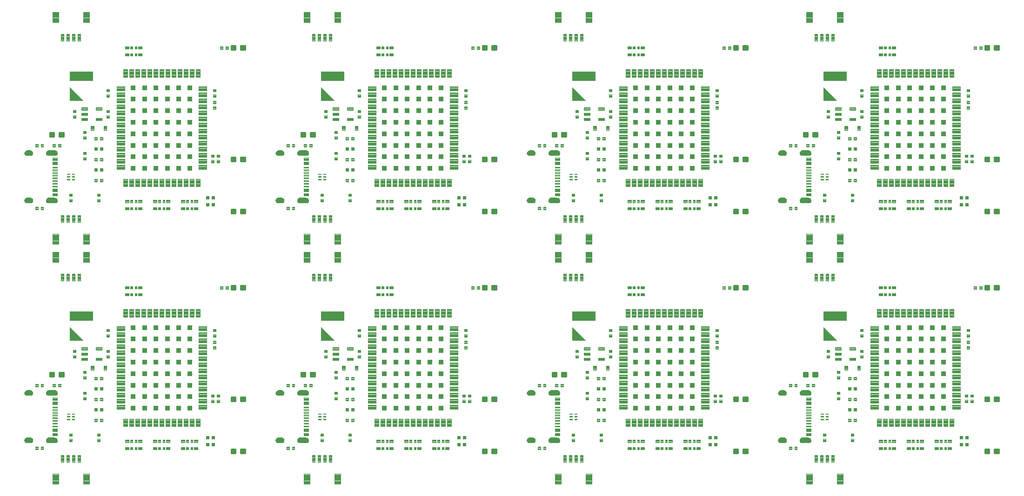
<source format=gtp>
G04 EAGLE Gerber RS-274X export*
G75*
%MOMM*%
%FSLAX34Y34*%
%LPD*%
%INSolderpaste Top*%
%IPPOS*%
%AMOC8*
5,1,8,0,0,1.08239X$1,22.5*%
G01*
%ADD10C,0.102000*%
%ADD11C,0.102500*%
%ADD12C,0.099000*%
%ADD13C,0.100000*%
%ADD14R,0.900000X0.900000*%
%ADD15C,0.096000*%
%ADD16C,0.300000*%
%ADD17R,4.200000X1.700000*%
%ADD18C,0.100800*%

G36*
X111542Y701943D02*
X111542Y701943D01*
X111586Y701946D01*
X111608Y701962D01*
X111634Y701970D01*
X111663Y702003D01*
X111698Y702029D01*
X111708Y702055D01*
X111726Y702075D01*
X111733Y702119D01*
X111748Y702159D01*
X111743Y702186D01*
X111747Y702213D01*
X111729Y702254D01*
X111720Y702296D01*
X111694Y702332D01*
X111690Y702341D01*
X111685Y702345D01*
X111676Y702356D01*
X87676Y726356D01*
X87638Y726377D01*
X87605Y726406D01*
X87578Y726410D01*
X87554Y726423D01*
X87510Y726420D01*
X87467Y726427D01*
X87442Y726416D01*
X87414Y726414D01*
X87379Y726388D01*
X87339Y726370D01*
X87324Y726347D01*
X87302Y726331D01*
X87286Y726290D01*
X87262Y726254D01*
X87255Y726210D01*
X87252Y726201D01*
X87253Y726194D01*
X87251Y726180D01*
X87251Y702180D01*
X87256Y702164D01*
X87253Y702147D01*
X87275Y702097D01*
X87290Y702046D01*
X87303Y702035D01*
X87310Y702019D01*
X87355Y701989D01*
X87395Y701954D01*
X87412Y701951D01*
X87427Y701942D01*
X87500Y701931D01*
X111500Y701931D01*
X111542Y701943D01*
G37*
G36*
X1483142Y701943D02*
X1483142Y701943D01*
X1483186Y701946D01*
X1483208Y701962D01*
X1483234Y701970D01*
X1483263Y702003D01*
X1483298Y702029D01*
X1483308Y702055D01*
X1483326Y702075D01*
X1483333Y702119D01*
X1483348Y702159D01*
X1483343Y702186D01*
X1483347Y702213D01*
X1483329Y702254D01*
X1483320Y702296D01*
X1483294Y702332D01*
X1483290Y702341D01*
X1483285Y702345D01*
X1483276Y702356D01*
X1459276Y726356D01*
X1459238Y726377D01*
X1459205Y726406D01*
X1459178Y726410D01*
X1459154Y726423D01*
X1459110Y726420D01*
X1459067Y726427D01*
X1459042Y726416D01*
X1459014Y726414D01*
X1458979Y726388D01*
X1458939Y726370D01*
X1458924Y726347D01*
X1458902Y726331D01*
X1458886Y726290D01*
X1458862Y726254D01*
X1458855Y726210D01*
X1458852Y726201D01*
X1458853Y726194D01*
X1458851Y726180D01*
X1458851Y702180D01*
X1458856Y702164D01*
X1458853Y702147D01*
X1458875Y702097D01*
X1458890Y702046D01*
X1458903Y702035D01*
X1458910Y702019D01*
X1458955Y701989D01*
X1458995Y701954D01*
X1459012Y701951D01*
X1459027Y701942D01*
X1459100Y701931D01*
X1483100Y701931D01*
X1483142Y701943D01*
G37*
G36*
X1025942Y701943D02*
X1025942Y701943D01*
X1025986Y701946D01*
X1026008Y701962D01*
X1026034Y701970D01*
X1026063Y702003D01*
X1026098Y702029D01*
X1026108Y702055D01*
X1026126Y702075D01*
X1026133Y702119D01*
X1026148Y702159D01*
X1026143Y702186D01*
X1026147Y702213D01*
X1026129Y702254D01*
X1026120Y702296D01*
X1026094Y702332D01*
X1026090Y702341D01*
X1026085Y702345D01*
X1026076Y702356D01*
X1002076Y726356D01*
X1002038Y726377D01*
X1002005Y726406D01*
X1001978Y726410D01*
X1001954Y726423D01*
X1001910Y726420D01*
X1001867Y726427D01*
X1001842Y726416D01*
X1001814Y726414D01*
X1001779Y726388D01*
X1001739Y726370D01*
X1001724Y726347D01*
X1001702Y726331D01*
X1001686Y726290D01*
X1001662Y726254D01*
X1001655Y726210D01*
X1001652Y726201D01*
X1001653Y726194D01*
X1001651Y726180D01*
X1001651Y702180D01*
X1001656Y702164D01*
X1001653Y702147D01*
X1001675Y702097D01*
X1001690Y702046D01*
X1001703Y702035D01*
X1001710Y702019D01*
X1001755Y701989D01*
X1001795Y701954D01*
X1001812Y701951D01*
X1001827Y701942D01*
X1001900Y701931D01*
X1025900Y701931D01*
X1025942Y701943D01*
G37*
G36*
X568742Y701943D02*
X568742Y701943D01*
X568786Y701946D01*
X568808Y701962D01*
X568834Y701970D01*
X568863Y702003D01*
X568898Y702029D01*
X568908Y702055D01*
X568926Y702075D01*
X568933Y702119D01*
X568948Y702159D01*
X568943Y702186D01*
X568947Y702213D01*
X568929Y702254D01*
X568920Y702296D01*
X568894Y702332D01*
X568890Y702341D01*
X568885Y702345D01*
X568876Y702356D01*
X544876Y726356D01*
X544838Y726377D01*
X544805Y726406D01*
X544778Y726410D01*
X544754Y726423D01*
X544710Y726420D01*
X544667Y726427D01*
X544642Y726416D01*
X544614Y726414D01*
X544579Y726388D01*
X544539Y726370D01*
X544524Y726347D01*
X544502Y726331D01*
X544486Y726290D01*
X544462Y726254D01*
X544455Y726210D01*
X544452Y726201D01*
X544453Y726194D01*
X544451Y726180D01*
X544451Y702180D01*
X544456Y702164D01*
X544453Y702147D01*
X544475Y702097D01*
X544490Y702046D01*
X544503Y702035D01*
X544510Y702019D01*
X544555Y701989D01*
X544595Y701954D01*
X544612Y701951D01*
X544627Y701942D01*
X544700Y701931D01*
X568700Y701931D01*
X568742Y701943D01*
G37*
G36*
X1483142Y265063D02*
X1483142Y265063D01*
X1483186Y265066D01*
X1483208Y265082D01*
X1483234Y265090D01*
X1483263Y265123D01*
X1483298Y265149D01*
X1483308Y265175D01*
X1483326Y265195D01*
X1483333Y265239D01*
X1483348Y265279D01*
X1483343Y265306D01*
X1483347Y265333D01*
X1483329Y265374D01*
X1483320Y265416D01*
X1483294Y265452D01*
X1483290Y265461D01*
X1483285Y265465D01*
X1483276Y265476D01*
X1459276Y289476D01*
X1459238Y289497D01*
X1459205Y289526D01*
X1459178Y289530D01*
X1459154Y289543D01*
X1459110Y289540D01*
X1459067Y289547D01*
X1459042Y289536D01*
X1459014Y289534D01*
X1458979Y289508D01*
X1458939Y289490D01*
X1458924Y289467D01*
X1458902Y289451D01*
X1458886Y289410D01*
X1458862Y289374D01*
X1458855Y289330D01*
X1458852Y289321D01*
X1458853Y289314D01*
X1458851Y289300D01*
X1458851Y265300D01*
X1458856Y265284D01*
X1458853Y265267D01*
X1458875Y265217D01*
X1458890Y265166D01*
X1458903Y265155D01*
X1458910Y265139D01*
X1458955Y265109D01*
X1458995Y265074D01*
X1459012Y265071D01*
X1459027Y265062D01*
X1459100Y265051D01*
X1483100Y265051D01*
X1483142Y265063D01*
G37*
G36*
X1025942Y265063D02*
X1025942Y265063D01*
X1025986Y265066D01*
X1026008Y265082D01*
X1026034Y265090D01*
X1026063Y265123D01*
X1026098Y265149D01*
X1026108Y265175D01*
X1026126Y265195D01*
X1026133Y265239D01*
X1026148Y265279D01*
X1026143Y265306D01*
X1026147Y265333D01*
X1026129Y265374D01*
X1026120Y265416D01*
X1026094Y265452D01*
X1026090Y265461D01*
X1026085Y265465D01*
X1026076Y265476D01*
X1002076Y289476D01*
X1002038Y289497D01*
X1002005Y289526D01*
X1001978Y289530D01*
X1001954Y289543D01*
X1001910Y289540D01*
X1001867Y289547D01*
X1001842Y289536D01*
X1001814Y289534D01*
X1001779Y289508D01*
X1001739Y289490D01*
X1001724Y289467D01*
X1001702Y289451D01*
X1001686Y289410D01*
X1001662Y289374D01*
X1001655Y289330D01*
X1001652Y289321D01*
X1001653Y289314D01*
X1001651Y289300D01*
X1001651Y265300D01*
X1001656Y265284D01*
X1001653Y265267D01*
X1001675Y265217D01*
X1001690Y265166D01*
X1001703Y265155D01*
X1001710Y265139D01*
X1001755Y265109D01*
X1001795Y265074D01*
X1001812Y265071D01*
X1001827Y265062D01*
X1001900Y265051D01*
X1025900Y265051D01*
X1025942Y265063D01*
G37*
G36*
X568742Y265063D02*
X568742Y265063D01*
X568786Y265066D01*
X568808Y265082D01*
X568834Y265090D01*
X568863Y265123D01*
X568898Y265149D01*
X568908Y265175D01*
X568926Y265195D01*
X568933Y265239D01*
X568948Y265279D01*
X568943Y265306D01*
X568947Y265333D01*
X568929Y265374D01*
X568920Y265416D01*
X568894Y265452D01*
X568890Y265461D01*
X568885Y265465D01*
X568876Y265476D01*
X544876Y289476D01*
X544838Y289497D01*
X544805Y289526D01*
X544778Y289530D01*
X544754Y289543D01*
X544710Y289540D01*
X544667Y289547D01*
X544642Y289536D01*
X544614Y289534D01*
X544579Y289508D01*
X544539Y289490D01*
X544524Y289467D01*
X544502Y289451D01*
X544486Y289410D01*
X544462Y289374D01*
X544455Y289330D01*
X544452Y289321D01*
X544453Y289314D01*
X544451Y289300D01*
X544451Y265300D01*
X544456Y265284D01*
X544453Y265267D01*
X544475Y265217D01*
X544490Y265166D01*
X544503Y265155D01*
X544510Y265139D01*
X544555Y265109D01*
X544595Y265074D01*
X544612Y265071D01*
X544627Y265062D01*
X544700Y265051D01*
X568700Y265051D01*
X568742Y265063D01*
G37*
G36*
X111542Y265063D02*
X111542Y265063D01*
X111586Y265066D01*
X111608Y265082D01*
X111634Y265090D01*
X111663Y265123D01*
X111698Y265149D01*
X111708Y265175D01*
X111726Y265195D01*
X111733Y265239D01*
X111748Y265279D01*
X111743Y265306D01*
X111747Y265333D01*
X111729Y265374D01*
X111720Y265416D01*
X111694Y265452D01*
X111690Y265461D01*
X111685Y265465D01*
X111676Y265476D01*
X87676Y289476D01*
X87638Y289497D01*
X87605Y289526D01*
X87578Y289530D01*
X87554Y289543D01*
X87510Y289540D01*
X87467Y289547D01*
X87442Y289536D01*
X87414Y289534D01*
X87379Y289508D01*
X87339Y289490D01*
X87324Y289467D01*
X87302Y289451D01*
X87286Y289410D01*
X87262Y289374D01*
X87255Y289330D01*
X87252Y289321D01*
X87253Y289314D01*
X87251Y289300D01*
X87251Y265300D01*
X87256Y265284D01*
X87253Y265267D01*
X87275Y265217D01*
X87290Y265166D01*
X87303Y265155D01*
X87310Y265139D01*
X87355Y265109D01*
X87395Y265074D01*
X87412Y265071D01*
X87427Y265062D01*
X87500Y265051D01*
X111500Y265051D01*
X111542Y265063D01*
G37*
G36*
X60305Y515634D02*
X60305Y515634D01*
X60308Y515631D01*
X61403Y515811D01*
X61409Y515817D01*
X61414Y515814D01*
X62442Y516233D01*
X62446Y516240D01*
X62451Y516238D01*
X63360Y516876D01*
X63363Y516883D01*
X63368Y516883D01*
X64112Y517706D01*
X64113Y517714D01*
X64119Y517715D01*
X64661Y518683D01*
X64660Y518692D01*
X64666Y518694D01*
X64979Y519758D01*
X64976Y519766D01*
X64981Y519769D01*
X65049Y520877D01*
X65045Y520884D01*
X65049Y520887D01*
X64879Y521995D01*
X64873Y522001D01*
X64876Y522006D01*
X64464Y523048D01*
X64457Y523052D01*
X64459Y523057D01*
X63825Y523982D01*
X63817Y523984D01*
X63818Y523990D01*
X62995Y524750D01*
X62986Y524751D01*
X62986Y524757D01*
X62014Y525314D01*
X62006Y525313D01*
X62004Y525319D01*
X60932Y525646D01*
X60924Y525643D01*
X60921Y525648D01*
X59804Y525729D01*
X59801Y525728D01*
X59800Y525729D01*
X47800Y525729D01*
X47797Y525727D01*
X47790Y525727D01*
X47789Y525728D01*
X46845Y525509D01*
X46839Y525503D01*
X46834Y525505D01*
X45962Y525082D01*
X45959Y525074D01*
X45953Y525076D01*
X45197Y524469D01*
X45195Y524461D01*
X45189Y524461D01*
X44588Y523701D01*
X44588Y523692D01*
X44582Y523691D01*
X44164Y522816D01*
X44166Y522808D01*
X44161Y522806D01*
X43949Y521860D01*
X43952Y521853D01*
X43947Y521849D01*
X43951Y520880D01*
X43951Y520879D01*
X43970Y519811D01*
X43975Y519804D01*
X43971Y519800D01*
X44227Y518763D01*
X44234Y518758D01*
X44231Y518752D01*
X44712Y517798D01*
X44719Y517795D01*
X44718Y517789D01*
X45399Y516966D01*
X45407Y516964D01*
X45407Y516958D01*
X46254Y516307D01*
X46262Y516307D01*
X46263Y516301D01*
X47234Y515854D01*
X47242Y515856D01*
X47244Y515851D01*
X48290Y515632D01*
X48297Y515635D01*
X48300Y515631D01*
X60300Y515631D01*
X60305Y515634D01*
G37*
G36*
X1431905Y515634D02*
X1431905Y515634D01*
X1431908Y515631D01*
X1433003Y515811D01*
X1433009Y515817D01*
X1433014Y515814D01*
X1434042Y516233D01*
X1434046Y516240D01*
X1434051Y516238D01*
X1434960Y516876D01*
X1434963Y516883D01*
X1434968Y516883D01*
X1435712Y517706D01*
X1435713Y517714D01*
X1435719Y517715D01*
X1436261Y518683D01*
X1436260Y518692D01*
X1436266Y518694D01*
X1436579Y519758D01*
X1436576Y519766D01*
X1436581Y519769D01*
X1436649Y520877D01*
X1436645Y520884D01*
X1436649Y520887D01*
X1436479Y521995D01*
X1436473Y522001D01*
X1436476Y522006D01*
X1436064Y523048D01*
X1436057Y523052D01*
X1436059Y523057D01*
X1435425Y523982D01*
X1435417Y523984D01*
X1435418Y523990D01*
X1434595Y524750D01*
X1434586Y524751D01*
X1434586Y524757D01*
X1433614Y525314D01*
X1433606Y525313D01*
X1433604Y525319D01*
X1432532Y525646D01*
X1432524Y525643D01*
X1432521Y525648D01*
X1431404Y525729D01*
X1431401Y525728D01*
X1431400Y525729D01*
X1419400Y525729D01*
X1419397Y525727D01*
X1419390Y525727D01*
X1419389Y525728D01*
X1418445Y525509D01*
X1418439Y525503D01*
X1418434Y525505D01*
X1417562Y525082D01*
X1417559Y525074D01*
X1417553Y525076D01*
X1416797Y524469D01*
X1416795Y524461D01*
X1416789Y524461D01*
X1416188Y523701D01*
X1416188Y523692D01*
X1416182Y523691D01*
X1415764Y522816D01*
X1415766Y522808D01*
X1415761Y522806D01*
X1415549Y521860D01*
X1415552Y521853D01*
X1415547Y521849D01*
X1415551Y520880D01*
X1415551Y520879D01*
X1415570Y519811D01*
X1415575Y519804D01*
X1415571Y519800D01*
X1415827Y518763D01*
X1415834Y518758D01*
X1415831Y518752D01*
X1416312Y517798D01*
X1416319Y517795D01*
X1416318Y517789D01*
X1416999Y516966D01*
X1417007Y516964D01*
X1417007Y516958D01*
X1417854Y516307D01*
X1417862Y516307D01*
X1417863Y516301D01*
X1418834Y515854D01*
X1418842Y515856D01*
X1418844Y515851D01*
X1419890Y515632D01*
X1419897Y515635D01*
X1419900Y515631D01*
X1431900Y515631D01*
X1431905Y515634D01*
G37*
G36*
X974705Y515634D02*
X974705Y515634D01*
X974708Y515631D01*
X975803Y515811D01*
X975809Y515817D01*
X975814Y515814D01*
X976842Y516233D01*
X976846Y516240D01*
X976851Y516238D01*
X977760Y516876D01*
X977763Y516883D01*
X977768Y516883D01*
X978512Y517706D01*
X978513Y517714D01*
X978519Y517715D01*
X979061Y518683D01*
X979060Y518692D01*
X979066Y518694D01*
X979379Y519758D01*
X979376Y519766D01*
X979381Y519769D01*
X979449Y520877D01*
X979445Y520884D01*
X979449Y520887D01*
X979279Y521995D01*
X979273Y522001D01*
X979276Y522006D01*
X978864Y523048D01*
X978857Y523052D01*
X978859Y523057D01*
X978225Y523982D01*
X978217Y523984D01*
X978218Y523990D01*
X977395Y524750D01*
X977386Y524751D01*
X977386Y524757D01*
X976414Y525314D01*
X976406Y525313D01*
X976404Y525319D01*
X975332Y525646D01*
X975324Y525643D01*
X975321Y525648D01*
X974204Y525729D01*
X974201Y525728D01*
X974200Y525729D01*
X962200Y525729D01*
X962197Y525727D01*
X962190Y525727D01*
X962189Y525728D01*
X961245Y525509D01*
X961239Y525503D01*
X961234Y525505D01*
X960362Y525082D01*
X960359Y525074D01*
X960353Y525076D01*
X959597Y524469D01*
X959595Y524461D01*
X959589Y524461D01*
X958988Y523701D01*
X958988Y523692D01*
X958982Y523691D01*
X958564Y522816D01*
X958566Y522808D01*
X958561Y522806D01*
X958349Y521860D01*
X958352Y521853D01*
X958347Y521849D01*
X958351Y520880D01*
X958351Y520879D01*
X958370Y519811D01*
X958375Y519804D01*
X958371Y519800D01*
X958627Y518763D01*
X958634Y518758D01*
X958631Y518752D01*
X959112Y517798D01*
X959119Y517795D01*
X959118Y517789D01*
X959799Y516966D01*
X959807Y516964D01*
X959807Y516958D01*
X960654Y516307D01*
X960662Y516307D01*
X960663Y516301D01*
X961634Y515854D01*
X961642Y515856D01*
X961644Y515851D01*
X962690Y515632D01*
X962697Y515635D01*
X962700Y515631D01*
X974700Y515631D01*
X974705Y515634D01*
G37*
G36*
X517505Y515634D02*
X517505Y515634D01*
X517508Y515631D01*
X518603Y515811D01*
X518609Y515817D01*
X518614Y515814D01*
X519642Y516233D01*
X519646Y516240D01*
X519651Y516238D01*
X520560Y516876D01*
X520563Y516883D01*
X520568Y516883D01*
X521312Y517706D01*
X521313Y517714D01*
X521319Y517715D01*
X521861Y518683D01*
X521860Y518692D01*
X521866Y518694D01*
X522179Y519758D01*
X522176Y519766D01*
X522181Y519769D01*
X522249Y520877D01*
X522245Y520884D01*
X522249Y520887D01*
X522079Y521995D01*
X522073Y522001D01*
X522076Y522006D01*
X521664Y523048D01*
X521657Y523052D01*
X521659Y523057D01*
X521025Y523982D01*
X521017Y523984D01*
X521018Y523990D01*
X520195Y524750D01*
X520186Y524751D01*
X520186Y524757D01*
X519214Y525314D01*
X519206Y525313D01*
X519204Y525319D01*
X518132Y525646D01*
X518124Y525643D01*
X518121Y525648D01*
X517004Y525729D01*
X517001Y525728D01*
X517000Y525729D01*
X505000Y525729D01*
X504997Y525727D01*
X504990Y525727D01*
X504989Y525728D01*
X504045Y525509D01*
X504039Y525503D01*
X504034Y525505D01*
X503162Y525082D01*
X503159Y525074D01*
X503153Y525076D01*
X502397Y524469D01*
X502395Y524461D01*
X502389Y524461D01*
X501788Y523701D01*
X501788Y523692D01*
X501782Y523691D01*
X501364Y522816D01*
X501366Y522808D01*
X501361Y522806D01*
X501149Y521860D01*
X501152Y521853D01*
X501147Y521849D01*
X501151Y520880D01*
X501151Y520879D01*
X501170Y519811D01*
X501175Y519804D01*
X501171Y519800D01*
X501427Y518763D01*
X501434Y518758D01*
X501431Y518752D01*
X501912Y517798D01*
X501919Y517795D01*
X501918Y517789D01*
X502599Y516966D01*
X502607Y516964D01*
X502607Y516958D01*
X503454Y516307D01*
X503462Y516307D01*
X503463Y516301D01*
X504434Y515854D01*
X504442Y515856D01*
X504444Y515851D01*
X505490Y515632D01*
X505497Y515635D01*
X505500Y515631D01*
X517500Y515631D01*
X517505Y515634D01*
G37*
G36*
X974705Y78754D02*
X974705Y78754D01*
X974708Y78751D01*
X975803Y78931D01*
X975809Y78937D01*
X975814Y78934D01*
X976842Y79353D01*
X976846Y79360D01*
X976851Y79358D01*
X977760Y79996D01*
X977763Y80003D01*
X977768Y80003D01*
X978512Y80826D01*
X978513Y80834D01*
X978519Y80835D01*
X979061Y81803D01*
X979060Y81812D01*
X979066Y81814D01*
X979379Y82878D01*
X979376Y82886D01*
X979381Y82889D01*
X979449Y83997D01*
X979445Y84004D01*
X979449Y84007D01*
X979279Y85115D01*
X979273Y85121D01*
X979276Y85126D01*
X978864Y86168D01*
X978857Y86172D01*
X978859Y86177D01*
X978225Y87102D01*
X978217Y87104D01*
X978218Y87110D01*
X977395Y87870D01*
X977386Y87871D01*
X977386Y87877D01*
X976414Y88434D01*
X976406Y88433D01*
X976404Y88439D01*
X975332Y88766D01*
X975324Y88763D01*
X975321Y88768D01*
X974204Y88849D01*
X974201Y88848D01*
X974200Y88849D01*
X962200Y88849D01*
X962197Y88847D01*
X962190Y88847D01*
X962189Y88848D01*
X961245Y88629D01*
X961239Y88623D01*
X961234Y88625D01*
X960362Y88202D01*
X960359Y88194D01*
X960353Y88196D01*
X959597Y87589D01*
X959595Y87581D01*
X959589Y87581D01*
X958988Y86821D01*
X958988Y86812D01*
X958982Y86811D01*
X958564Y85936D01*
X958566Y85928D01*
X958561Y85926D01*
X958349Y84980D01*
X958352Y84973D01*
X958347Y84969D01*
X958351Y84000D01*
X958351Y83999D01*
X958370Y82931D01*
X958375Y82924D01*
X958371Y82920D01*
X958627Y81883D01*
X958634Y81878D01*
X958631Y81872D01*
X959112Y80918D01*
X959119Y80915D01*
X959118Y80909D01*
X959799Y80086D01*
X959807Y80084D01*
X959807Y80078D01*
X960654Y79427D01*
X960662Y79427D01*
X960663Y79421D01*
X961634Y78974D01*
X961642Y78976D01*
X961644Y78971D01*
X962690Y78752D01*
X962697Y78755D01*
X962700Y78751D01*
X974700Y78751D01*
X974705Y78754D01*
G37*
G36*
X1431905Y78754D02*
X1431905Y78754D01*
X1431908Y78751D01*
X1433003Y78931D01*
X1433009Y78937D01*
X1433014Y78934D01*
X1434042Y79353D01*
X1434046Y79360D01*
X1434051Y79358D01*
X1434960Y79996D01*
X1434963Y80003D01*
X1434968Y80003D01*
X1435712Y80826D01*
X1435713Y80834D01*
X1435719Y80835D01*
X1436261Y81803D01*
X1436260Y81812D01*
X1436266Y81814D01*
X1436579Y82878D01*
X1436576Y82886D01*
X1436581Y82889D01*
X1436649Y83997D01*
X1436645Y84004D01*
X1436649Y84007D01*
X1436479Y85115D01*
X1436473Y85121D01*
X1436476Y85126D01*
X1436064Y86168D01*
X1436057Y86172D01*
X1436059Y86177D01*
X1435425Y87102D01*
X1435417Y87104D01*
X1435418Y87110D01*
X1434595Y87870D01*
X1434586Y87871D01*
X1434586Y87877D01*
X1433614Y88434D01*
X1433606Y88433D01*
X1433604Y88439D01*
X1432532Y88766D01*
X1432524Y88763D01*
X1432521Y88768D01*
X1431404Y88849D01*
X1431401Y88848D01*
X1431400Y88849D01*
X1419400Y88849D01*
X1419397Y88847D01*
X1419390Y88847D01*
X1419389Y88848D01*
X1418445Y88629D01*
X1418439Y88623D01*
X1418434Y88625D01*
X1417562Y88202D01*
X1417559Y88194D01*
X1417553Y88196D01*
X1416797Y87589D01*
X1416795Y87581D01*
X1416789Y87581D01*
X1416188Y86821D01*
X1416188Y86812D01*
X1416182Y86811D01*
X1415764Y85936D01*
X1415766Y85928D01*
X1415761Y85926D01*
X1415549Y84980D01*
X1415552Y84973D01*
X1415547Y84969D01*
X1415551Y84000D01*
X1415551Y83999D01*
X1415570Y82931D01*
X1415575Y82924D01*
X1415571Y82920D01*
X1415827Y81883D01*
X1415834Y81878D01*
X1415831Y81872D01*
X1416312Y80918D01*
X1416319Y80915D01*
X1416318Y80909D01*
X1416999Y80086D01*
X1417007Y80084D01*
X1417007Y80078D01*
X1417854Y79427D01*
X1417862Y79427D01*
X1417863Y79421D01*
X1418834Y78974D01*
X1418842Y78976D01*
X1418844Y78971D01*
X1419890Y78752D01*
X1419897Y78755D01*
X1419900Y78751D01*
X1431900Y78751D01*
X1431905Y78754D01*
G37*
G36*
X60305Y78754D02*
X60305Y78754D01*
X60308Y78751D01*
X61403Y78931D01*
X61409Y78937D01*
X61414Y78934D01*
X62442Y79353D01*
X62446Y79360D01*
X62451Y79358D01*
X63360Y79996D01*
X63363Y80003D01*
X63368Y80003D01*
X64112Y80826D01*
X64113Y80834D01*
X64119Y80835D01*
X64661Y81803D01*
X64660Y81812D01*
X64666Y81814D01*
X64979Y82878D01*
X64976Y82886D01*
X64981Y82889D01*
X65049Y83997D01*
X65045Y84004D01*
X65049Y84007D01*
X64879Y85115D01*
X64873Y85121D01*
X64876Y85126D01*
X64464Y86168D01*
X64457Y86172D01*
X64459Y86177D01*
X63825Y87102D01*
X63817Y87104D01*
X63818Y87110D01*
X62995Y87870D01*
X62986Y87871D01*
X62986Y87877D01*
X62014Y88434D01*
X62006Y88433D01*
X62004Y88439D01*
X60932Y88766D01*
X60924Y88763D01*
X60921Y88768D01*
X59804Y88849D01*
X59801Y88848D01*
X59800Y88849D01*
X47800Y88849D01*
X47797Y88847D01*
X47790Y88847D01*
X47789Y88848D01*
X46845Y88629D01*
X46839Y88623D01*
X46834Y88625D01*
X45962Y88202D01*
X45959Y88194D01*
X45953Y88196D01*
X45197Y87589D01*
X45195Y87581D01*
X45189Y87581D01*
X44588Y86821D01*
X44588Y86812D01*
X44582Y86811D01*
X44164Y85936D01*
X44166Y85928D01*
X44161Y85926D01*
X43949Y84980D01*
X43952Y84973D01*
X43947Y84969D01*
X43951Y84000D01*
X43951Y83999D01*
X43970Y82931D01*
X43975Y82924D01*
X43971Y82920D01*
X44227Y81883D01*
X44234Y81878D01*
X44231Y81872D01*
X44712Y80918D01*
X44719Y80915D01*
X44718Y80909D01*
X45399Y80086D01*
X45407Y80084D01*
X45407Y80078D01*
X46254Y79427D01*
X46262Y79427D01*
X46263Y79421D01*
X47234Y78974D01*
X47242Y78976D01*
X47244Y78971D01*
X48290Y78752D01*
X48297Y78755D01*
X48300Y78751D01*
X60300Y78751D01*
X60305Y78754D01*
G37*
G36*
X517505Y78754D02*
X517505Y78754D01*
X517508Y78751D01*
X518603Y78931D01*
X518609Y78937D01*
X518614Y78934D01*
X519642Y79353D01*
X519646Y79360D01*
X519651Y79358D01*
X520560Y79996D01*
X520563Y80003D01*
X520568Y80003D01*
X521312Y80826D01*
X521313Y80834D01*
X521319Y80835D01*
X521861Y81803D01*
X521860Y81812D01*
X521866Y81814D01*
X522179Y82878D01*
X522176Y82886D01*
X522181Y82889D01*
X522249Y83997D01*
X522245Y84004D01*
X522249Y84007D01*
X522079Y85115D01*
X522073Y85121D01*
X522076Y85126D01*
X521664Y86168D01*
X521657Y86172D01*
X521659Y86177D01*
X521025Y87102D01*
X521017Y87104D01*
X521018Y87110D01*
X520195Y87870D01*
X520186Y87871D01*
X520186Y87877D01*
X519214Y88434D01*
X519206Y88433D01*
X519204Y88439D01*
X518132Y88766D01*
X518124Y88763D01*
X518121Y88768D01*
X517004Y88849D01*
X517001Y88848D01*
X517000Y88849D01*
X505000Y88849D01*
X504997Y88847D01*
X504990Y88847D01*
X504989Y88848D01*
X504045Y88629D01*
X504039Y88623D01*
X504034Y88625D01*
X503162Y88202D01*
X503159Y88194D01*
X503153Y88196D01*
X502397Y87589D01*
X502395Y87581D01*
X502389Y87581D01*
X501788Y86821D01*
X501788Y86812D01*
X501782Y86811D01*
X501364Y85936D01*
X501366Y85928D01*
X501361Y85926D01*
X501149Y84980D01*
X501152Y84973D01*
X501147Y84969D01*
X501151Y84000D01*
X501151Y83999D01*
X501170Y82931D01*
X501175Y82924D01*
X501171Y82920D01*
X501427Y81883D01*
X501434Y81878D01*
X501431Y81872D01*
X501912Y80918D01*
X501919Y80915D01*
X501918Y80909D01*
X502599Y80086D01*
X502607Y80084D01*
X502607Y80078D01*
X503454Y79427D01*
X503462Y79427D01*
X503463Y79421D01*
X504434Y78974D01*
X504442Y78976D01*
X504444Y78971D01*
X505490Y78752D01*
X505497Y78755D01*
X505500Y78751D01*
X517500Y78751D01*
X517505Y78754D01*
G37*
G36*
X974705Y602035D02*
X974705Y602035D01*
X974708Y602031D01*
X975814Y602224D01*
X975819Y602229D01*
X975819Y602230D01*
X975824Y602227D01*
X976859Y602660D01*
X976863Y602667D01*
X976868Y602665D01*
X977781Y603318D01*
X977783Y603326D01*
X977789Y603325D01*
X978533Y604164D01*
X978534Y604173D01*
X978539Y604173D01*
X979078Y605157D01*
X979077Y605165D01*
X979078Y605166D01*
X979082Y605167D01*
X979083Y605169D01*
X979265Y605810D01*
X979389Y606246D01*
X979387Y606251D01*
X979389Y606253D01*
X979387Y606255D01*
X979391Y606257D01*
X979449Y607377D01*
X979446Y607382D01*
X979449Y607386D01*
X979331Y608431D01*
X979325Y608437D01*
X979329Y608442D01*
X978981Y609436D01*
X978974Y609440D01*
X978976Y609445D01*
X978416Y610337D01*
X978409Y610340D01*
X978409Y610345D01*
X977665Y611089D01*
X977657Y611091D01*
X977657Y611096D01*
X976765Y611656D01*
X976757Y611656D01*
X976756Y611661D01*
X975762Y612009D01*
X975754Y612006D01*
X975751Y612011D01*
X974706Y612129D01*
X974702Y612127D01*
X974700Y612129D01*
X962700Y612129D01*
X962697Y612127D01*
X962694Y612127D01*
X962692Y612129D01*
X961696Y611971D01*
X961690Y611965D01*
X961685Y611968D01*
X960749Y611593D01*
X960745Y611586D01*
X960739Y611588D01*
X959910Y611014D01*
X959907Y611006D01*
X959902Y611007D01*
X959221Y610263D01*
X959220Y610254D01*
X959214Y610254D01*
X958716Y609377D01*
X958717Y609369D01*
X958712Y609366D01*
X958524Y608742D01*
X958421Y608401D01*
X958422Y608398D01*
X958421Y608397D01*
X958424Y608393D01*
X958419Y608390D01*
X958351Y607383D01*
X958352Y607381D01*
X958351Y607380D01*
X958360Y606299D01*
X958365Y606292D01*
X958361Y606288D01*
X958611Y605236D01*
X958617Y605231D01*
X958614Y605226D01*
X959091Y604256D01*
X959099Y604253D01*
X959097Y604247D01*
X959778Y603408D01*
X959786Y603406D01*
X959786Y603400D01*
X960637Y602734D01*
X960645Y602733D01*
X960646Y602728D01*
X961623Y602267D01*
X961631Y602269D01*
X961634Y602264D01*
X962689Y602032D01*
X962697Y602035D01*
X962700Y602031D01*
X974700Y602031D01*
X974705Y602035D01*
G37*
G36*
X60305Y602035D02*
X60305Y602035D01*
X60308Y602031D01*
X61414Y602224D01*
X61419Y602229D01*
X61419Y602230D01*
X61424Y602227D01*
X62459Y602660D01*
X62463Y602667D01*
X62468Y602665D01*
X63381Y603318D01*
X63383Y603326D01*
X63389Y603325D01*
X64133Y604164D01*
X64134Y604173D01*
X64139Y604173D01*
X64678Y605157D01*
X64677Y605165D01*
X64678Y605166D01*
X64682Y605167D01*
X64683Y605169D01*
X64865Y605810D01*
X64989Y606246D01*
X64987Y606251D01*
X64989Y606253D01*
X64987Y606255D01*
X64991Y606257D01*
X65049Y607377D01*
X65046Y607382D01*
X65049Y607386D01*
X64931Y608431D01*
X64925Y608437D01*
X64929Y608442D01*
X64581Y609436D01*
X64574Y609440D01*
X64576Y609445D01*
X64016Y610337D01*
X64009Y610340D01*
X64009Y610345D01*
X63265Y611089D01*
X63257Y611091D01*
X63257Y611096D01*
X62365Y611656D01*
X62357Y611656D01*
X62356Y611661D01*
X61362Y612009D01*
X61354Y612006D01*
X61351Y612011D01*
X60306Y612129D01*
X60302Y612127D01*
X60300Y612129D01*
X48300Y612129D01*
X48297Y612127D01*
X48294Y612127D01*
X48292Y612129D01*
X47296Y611971D01*
X47290Y611965D01*
X47285Y611968D01*
X46349Y611593D01*
X46345Y611586D01*
X46339Y611588D01*
X45510Y611014D01*
X45507Y611006D01*
X45502Y611007D01*
X44821Y610263D01*
X44820Y610254D01*
X44814Y610254D01*
X44316Y609377D01*
X44317Y609369D01*
X44312Y609366D01*
X44124Y608742D01*
X44021Y608401D01*
X44022Y608398D01*
X44021Y608397D01*
X44024Y608393D01*
X44019Y608390D01*
X43951Y607383D01*
X43952Y607381D01*
X43951Y607380D01*
X43960Y606299D01*
X43965Y606292D01*
X43961Y606288D01*
X44211Y605236D01*
X44217Y605231D01*
X44214Y605226D01*
X44691Y604256D01*
X44699Y604253D01*
X44697Y604247D01*
X45378Y603408D01*
X45386Y603406D01*
X45386Y603400D01*
X46237Y602734D01*
X46245Y602733D01*
X46246Y602728D01*
X47223Y602267D01*
X47231Y602269D01*
X47234Y602264D01*
X48289Y602032D01*
X48297Y602035D01*
X48300Y602031D01*
X60300Y602031D01*
X60305Y602035D01*
G37*
G36*
X517505Y602035D02*
X517505Y602035D01*
X517508Y602031D01*
X518614Y602224D01*
X518619Y602229D01*
X518619Y602230D01*
X518624Y602227D01*
X519659Y602660D01*
X519663Y602667D01*
X519668Y602665D01*
X520581Y603318D01*
X520583Y603326D01*
X520589Y603325D01*
X521333Y604164D01*
X521334Y604173D01*
X521339Y604173D01*
X521878Y605157D01*
X521877Y605165D01*
X521878Y605166D01*
X521882Y605167D01*
X521883Y605169D01*
X522065Y605810D01*
X522189Y606246D01*
X522187Y606251D01*
X522189Y606253D01*
X522187Y606255D01*
X522191Y606257D01*
X522249Y607377D01*
X522246Y607382D01*
X522249Y607386D01*
X522131Y608431D01*
X522125Y608437D01*
X522129Y608442D01*
X521781Y609436D01*
X521774Y609440D01*
X521776Y609445D01*
X521216Y610337D01*
X521209Y610340D01*
X521209Y610345D01*
X520465Y611089D01*
X520457Y611091D01*
X520457Y611096D01*
X519565Y611656D01*
X519557Y611656D01*
X519556Y611661D01*
X518562Y612009D01*
X518554Y612006D01*
X518551Y612011D01*
X517506Y612129D01*
X517502Y612127D01*
X517500Y612129D01*
X505500Y612129D01*
X505497Y612127D01*
X505494Y612127D01*
X505492Y612129D01*
X504496Y611971D01*
X504490Y611965D01*
X504485Y611968D01*
X503549Y611593D01*
X503545Y611586D01*
X503539Y611588D01*
X502710Y611014D01*
X502707Y611006D01*
X502702Y611007D01*
X502021Y610263D01*
X502020Y610254D01*
X502014Y610254D01*
X501516Y609377D01*
X501517Y609369D01*
X501512Y609366D01*
X501324Y608742D01*
X501221Y608401D01*
X501222Y608398D01*
X501221Y608397D01*
X501224Y608393D01*
X501219Y608390D01*
X501151Y607383D01*
X501152Y607381D01*
X501151Y607380D01*
X501160Y606299D01*
X501165Y606292D01*
X501161Y606288D01*
X501411Y605236D01*
X501417Y605231D01*
X501414Y605226D01*
X501891Y604256D01*
X501899Y604253D01*
X501897Y604247D01*
X502578Y603408D01*
X502586Y603406D01*
X502586Y603400D01*
X503437Y602734D01*
X503445Y602733D01*
X503446Y602728D01*
X504423Y602267D01*
X504431Y602269D01*
X504434Y602264D01*
X505489Y602032D01*
X505497Y602035D01*
X505500Y602031D01*
X517500Y602031D01*
X517505Y602035D01*
G37*
G36*
X1431905Y602035D02*
X1431905Y602035D01*
X1431908Y602031D01*
X1433014Y602224D01*
X1433019Y602229D01*
X1433019Y602230D01*
X1433024Y602227D01*
X1434059Y602660D01*
X1434063Y602667D01*
X1434068Y602665D01*
X1434981Y603318D01*
X1434983Y603326D01*
X1434989Y603325D01*
X1435733Y604164D01*
X1435734Y604173D01*
X1435739Y604173D01*
X1436278Y605157D01*
X1436277Y605165D01*
X1436278Y605166D01*
X1436282Y605167D01*
X1436283Y605169D01*
X1436465Y605810D01*
X1436589Y606246D01*
X1436587Y606251D01*
X1436589Y606253D01*
X1436587Y606255D01*
X1436591Y606257D01*
X1436649Y607377D01*
X1436646Y607382D01*
X1436649Y607386D01*
X1436531Y608431D01*
X1436525Y608437D01*
X1436529Y608442D01*
X1436181Y609436D01*
X1436174Y609440D01*
X1436176Y609445D01*
X1435616Y610337D01*
X1435609Y610340D01*
X1435609Y610345D01*
X1434865Y611089D01*
X1434857Y611091D01*
X1434857Y611096D01*
X1433965Y611656D01*
X1433957Y611656D01*
X1433956Y611661D01*
X1432962Y612009D01*
X1432954Y612006D01*
X1432951Y612011D01*
X1431906Y612129D01*
X1431902Y612127D01*
X1431900Y612129D01*
X1419900Y612129D01*
X1419897Y612127D01*
X1419894Y612127D01*
X1419892Y612129D01*
X1418896Y611971D01*
X1418890Y611965D01*
X1418885Y611968D01*
X1417949Y611593D01*
X1417945Y611586D01*
X1417939Y611588D01*
X1417110Y611014D01*
X1417107Y611006D01*
X1417102Y611007D01*
X1416421Y610263D01*
X1416420Y610254D01*
X1416414Y610254D01*
X1415916Y609377D01*
X1415917Y609369D01*
X1415912Y609366D01*
X1415724Y608742D01*
X1415621Y608401D01*
X1415622Y608398D01*
X1415621Y608397D01*
X1415624Y608393D01*
X1415619Y608390D01*
X1415551Y607383D01*
X1415552Y607381D01*
X1415551Y607380D01*
X1415560Y606299D01*
X1415565Y606292D01*
X1415561Y606288D01*
X1415811Y605236D01*
X1415817Y605231D01*
X1415814Y605226D01*
X1416291Y604256D01*
X1416299Y604253D01*
X1416297Y604247D01*
X1416978Y603408D01*
X1416986Y603406D01*
X1416986Y603400D01*
X1417837Y602734D01*
X1417845Y602733D01*
X1417846Y602728D01*
X1418823Y602267D01*
X1418831Y602269D01*
X1418834Y602264D01*
X1419889Y602032D01*
X1419897Y602035D01*
X1419900Y602031D01*
X1431900Y602031D01*
X1431905Y602035D01*
G37*
G36*
X1431905Y165155D02*
X1431905Y165155D01*
X1431908Y165151D01*
X1433014Y165344D01*
X1433019Y165349D01*
X1433019Y165350D01*
X1433024Y165347D01*
X1434059Y165780D01*
X1434063Y165787D01*
X1434068Y165785D01*
X1434981Y166438D01*
X1434983Y166446D01*
X1434989Y166445D01*
X1435733Y167284D01*
X1435734Y167293D01*
X1435739Y167293D01*
X1436278Y168277D01*
X1436277Y168285D01*
X1436278Y168286D01*
X1436282Y168287D01*
X1436283Y168289D01*
X1436465Y168930D01*
X1436589Y169366D01*
X1436587Y169371D01*
X1436589Y169373D01*
X1436587Y169375D01*
X1436591Y169377D01*
X1436649Y170497D01*
X1436646Y170502D01*
X1436649Y170506D01*
X1436531Y171551D01*
X1436525Y171557D01*
X1436529Y171562D01*
X1436181Y172556D01*
X1436174Y172560D01*
X1436176Y172565D01*
X1435616Y173457D01*
X1435609Y173460D01*
X1435609Y173465D01*
X1434865Y174209D01*
X1434857Y174211D01*
X1434857Y174216D01*
X1433965Y174776D01*
X1433957Y174776D01*
X1433956Y174781D01*
X1432962Y175129D01*
X1432954Y175126D01*
X1432951Y175131D01*
X1431906Y175249D01*
X1431902Y175247D01*
X1431900Y175249D01*
X1419900Y175249D01*
X1419897Y175247D01*
X1419894Y175247D01*
X1419892Y175249D01*
X1418896Y175091D01*
X1418890Y175085D01*
X1418885Y175088D01*
X1417949Y174713D01*
X1417945Y174706D01*
X1417939Y174708D01*
X1417110Y174134D01*
X1417107Y174126D01*
X1417102Y174127D01*
X1416421Y173383D01*
X1416420Y173374D01*
X1416414Y173374D01*
X1415916Y172497D01*
X1415917Y172489D01*
X1415912Y172486D01*
X1415724Y171862D01*
X1415621Y171521D01*
X1415622Y171518D01*
X1415621Y171517D01*
X1415624Y171513D01*
X1415619Y171510D01*
X1415551Y170503D01*
X1415552Y170501D01*
X1415551Y170500D01*
X1415560Y169419D01*
X1415565Y169412D01*
X1415561Y169408D01*
X1415811Y168356D01*
X1415817Y168351D01*
X1415814Y168346D01*
X1416291Y167376D01*
X1416299Y167373D01*
X1416297Y167367D01*
X1416978Y166528D01*
X1416986Y166526D01*
X1416986Y166520D01*
X1417837Y165854D01*
X1417845Y165853D01*
X1417846Y165848D01*
X1418823Y165387D01*
X1418831Y165389D01*
X1418834Y165384D01*
X1419889Y165152D01*
X1419897Y165155D01*
X1419900Y165151D01*
X1431900Y165151D01*
X1431905Y165155D01*
G37*
G36*
X517505Y165155D02*
X517505Y165155D01*
X517508Y165151D01*
X518614Y165344D01*
X518619Y165349D01*
X518619Y165350D01*
X518624Y165347D01*
X519659Y165780D01*
X519663Y165787D01*
X519668Y165785D01*
X520581Y166438D01*
X520583Y166446D01*
X520589Y166445D01*
X521333Y167284D01*
X521334Y167293D01*
X521339Y167293D01*
X521878Y168277D01*
X521877Y168285D01*
X521878Y168286D01*
X521882Y168287D01*
X521883Y168289D01*
X522065Y168930D01*
X522189Y169366D01*
X522187Y169371D01*
X522189Y169373D01*
X522187Y169375D01*
X522191Y169377D01*
X522249Y170497D01*
X522246Y170502D01*
X522249Y170506D01*
X522131Y171551D01*
X522125Y171557D01*
X522129Y171562D01*
X521781Y172556D01*
X521774Y172560D01*
X521776Y172565D01*
X521216Y173457D01*
X521209Y173460D01*
X521209Y173465D01*
X520465Y174209D01*
X520457Y174211D01*
X520457Y174216D01*
X519565Y174776D01*
X519557Y174776D01*
X519556Y174781D01*
X518562Y175129D01*
X518554Y175126D01*
X518551Y175131D01*
X517506Y175249D01*
X517502Y175247D01*
X517500Y175249D01*
X505500Y175249D01*
X505497Y175247D01*
X505494Y175247D01*
X505492Y175249D01*
X504496Y175091D01*
X504490Y175085D01*
X504485Y175088D01*
X503549Y174713D01*
X503545Y174706D01*
X503539Y174708D01*
X502710Y174134D01*
X502707Y174126D01*
X502702Y174127D01*
X502021Y173383D01*
X502020Y173374D01*
X502014Y173374D01*
X501516Y172497D01*
X501517Y172489D01*
X501512Y172486D01*
X501324Y171862D01*
X501221Y171521D01*
X501222Y171518D01*
X501221Y171517D01*
X501224Y171513D01*
X501219Y171510D01*
X501151Y170503D01*
X501152Y170501D01*
X501151Y170500D01*
X501160Y169419D01*
X501165Y169412D01*
X501161Y169408D01*
X501411Y168356D01*
X501417Y168351D01*
X501414Y168346D01*
X501891Y167376D01*
X501899Y167373D01*
X501897Y167367D01*
X502578Y166528D01*
X502586Y166526D01*
X502586Y166520D01*
X503437Y165854D01*
X503445Y165853D01*
X503446Y165848D01*
X504423Y165387D01*
X504431Y165389D01*
X504434Y165384D01*
X505489Y165152D01*
X505497Y165155D01*
X505500Y165151D01*
X517500Y165151D01*
X517505Y165155D01*
G37*
G36*
X60305Y165155D02*
X60305Y165155D01*
X60308Y165151D01*
X61414Y165344D01*
X61419Y165349D01*
X61419Y165350D01*
X61424Y165347D01*
X62459Y165780D01*
X62463Y165787D01*
X62468Y165785D01*
X63381Y166438D01*
X63383Y166446D01*
X63389Y166445D01*
X64133Y167284D01*
X64134Y167293D01*
X64139Y167293D01*
X64678Y168277D01*
X64677Y168285D01*
X64678Y168286D01*
X64682Y168287D01*
X64683Y168289D01*
X64865Y168930D01*
X64989Y169366D01*
X64987Y169371D01*
X64989Y169373D01*
X64987Y169375D01*
X64991Y169377D01*
X65049Y170497D01*
X65046Y170502D01*
X65049Y170506D01*
X64931Y171551D01*
X64925Y171557D01*
X64929Y171562D01*
X64581Y172556D01*
X64574Y172560D01*
X64576Y172565D01*
X64016Y173457D01*
X64009Y173460D01*
X64009Y173465D01*
X63265Y174209D01*
X63257Y174211D01*
X63257Y174216D01*
X62365Y174776D01*
X62357Y174776D01*
X62356Y174781D01*
X61362Y175129D01*
X61354Y175126D01*
X61351Y175131D01*
X60306Y175249D01*
X60302Y175247D01*
X60300Y175249D01*
X48300Y175249D01*
X48297Y175247D01*
X48294Y175247D01*
X48292Y175249D01*
X47296Y175091D01*
X47290Y175085D01*
X47285Y175088D01*
X46349Y174713D01*
X46345Y174706D01*
X46339Y174708D01*
X45510Y174134D01*
X45507Y174126D01*
X45502Y174127D01*
X44821Y173383D01*
X44820Y173374D01*
X44814Y173374D01*
X44316Y172497D01*
X44317Y172489D01*
X44312Y172486D01*
X44124Y171862D01*
X44021Y171521D01*
X44022Y171518D01*
X44021Y171517D01*
X44024Y171513D01*
X44019Y171510D01*
X43951Y170503D01*
X43952Y170501D01*
X43951Y170500D01*
X43960Y169419D01*
X43965Y169412D01*
X43961Y169408D01*
X44211Y168356D01*
X44217Y168351D01*
X44214Y168346D01*
X44691Y167376D01*
X44699Y167373D01*
X44697Y167367D01*
X45378Y166528D01*
X45386Y166526D01*
X45386Y166520D01*
X46237Y165854D01*
X46245Y165853D01*
X46246Y165848D01*
X47223Y165387D01*
X47231Y165389D01*
X47234Y165384D01*
X48289Y165152D01*
X48297Y165155D01*
X48300Y165151D01*
X60300Y165151D01*
X60305Y165155D01*
G37*
G36*
X974705Y165155D02*
X974705Y165155D01*
X974708Y165151D01*
X975814Y165344D01*
X975819Y165349D01*
X975819Y165350D01*
X975824Y165347D01*
X976859Y165780D01*
X976863Y165787D01*
X976868Y165785D01*
X977781Y166438D01*
X977783Y166446D01*
X977789Y166445D01*
X978533Y167284D01*
X978534Y167293D01*
X978539Y167293D01*
X979078Y168277D01*
X979077Y168285D01*
X979078Y168286D01*
X979082Y168287D01*
X979083Y168289D01*
X979265Y168930D01*
X979389Y169366D01*
X979387Y169371D01*
X979389Y169373D01*
X979387Y169375D01*
X979391Y169377D01*
X979449Y170497D01*
X979446Y170502D01*
X979449Y170506D01*
X979331Y171551D01*
X979325Y171557D01*
X979329Y171562D01*
X978981Y172556D01*
X978974Y172560D01*
X978976Y172565D01*
X978416Y173457D01*
X978409Y173460D01*
X978409Y173465D01*
X977665Y174209D01*
X977657Y174211D01*
X977657Y174216D01*
X976765Y174776D01*
X976757Y174776D01*
X976756Y174781D01*
X975762Y175129D01*
X975754Y175126D01*
X975751Y175131D01*
X974706Y175249D01*
X974702Y175247D01*
X974700Y175249D01*
X962700Y175249D01*
X962697Y175247D01*
X962694Y175247D01*
X962692Y175249D01*
X961696Y175091D01*
X961690Y175085D01*
X961685Y175088D01*
X960749Y174713D01*
X960745Y174706D01*
X960739Y174708D01*
X959910Y174134D01*
X959907Y174126D01*
X959902Y174127D01*
X959221Y173383D01*
X959220Y173374D01*
X959214Y173374D01*
X958716Y172497D01*
X958717Y172489D01*
X958712Y172486D01*
X958524Y171862D01*
X958421Y171521D01*
X958422Y171518D01*
X958421Y171517D01*
X958424Y171513D01*
X958419Y171510D01*
X958351Y170503D01*
X958352Y170501D01*
X958351Y170500D01*
X958360Y169419D01*
X958365Y169412D01*
X958361Y169408D01*
X958611Y168356D01*
X958617Y168351D01*
X958614Y168346D01*
X959091Y167376D01*
X959099Y167373D01*
X959097Y167367D01*
X959778Y166528D01*
X959786Y166526D01*
X959786Y166520D01*
X960637Y165854D01*
X960645Y165853D01*
X960646Y165848D01*
X961623Y165387D01*
X961631Y165389D01*
X961634Y165384D01*
X962689Y165152D01*
X962697Y165155D01*
X962700Y165151D01*
X974700Y165151D01*
X974705Y165155D01*
G37*
G36*
X929904Y515634D02*
X929904Y515634D01*
X929906Y515631D01*
X931039Y515781D01*
X931045Y515787D01*
X931050Y515784D01*
X932120Y516182D01*
X932124Y516189D01*
X932130Y516187D01*
X933085Y516814D01*
X933088Y516822D01*
X933093Y516821D01*
X933885Y517644D01*
X933886Y517652D01*
X933892Y517653D01*
X934481Y518632D01*
X934480Y518640D01*
X934485Y518642D01*
X934841Y519727D01*
X934839Y519735D01*
X934843Y519738D01*
X934949Y520875D01*
X934944Y520884D01*
X934948Y520889D01*
X934741Y522026D01*
X934735Y522032D01*
X934738Y522037D01*
X934283Y523099D01*
X934276Y523103D01*
X934278Y523109D01*
X933598Y524044D01*
X933590Y524046D01*
X933591Y524052D01*
X932720Y524812D01*
X932712Y524812D01*
X932711Y524818D01*
X931692Y525365D01*
X931684Y525364D01*
X931682Y525369D01*
X930568Y525676D01*
X930560Y525673D01*
X930557Y525678D01*
X929402Y525729D01*
X929401Y525728D01*
X929400Y525729D01*
X923400Y525729D01*
X923397Y525727D01*
X923392Y525727D01*
X923391Y525728D01*
X922310Y525516D01*
X922305Y525510D01*
X922300Y525513D01*
X921294Y525066D01*
X921290Y525059D01*
X921284Y525061D01*
X920403Y524401D01*
X920400Y524393D01*
X920395Y524393D01*
X919682Y523554D01*
X919682Y523546D01*
X919676Y523545D01*
X919168Y522568D01*
X919169Y522560D01*
X919164Y522558D01*
X918886Y521493D01*
X918889Y521485D01*
X918885Y521482D01*
X918851Y520382D01*
X918855Y520376D01*
X918851Y520373D01*
X919006Y519298D01*
X919012Y519292D01*
X919009Y519287D01*
X919399Y518273D01*
X919406Y518269D01*
X919405Y518263D01*
X920011Y517361D01*
X920019Y517359D01*
X920018Y517353D01*
X920810Y516609D01*
X920818Y516608D01*
X920818Y516602D01*
X921756Y516053D01*
X921764Y516054D01*
X921766Y516048D01*
X922802Y515721D01*
X922810Y515724D01*
X922813Y515719D01*
X923896Y515631D01*
X923899Y515633D01*
X923900Y515631D01*
X929900Y515631D01*
X929904Y515634D01*
G37*
G36*
X1387104Y515634D02*
X1387104Y515634D01*
X1387106Y515631D01*
X1388239Y515781D01*
X1388245Y515787D01*
X1388250Y515784D01*
X1389320Y516182D01*
X1389324Y516189D01*
X1389330Y516187D01*
X1390285Y516814D01*
X1390288Y516822D01*
X1390293Y516821D01*
X1391085Y517644D01*
X1391086Y517652D01*
X1391092Y517653D01*
X1391681Y518632D01*
X1391680Y518640D01*
X1391685Y518642D01*
X1392041Y519727D01*
X1392039Y519735D01*
X1392043Y519738D01*
X1392149Y520875D01*
X1392144Y520884D01*
X1392148Y520889D01*
X1391941Y522026D01*
X1391935Y522032D01*
X1391938Y522037D01*
X1391483Y523099D01*
X1391476Y523103D01*
X1391478Y523109D01*
X1390798Y524044D01*
X1390790Y524046D01*
X1390791Y524052D01*
X1389920Y524812D01*
X1389912Y524812D01*
X1389911Y524818D01*
X1388892Y525365D01*
X1388884Y525364D01*
X1388882Y525369D01*
X1387768Y525676D01*
X1387760Y525673D01*
X1387757Y525678D01*
X1386602Y525729D01*
X1386601Y525728D01*
X1386600Y525729D01*
X1380600Y525729D01*
X1380597Y525727D01*
X1380592Y525727D01*
X1380591Y525728D01*
X1379510Y525516D01*
X1379505Y525510D01*
X1379500Y525513D01*
X1378494Y525066D01*
X1378490Y525059D01*
X1378484Y525061D01*
X1377603Y524401D01*
X1377600Y524393D01*
X1377595Y524393D01*
X1376882Y523554D01*
X1376882Y523546D01*
X1376876Y523545D01*
X1376368Y522568D01*
X1376369Y522560D01*
X1376364Y522558D01*
X1376086Y521493D01*
X1376089Y521485D01*
X1376085Y521482D01*
X1376051Y520382D01*
X1376055Y520376D01*
X1376051Y520373D01*
X1376206Y519298D01*
X1376212Y519292D01*
X1376209Y519287D01*
X1376599Y518273D01*
X1376606Y518269D01*
X1376605Y518263D01*
X1377211Y517361D01*
X1377219Y517359D01*
X1377218Y517353D01*
X1378010Y516609D01*
X1378018Y516608D01*
X1378018Y516602D01*
X1378956Y516053D01*
X1378964Y516054D01*
X1378966Y516048D01*
X1380002Y515721D01*
X1380010Y515724D01*
X1380013Y515719D01*
X1381096Y515631D01*
X1381099Y515633D01*
X1381100Y515631D01*
X1387100Y515631D01*
X1387104Y515634D01*
G37*
G36*
X15504Y515634D02*
X15504Y515634D01*
X15506Y515631D01*
X16639Y515781D01*
X16645Y515787D01*
X16650Y515784D01*
X17720Y516182D01*
X17724Y516189D01*
X17730Y516187D01*
X18685Y516814D01*
X18688Y516822D01*
X18693Y516821D01*
X19485Y517644D01*
X19486Y517652D01*
X19492Y517653D01*
X20081Y518632D01*
X20080Y518640D01*
X20085Y518642D01*
X20441Y519727D01*
X20439Y519735D01*
X20443Y519738D01*
X20549Y520875D01*
X20544Y520884D01*
X20548Y520889D01*
X20341Y522026D01*
X20335Y522032D01*
X20338Y522037D01*
X19883Y523099D01*
X19876Y523103D01*
X19878Y523109D01*
X19198Y524044D01*
X19190Y524046D01*
X19191Y524052D01*
X18320Y524812D01*
X18312Y524812D01*
X18311Y524818D01*
X17292Y525365D01*
X17284Y525364D01*
X17282Y525369D01*
X16168Y525676D01*
X16160Y525673D01*
X16157Y525678D01*
X15002Y525729D01*
X15001Y525728D01*
X15000Y525729D01*
X9000Y525729D01*
X8997Y525727D01*
X8992Y525727D01*
X8991Y525728D01*
X7910Y525516D01*
X7905Y525510D01*
X7900Y525513D01*
X6894Y525066D01*
X6890Y525059D01*
X6884Y525061D01*
X6003Y524401D01*
X6000Y524393D01*
X5995Y524393D01*
X5282Y523554D01*
X5282Y523546D01*
X5276Y523545D01*
X4768Y522568D01*
X4769Y522560D01*
X4764Y522558D01*
X4486Y521493D01*
X4489Y521485D01*
X4485Y521482D01*
X4451Y520382D01*
X4455Y520376D01*
X4451Y520373D01*
X4606Y519298D01*
X4612Y519292D01*
X4609Y519287D01*
X4999Y518273D01*
X5006Y518269D01*
X5005Y518263D01*
X5611Y517361D01*
X5619Y517359D01*
X5618Y517353D01*
X6410Y516609D01*
X6418Y516608D01*
X6418Y516602D01*
X7356Y516053D01*
X7364Y516054D01*
X7366Y516048D01*
X8402Y515721D01*
X8410Y515724D01*
X8413Y515719D01*
X9496Y515631D01*
X9499Y515633D01*
X9500Y515631D01*
X15500Y515631D01*
X15504Y515634D01*
G37*
G36*
X472704Y515634D02*
X472704Y515634D01*
X472706Y515631D01*
X473839Y515781D01*
X473845Y515787D01*
X473850Y515784D01*
X474920Y516182D01*
X474924Y516189D01*
X474930Y516187D01*
X475885Y516814D01*
X475888Y516822D01*
X475893Y516821D01*
X476685Y517644D01*
X476686Y517652D01*
X476692Y517653D01*
X477281Y518632D01*
X477280Y518640D01*
X477285Y518642D01*
X477641Y519727D01*
X477639Y519735D01*
X477643Y519738D01*
X477749Y520875D01*
X477744Y520884D01*
X477748Y520889D01*
X477541Y522026D01*
X477535Y522032D01*
X477538Y522037D01*
X477083Y523099D01*
X477076Y523103D01*
X477078Y523109D01*
X476398Y524044D01*
X476390Y524046D01*
X476391Y524052D01*
X475520Y524812D01*
X475512Y524812D01*
X475511Y524818D01*
X474492Y525365D01*
X474484Y525364D01*
X474482Y525369D01*
X473368Y525676D01*
X473360Y525673D01*
X473357Y525678D01*
X472202Y525729D01*
X472201Y525728D01*
X472200Y525729D01*
X466200Y525729D01*
X466197Y525727D01*
X466192Y525727D01*
X466191Y525728D01*
X465110Y525516D01*
X465105Y525510D01*
X465100Y525513D01*
X464094Y525066D01*
X464090Y525059D01*
X464084Y525061D01*
X463203Y524401D01*
X463200Y524393D01*
X463195Y524393D01*
X462482Y523554D01*
X462482Y523546D01*
X462476Y523545D01*
X461968Y522568D01*
X461969Y522560D01*
X461964Y522558D01*
X461686Y521493D01*
X461689Y521485D01*
X461685Y521482D01*
X461651Y520382D01*
X461655Y520376D01*
X461651Y520373D01*
X461806Y519298D01*
X461812Y519292D01*
X461809Y519287D01*
X462199Y518273D01*
X462206Y518269D01*
X462205Y518263D01*
X462811Y517361D01*
X462819Y517359D01*
X462818Y517353D01*
X463610Y516609D01*
X463618Y516608D01*
X463618Y516602D01*
X464556Y516053D01*
X464564Y516054D01*
X464566Y516048D01*
X465602Y515721D01*
X465610Y515724D01*
X465613Y515719D01*
X466696Y515631D01*
X466699Y515633D01*
X466700Y515631D01*
X472700Y515631D01*
X472704Y515634D01*
G37*
G36*
X472704Y78754D02*
X472704Y78754D01*
X472706Y78751D01*
X473839Y78901D01*
X473845Y78907D01*
X473850Y78904D01*
X474920Y79302D01*
X474924Y79309D01*
X474930Y79307D01*
X475885Y79934D01*
X475888Y79942D01*
X475893Y79941D01*
X476685Y80764D01*
X476686Y80772D01*
X476692Y80773D01*
X477281Y81752D01*
X477280Y81760D01*
X477285Y81762D01*
X477641Y82847D01*
X477639Y82855D01*
X477643Y82858D01*
X477749Y83995D01*
X477744Y84004D01*
X477748Y84009D01*
X477541Y85146D01*
X477535Y85152D01*
X477538Y85157D01*
X477083Y86219D01*
X477076Y86223D01*
X477078Y86229D01*
X476398Y87164D01*
X476390Y87166D01*
X476391Y87172D01*
X475520Y87932D01*
X475512Y87932D01*
X475511Y87938D01*
X474492Y88485D01*
X474484Y88484D01*
X474482Y88489D01*
X473368Y88796D01*
X473360Y88793D01*
X473357Y88798D01*
X472202Y88849D01*
X472201Y88848D01*
X472200Y88849D01*
X466200Y88849D01*
X466197Y88847D01*
X466192Y88847D01*
X466191Y88848D01*
X465110Y88636D01*
X465105Y88630D01*
X465100Y88633D01*
X464094Y88186D01*
X464090Y88179D01*
X464084Y88181D01*
X463203Y87521D01*
X463200Y87513D01*
X463195Y87513D01*
X462482Y86674D01*
X462482Y86666D01*
X462476Y86665D01*
X461968Y85688D01*
X461969Y85680D01*
X461964Y85678D01*
X461686Y84613D01*
X461689Y84605D01*
X461685Y84602D01*
X461651Y83502D01*
X461655Y83496D01*
X461651Y83493D01*
X461806Y82418D01*
X461812Y82412D01*
X461809Y82407D01*
X462199Y81393D01*
X462206Y81389D01*
X462205Y81383D01*
X462811Y80481D01*
X462819Y80479D01*
X462818Y80473D01*
X463610Y79729D01*
X463618Y79728D01*
X463618Y79722D01*
X464556Y79173D01*
X464564Y79174D01*
X464566Y79168D01*
X465602Y78841D01*
X465610Y78844D01*
X465613Y78839D01*
X466696Y78751D01*
X466699Y78753D01*
X466700Y78751D01*
X472700Y78751D01*
X472704Y78754D01*
G37*
G36*
X1387104Y78754D02*
X1387104Y78754D01*
X1387106Y78751D01*
X1388239Y78901D01*
X1388245Y78907D01*
X1388250Y78904D01*
X1389320Y79302D01*
X1389324Y79309D01*
X1389330Y79307D01*
X1390285Y79934D01*
X1390288Y79942D01*
X1390293Y79941D01*
X1391085Y80764D01*
X1391086Y80772D01*
X1391092Y80773D01*
X1391681Y81752D01*
X1391680Y81760D01*
X1391685Y81762D01*
X1392041Y82847D01*
X1392039Y82855D01*
X1392043Y82858D01*
X1392149Y83995D01*
X1392144Y84004D01*
X1392148Y84009D01*
X1391941Y85146D01*
X1391935Y85152D01*
X1391938Y85157D01*
X1391483Y86219D01*
X1391476Y86223D01*
X1391478Y86229D01*
X1390798Y87164D01*
X1390790Y87166D01*
X1390791Y87172D01*
X1389920Y87932D01*
X1389912Y87932D01*
X1389911Y87938D01*
X1388892Y88485D01*
X1388884Y88484D01*
X1388882Y88489D01*
X1387768Y88796D01*
X1387760Y88793D01*
X1387757Y88798D01*
X1386602Y88849D01*
X1386601Y88848D01*
X1386600Y88849D01*
X1380600Y88849D01*
X1380597Y88847D01*
X1380592Y88847D01*
X1380591Y88848D01*
X1379510Y88636D01*
X1379505Y88630D01*
X1379500Y88633D01*
X1378494Y88186D01*
X1378490Y88179D01*
X1378484Y88181D01*
X1377603Y87521D01*
X1377600Y87513D01*
X1377595Y87513D01*
X1376882Y86674D01*
X1376882Y86666D01*
X1376876Y86665D01*
X1376368Y85688D01*
X1376369Y85680D01*
X1376364Y85678D01*
X1376086Y84613D01*
X1376089Y84605D01*
X1376085Y84602D01*
X1376051Y83502D01*
X1376055Y83496D01*
X1376051Y83493D01*
X1376206Y82418D01*
X1376212Y82412D01*
X1376209Y82407D01*
X1376599Y81393D01*
X1376606Y81389D01*
X1376605Y81383D01*
X1377211Y80481D01*
X1377219Y80479D01*
X1377218Y80473D01*
X1378010Y79729D01*
X1378018Y79728D01*
X1378018Y79722D01*
X1378956Y79173D01*
X1378964Y79174D01*
X1378966Y79168D01*
X1380002Y78841D01*
X1380010Y78844D01*
X1380013Y78839D01*
X1381096Y78751D01*
X1381099Y78753D01*
X1381100Y78751D01*
X1387100Y78751D01*
X1387104Y78754D01*
G37*
G36*
X929904Y78754D02*
X929904Y78754D01*
X929906Y78751D01*
X931039Y78901D01*
X931045Y78907D01*
X931050Y78904D01*
X932120Y79302D01*
X932124Y79309D01*
X932130Y79307D01*
X933085Y79934D01*
X933088Y79942D01*
X933093Y79941D01*
X933885Y80764D01*
X933886Y80772D01*
X933892Y80773D01*
X934481Y81752D01*
X934480Y81760D01*
X934485Y81762D01*
X934841Y82847D01*
X934839Y82855D01*
X934843Y82858D01*
X934949Y83995D01*
X934944Y84004D01*
X934948Y84009D01*
X934741Y85146D01*
X934735Y85152D01*
X934738Y85157D01*
X934283Y86219D01*
X934276Y86223D01*
X934278Y86229D01*
X933598Y87164D01*
X933590Y87166D01*
X933591Y87172D01*
X932720Y87932D01*
X932712Y87932D01*
X932711Y87938D01*
X931692Y88485D01*
X931684Y88484D01*
X931682Y88489D01*
X930568Y88796D01*
X930560Y88793D01*
X930557Y88798D01*
X929402Y88849D01*
X929401Y88848D01*
X929400Y88849D01*
X923400Y88849D01*
X923397Y88847D01*
X923392Y88847D01*
X923391Y88848D01*
X922310Y88636D01*
X922305Y88630D01*
X922300Y88633D01*
X921294Y88186D01*
X921290Y88179D01*
X921284Y88181D01*
X920403Y87521D01*
X920400Y87513D01*
X920395Y87513D01*
X919682Y86674D01*
X919682Y86666D01*
X919676Y86665D01*
X919168Y85688D01*
X919169Y85680D01*
X919164Y85678D01*
X918886Y84613D01*
X918889Y84605D01*
X918885Y84602D01*
X918851Y83502D01*
X918855Y83496D01*
X918851Y83493D01*
X919006Y82418D01*
X919012Y82412D01*
X919009Y82407D01*
X919399Y81393D01*
X919406Y81389D01*
X919405Y81383D01*
X920011Y80481D01*
X920019Y80479D01*
X920018Y80473D01*
X920810Y79729D01*
X920818Y79728D01*
X920818Y79722D01*
X921756Y79173D01*
X921764Y79174D01*
X921766Y79168D01*
X922802Y78841D01*
X922810Y78844D01*
X922813Y78839D01*
X923896Y78751D01*
X923899Y78753D01*
X923900Y78751D01*
X929900Y78751D01*
X929904Y78754D01*
G37*
G36*
X15504Y78754D02*
X15504Y78754D01*
X15506Y78751D01*
X16639Y78901D01*
X16645Y78907D01*
X16650Y78904D01*
X17720Y79302D01*
X17724Y79309D01*
X17730Y79307D01*
X18685Y79934D01*
X18688Y79942D01*
X18693Y79941D01*
X19485Y80764D01*
X19486Y80772D01*
X19492Y80773D01*
X20081Y81752D01*
X20080Y81760D01*
X20085Y81762D01*
X20441Y82847D01*
X20439Y82855D01*
X20443Y82858D01*
X20549Y83995D01*
X20544Y84004D01*
X20548Y84009D01*
X20341Y85146D01*
X20335Y85152D01*
X20338Y85157D01*
X19883Y86219D01*
X19876Y86223D01*
X19878Y86229D01*
X19198Y87164D01*
X19190Y87166D01*
X19191Y87172D01*
X18320Y87932D01*
X18312Y87932D01*
X18311Y87938D01*
X17292Y88485D01*
X17284Y88484D01*
X17282Y88489D01*
X16168Y88796D01*
X16160Y88793D01*
X16157Y88798D01*
X15002Y88849D01*
X15001Y88848D01*
X15000Y88849D01*
X9000Y88849D01*
X8997Y88847D01*
X8992Y88847D01*
X8991Y88848D01*
X7910Y88636D01*
X7905Y88630D01*
X7900Y88633D01*
X6894Y88186D01*
X6890Y88179D01*
X6884Y88181D01*
X6003Y87521D01*
X6000Y87513D01*
X5995Y87513D01*
X5282Y86674D01*
X5282Y86666D01*
X5276Y86665D01*
X4768Y85688D01*
X4769Y85680D01*
X4764Y85678D01*
X4486Y84613D01*
X4489Y84605D01*
X4485Y84602D01*
X4451Y83502D01*
X4455Y83496D01*
X4451Y83493D01*
X4606Y82418D01*
X4612Y82412D01*
X4609Y82407D01*
X4999Y81393D01*
X5006Y81389D01*
X5005Y81383D01*
X5611Y80481D01*
X5619Y80479D01*
X5618Y80473D01*
X6410Y79729D01*
X6418Y79728D01*
X6418Y79722D01*
X7356Y79173D01*
X7364Y79174D01*
X7366Y79168D01*
X8402Y78841D01*
X8410Y78844D01*
X8413Y78839D01*
X9496Y78751D01*
X9499Y78753D01*
X9500Y78751D01*
X15500Y78751D01*
X15504Y78754D01*
G37*
G36*
X929903Y602033D02*
X929903Y602033D01*
X929905Y602031D01*
X930997Y602132D01*
X931003Y602137D01*
X931008Y602134D01*
X932051Y602475D01*
X932056Y602482D01*
X932061Y602480D01*
X933002Y603044D01*
X933005Y603052D01*
X933011Y603051D01*
X933803Y603811D01*
X933804Y603819D01*
X933810Y603820D01*
X934413Y604737D01*
X934412Y604745D01*
X934418Y604747D01*
X934801Y605775D01*
X934799Y605783D01*
X934804Y605786D01*
X934949Y606874D01*
X934945Y606881D01*
X934949Y606885D01*
X934843Y608022D01*
X934838Y608028D01*
X934841Y608033D01*
X934485Y609118D01*
X934478Y609123D01*
X934481Y609128D01*
X933892Y610107D01*
X933884Y610110D01*
X933885Y610116D01*
X933093Y610939D01*
X933085Y610940D01*
X933085Y610946D01*
X932130Y611573D01*
X932122Y611572D01*
X932120Y611578D01*
X931050Y611976D01*
X931042Y611974D01*
X931039Y611979D01*
X929906Y612129D01*
X929903Y612127D01*
X929902Y612127D01*
X929900Y612129D01*
X923900Y612129D01*
X923897Y612127D01*
X923895Y612127D01*
X923894Y612129D01*
X922761Y611979D01*
X922755Y611973D01*
X922750Y611976D01*
X921680Y611578D01*
X921676Y611571D01*
X921670Y611573D01*
X920715Y610946D01*
X920712Y610938D01*
X920707Y610939D01*
X919915Y610116D01*
X919914Y610108D01*
X919908Y610107D01*
X919319Y609128D01*
X919320Y609120D01*
X919315Y609118D01*
X918959Y608033D01*
X918962Y608025D01*
X918957Y608022D01*
X918851Y606885D01*
X918855Y606878D01*
X918851Y606874D01*
X918996Y605786D01*
X919002Y605780D01*
X918999Y605775D01*
X919383Y604747D01*
X919389Y604742D01*
X919388Y604737D01*
X919990Y603820D01*
X919998Y603817D01*
X919997Y603811D01*
X920789Y603051D01*
X920797Y603050D01*
X920798Y603044D01*
X921739Y602480D01*
X921747Y602481D01*
X921749Y602475D01*
X922792Y602134D01*
X922800Y602136D01*
X922803Y602132D01*
X923896Y602031D01*
X923898Y602033D01*
X923900Y602031D01*
X929900Y602031D01*
X929903Y602033D01*
G37*
G36*
X15503Y602033D02*
X15503Y602033D01*
X15505Y602031D01*
X16597Y602132D01*
X16603Y602137D01*
X16608Y602134D01*
X17651Y602475D01*
X17656Y602482D01*
X17661Y602480D01*
X18602Y603044D01*
X18605Y603052D01*
X18611Y603051D01*
X19403Y603811D01*
X19404Y603819D01*
X19410Y603820D01*
X20013Y604737D01*
X20012Y604745D01*
X20018Y604747D01*
X20401Y605775D01*
X20399Y605783D01*
X20404Y605786D01*
X20549Y606874D01*
X20545Y606881D01*
X20549Y606885D01*
X20443Y608022D01*
X20438Y608028D01*
X20441Y608033D01*
X20085Y609118D01*
X20078Y609123D01*
X20081Y609128D01*
X19492Y610107D01*
X19484Y610110D01*
X19485Y610116D01*
X18693Y610939D01*
X18685Y610940D01*
X18685Y610946D01*
X17730Y611573D01*
X17722Y611572D01*
X17720Y611578D01*
X16650Y611976D01*
X16642Y611974D01*
X16639Y611979D01*
X15506Y612129D01*
X15503Y612127D01*
X15502Y612127D01*
X15500Y612129D01*
X9500Y612129D01*
X9497Y612127D01*
X9495Y612127D01*
X9494Y612129D01*
X8361Y611979D01*
X8355Y611973D01*
X8350Y611976D01*
X7280Y611578D01*
X7276Y611571D01*
X7270Y611573D01*
X6315Y610946D01*
X6312Y610938D01*
X6307Y610939D01*
X5515Y610116D01*
X5514Y610108D01*
X5508Y610107D01*
X4919Y609128D01*
X4920Y609120D01*
X4915Y609118D01*
X4559Y608033D01*
X4562Y608025D01*
X4557Y608022D01*
X4451Y606885D01*
X4455Y606878D01*
X4451Y606874D01*
X4596Y605786D01*
X4602Y605780D01*
X4599Y605775D01*
X4983Y604747D01*
X4989Y604742D01*
X4988Y604737D01*
X5590Y603820D01*
X5598Y603817D01*
X5597Y603811D01*
X6389Y603051D01*
X6397Y603050D01*
X6398Y603044D01*
X7339Y602480D01*
X7347Y602481D01*
X7349Y602475D01*
X8392Y602134D01*
X8400Y602136D01*
X8403Y602132D01*
X9496Y602031D01*
X9498Y602033D01*
X9500Y602031D01*
X15500Y602031D01*
X15503Y602033D01*
G37*
G36*
X472703Y602033D02*
X472703Y602033D01*
X472705Y602031D01*
X473797Y602132D01*
X473803Y602137D01*
X473808Y602134D01*
X474851Y602475D01*
X474856Y602482D01*
X474861Y602480D01*
X475802Y603044D01*
X475805Y603052D01*
X475811Y603051D01*
X476603Y603811D01*
X476604Y603819D01*
X476610Y603820D01*
X477213Y604737D01*
X477212Y604745D01*
X477218Y604747D01*
X477601Y605775D01*
X477599Y605783D01*
X477604Y605786D01*
X477749Y606874D01*
X477745Y606881D01*
X477749Y606885D01*
X477643Y608022D01*
X477638Y608028D01*
X477641Y608033D01*
X477285Y609118D01*
X477278Y609123D01*
X477281Y609128D01*
X476692Y610107D01*
X476684Y610110D01*
X476685Y610116D01*
X475893Y610939D01*
X475885Y610940D01*
X475885Y610946D01*
X474930Y611573D01*
X474922Y611572D01*
X474920Y611578D01*
X473850Y611976D01*
X473842Y611974D01*
X473839Y611979D01*
X472706Y612129D01*
X472703Y612127D01*
X472702Y612127D01*
X472700Y612129D01*
X466700Y612129D01*
X466697Y612127D01*
X466695Y612127D01*
X466694Y612129D01*
X465561Y611979D01*
X465555Y611973D01*
X465550Y611976D01*
X464480Y611578D01*
X464476Y611571D01*
X464470Y611573D01*
X463515Y610946D01*
X463512Y610938D01*
X463507Y610939D01*
X462715Y610116D01*
X462714Y610108D01*
X462708Y610107D01*
X462119Y609128D01*
X462120Y609120D01*
X462115Y609118D01*
X461759Y608033D01*
X461762Y608025D01*
X461757Y608022D01*
X461651Y606885D01*
X461655Y606878D01*
X461651Y606874D01*
X461796Y605786D01*
X461802Y605780D01*
X461799Y605775D01*
X462183Y604747D01*
X462189Y604742D01*
X462188Y604737D01*
X462790Y603820D01*
X462798Y603817D01*
X462797Y603811D01*
X463589Y603051D01*
X463597Y603050D01*
X463598Y603044D01*
X464539Y602480D01*
X464547Y602481D01*
X464549Y602475D01*
X465592Y602134D01*
X465600Y602136D01*
X465603Y602132D01*
X466696Y602031D01*
X466698Y602033D01*
X466700Y602031D01*
X472700Y602031D01*
X472703Y602033D01*
G37*
G36*
X1387103Y602033D02*
X1387103Y602033D01*
X1387105Y602031D01*
X1388197Y602132D01*
X1388203Y602137D01*
X1388208Y602134D01*
X1389251Y602475D01*
X1389256Y602482D01*
X1389261Y602480D01*
X1390202Y603044D01*
X1390205Y603052D01*
X1390211Y603051D01*
X1391003Y603811D01*
X1391004Y603819D01*
X1391010Y603820D01*
X1391613Y604737D01*
X1391612Y604745D01*
X1391618Y604747D01*
X1392001Y605775D01*
X1391999Y605783D01*
X1392004Y605786D01*
X1392149Y606874D01*
X1392145Y606881D01*
X1392149Y606885D01*
X1392043Y608022D01*
X1392038Y608028D01*
X1392041Y608033D01*
X1391685Y609118D01*
X1391678Y609123D01*
X1391681Y609128D01*
X1391092Y610107D01*
X1391084Y610110D01*
X1391085Y610116D01*
X1390293Y610939D01*
X1390285Y610940D01*
X1390285Y610946D01*
X1389330Y611573D01*
X1389322Y611572D01*
X1389320Y611578D01*
X1388250Y611976D01*
X1388242Y611974D01*
X1388239Y611979D01*
X1387106Y612129D01*
X1387103Y612127D01*
X1387102Y612127D01*
X1387100Y612129D01*
X1381100Y612129D01*
X1381097Y612127D01*
X1381095Y612127D01*
X1381094Y612129D01*
X1379961Y611979D01*
X1379955Y611973D01*
X1379950Y611976D01*
X1378880Y611578D01*
X1378876Y611571D01*
X1378870Y611573D01*
X1377915Y610946D01*
X1377912Y610938D01*
X1377907Y610939D01*
X1377115Y610116D01*
X1377114Y610108D01*
X1377108Y610107D01*
X1376519Y609128D01*
X1376520Y609120D01*
X1376515Y609118D01*
X1376159Y608033D01*
X1376162Y608025D01*
X1376157Y608022D01*
X1376051Y606885D01*
X1376055Y606878D01*
X1376051Y606874D01*
X1376196Y605786D01*
X1376202Y605780D01*
X1376199Y605775D01*
X1376583Y604747D01*
X1376589Y604742D01*
X1376588Y604737D01*
X1377190Y603820D01*
X1377198Y603817D01*
X1377197Y603811D01*
X1377989Y603051D01*
X1377997Y603050D01*
X1377998Y603044D01*
X1378939Y602480D01*
X1378947Y602481D01*
X1378949Y602475D01*
X1379992Y602134D01*
X1380000Y602136D01*
X1380003Y602132D01*
X1381096Y602031D01*
X1381098Y602033D01*
X1381100Y602031D01*
X1387100Y602031D01*
X1387103Y602033D01*
G37*
G36*
X929903Y165153D02*
X929903Y165153D01*
X929905Y165151D01*
X930997Y165252D01*
X931003Y165257D01*
X931008Y165254D01*
X932051Y165595D01*
X932056Y165602D01*
X932061Y165600D01*
X933002Y166164D01*
X933005Y166172D01*
X933011Y166171D01*
X933803Y166931D01*
X933804Y166939D01*
X933810Y166940D01*
X934413Y167857D01*
X934412Y167865D01*
X934418Y167867D01*
X934801Y168895D01*
X934799Y168903D01*
X934804Y168906D01*
X934949Y169994D01*
X934945Y170001D01*
X934949Y170005D01*
X934843Y171142D01*
X934838Y171148D01*
X934841Y171153D01*
X934485Y172238D01*
X934478Y172243D01*
X934481Y172248D01*
X933892Y173227D01*
X933884Y173230D01*
X933885Y173236D01*
X933093Y174059D01*
X933085Y174060D01*
X933085Y174066D01*
X932130Y174693D01*
X932122Y174692D01*
X932120Y174698D01*
X931050Y175096D01*
X931042Y175094D01*
X931039Y175099D01*
X929906Y175249D01*
X929903Y175247D01*
X929902Y175247D01*
X929900Y175249D01*
X923900Y175249D01*
X923897Y175247D01*
X923895Y175247D01*
X923894Y175249D01*
X922761Y175099D01*
X922755Y175093D01*
X922750Y175096D01*
X921680Y174698D01*
X921676Y174691D01*
X921670Y174693D01*
X920715Y174066D01*
X920712Y174058D01*
X920707Y174059D01*
X919915Y173236D01*
X919914Y173228D01*
X919908Y173227D01*
X919319Y172248D01*
X919320Y172240D01*
X919315Y172238D01*
X918959Y171153D01*
X918962Y171145D01*
X918957Y171142D01*
X918851Y170005D01*
X918855Y169998D01*
X918851Y169994D01*
X918996Y168906D01*
X919002Y168900D01*
X918999Y168895D01*
X919383Y167867D01*
X919389Y167862D01*
X919388Y167857D01*
X919990Y166940D01*
X919998Y166937D01*
X919997Y166931D01*
X920789Y166171D01*
X920797Y166170D01*
X920798Y166164D01*
X921739Y165600D01*
X921747Y165601D01*
X921749Y165595D01*
X922792Y165254D01*
X922800Y165256D01*
X922803Y165252D01*
X923896Y165151D01*
X923898Y165153D01*
X923900Y165151D01*
X929900Y165151D01*
X929903Y165153D01*
G37*
G36*
X472703Y165153D02*
X472703Y165153D01*
X472705Y165151D01*
X473797Y165252D01*
X473803Y165257D01*
X473808Y165254D01*
X474851Y165595D01*
X474856Y165602D01*
X474861Y165600D01*
X475802Y166164D01*
X475805Y166172D01*
X475811Y166171D01*
X476603Y166931D01*
X476604Y166939D01*
X476610Y166940D01*
X477213Y167857D01*
X477212Y167865D01*
X477218Y167867D01*
X477601Y168895D01*
X477599Y168903D01*
X477604Y168906D01*
X477749Y169994D01*
X477745Y170001D01*
X477749Y170005D01*
X477643Y171142D01*
X477638Y171148D01*
X477641Y171153D01*
X477285Y172238D01*
X477278Y172243D01*
X477281Y172248D01*
X476692Y173227D01*
X476684Y173230D01*
X476685Y173236D01*
X475893Y174059D01*
X475885Y174060D01*
X475885Y174066D01*
X474930Y174693D01*
X474922Y174692D01*
X474920Y174698D01*
X473850Y175096D01*
X473842Y175094D01*
X473839Y175099D01*
X472706Y175249D01*
X472703Y175247D01*
X472702Y175247D01*
X472700Y175249D01*
X466700Y175249D01*
X466697Y175247D01*
X466695Y175247D01*
X466694Y175249D01*
X465561Y175099D01*
X465555Y175093D01*
X465550Y175096D01*
X464480Y174698D01*
X464476Y174691D01*
X464470Y174693D01*
X463515Y174066D01*
X463512Y174058D01*
X463507Y174059D01*
X462715Y173236D01*
X462714Y173228D01*
X462708Y173227D01*
X462119Y172248D01*
X462120Y172240D01*
X462115Y172238D01*
X461759Y171153D01*
X461762Y171145D01*
X461757Y171142D01*
X461651Y170005D01*
X461655Y169998D01*
X461651Y169994D01*
X461796Y168906D01*
X461802Y168900D01*
X461799Y168895D01*
X462183Y167867D01*
X462189Y167862D01*
X462188Y167857D01*
X462790Y166940D01*
X462798Y166937D01*
X462797Y166931D01*
X463589Y166171D01*
X463597Y166170D01*
X463598Y166164D01*
X464539Y165600D01*
X464547Y165601D01*
X464549Y165595D01*
X465592Y165254D01*
X465600Y165256D01*
X465603Y165252D01*
X466696Y165151D01*
X466698Y165153D01*
X466700Y165151D01*
X472700Y165151D01*
X472703Y165153D01*
G37*
G36*
X15503Y165153D02*
X15503Y165153D01*
X15505Y165151D01*
X16597Y165252D01*
X16603Y165257D01*
X16608Y165254D01*
X17651Y165595D01*
X17656Y165602D01*
X17661Y165600D01*
X18602Y166164D01*
X18605Y166172D01*
X18611Y166171D01*
X19403Y166931D01*
X19404Y166939D01*
X19410Y166940D01*
X20013Y167857D01*
X20012Y167865D01*
X20018Y167867D01*
X20401Y168895D01*
X20399Y168903D01*
X20404Y168906D01*
X20549Y169994D01*
X20545Y170001D01*
X20549Y170005D01*
X20443Y171142D01*
X20438Y171148D01*
X20441Y171153D01*
X20085Y172238D01*
X20078Y172243D01*
X20081Y172248D01*
X19492Y173227D01*
X19484Y173230D01*
X19485Y173236D01*
X18693Y174059D01*
X18685Y174060D01*
X18685Y174066D01*
X17730Y174693D01*
X17722Y174692D01*
X17720Y174698D01*
X16650Y175096D01*
X16642Y175094D01*
X16639Y175099D01*
X15506Y175249D01*
X15503Y175247D01*
X15502Y175247D01*
X15500Y175249D01*
X9500Y175249D01*
X9497Y175247D01*
X9495Y175247D01*
X9494Y175249D01*
X8361Y175099D01*
X8355Y175093D01*
X8350Y175096D01*
X7280Y174698D01*
X7276Y174691D01*
X7270Y174693D01*
X6315Y174066D01*
X6312Y174058D01*
X6307Y174059D01*
X5515Y173236D01*
X5514Y173228D01*
X5508Y173227D01*
X4919Y172248D01*
X4920Y172240D01*
X4915Y172238D01*
X4559Y171153D01*
X4562Y171145D01*
X4557Y171142D01*
X4451Y170005D01*
X4455Y169998D01*
X4451Y169994D01*
X4596Y168906D01*
X4602Y168900D01*
X4599Y168895D01*
X4983Y167867D01*
X4989Y167862D01*
X4988Y167857D01*
X5590Y166940D01*
X5598Y166937D01*
X5597Y166931D01*
X6389Y166171D01*
X6397Y166170D01*
X6398Y166164D01*
X7339Y165600D01*
X7347Y165601D01*
X7349Y165595D01*
X8392Y165254D01*
X8400Y165256D01*
X8403Y165252D01*
X9496Y165151D01*
X9498Y165153D01*
X9500Y165151D01*
X15500Y165151D01*
X15503Y165153D01*
G37*
G36*
X1387103Y165153D02*
X1387103Y165153D01*
X1387105Y165151D01*
X1388197Y165252D01*
X1388203Y165257D01*
X1388208Y165254D01*
X1389251Y165595D01*
X1389256Y165602D01*
X1389261Y165600D01*
X1390202Y166164D01*
X1390205Y166172D01*
X1390211Y166171D01*
X1391003Y166931D01*
X1391004Y166939D01*
X1391010Y166940D01*
X1391613Y167857D01*
X1391612Y167865D01*
X1391618Y167867D01*
X1392001Y168895D01*
X1391999Y168903D01*
X1392004Y168906D01*
X1392149Y169994D01*
X1392145Y170001D01*
X1392149Y170005D01*
X1392043Y171142D01*
X1392038Y171148D01*
X1392041Y171153D01*
X1391685Y172238D01*
X1391678Y172243D01*
X1391681Y172248D01*
X1391092Y173227D01*
X1391084Y173230D01*
X1391085Y173236D01*
X1390293Y174059D01*
X1390285Y174060D01*
X1390285Y174066D01*
X1389330Y174693D01*
X1389322Y174692D01*
X1389320Y174698D01*
X1388250Y175096D01*
X1388242Y175094D01*
X1388239Y175099D01*
X1387106Y175249D01*
X1387103Y175247D01*
X1387102Y175247D01*
X1387100Y175249D01*
X1381100Y175249D01*
X1381097Y175247D01*
X1381095Y175247D01*
X1381094Y175249D01*
X1379961Y175099D01*
X1379955Y175093D01*
X1379950Y175096D01*
X1378880Y174698D01*
X1378876Y174691D01*
X1378870Y174693D01*
X1377915Y174066D01*
X1377912Y174058D01*
X1377907Y174059D01*
X1377115Y173236D01*
X1377114Y173228D01*
X1377108Y173227D01*
X1376519Y172248D01*
X1376520Y172240D01*
X1376515Y172238D01*
X1376159Y171153D01*
X1376162Y171145D01*
X1376157Y171142D01*
X1376051Y170005D01*
X1376055Y169998D01*
X1376051Y169994D01*
X1376196Y168906D01*
X1376202Y168900D01*
X1376199Y168895D01*
X1376583Y167867D01*
X1376589Y167862D01*
X1376588Y167857D01*
X1377190Y166940D01*
X1377198Y166937D01*
X1377197Y166931D01*
X1377989Y166171D01*
X1377997Y166170D01*
X1377998Y166164D01*
X1378939Y165600D01*
X1378947Y165601D01*
X1378949Y165595D01*
X1379992Y165254D01*
X1380000Y165256D01*
X1380003Y165252D01*
X1381096Y165151D01*
X1381098Y165153D01*
X1381100Y165151D01*
X1387100Y165151D01*
X1387103Y165153D01*
G37*
D10*
X137190Y118160D02*
X132210Y118160D01*
X132210Y123140D01*
X137190Y123140D01*
X137190Y118160D01*
X137190Y119129D02*
X132210Y119129D01*
X132210Y120098D02*
X137190Y120098D01*
X137190Y121067D02*
X132210Y121067D01*
X132210Y122036D02*
X137190Y122036D01*
X137190Y123005D02*
X132210Y123005D01*
X142210Y118160D02*
X147190Y118160D01*
X142210Y118160D02*
X142210Y123140D01*
X147190Y123140D01*
X147190Y118160D01*
X147190Y119129D02*
X142210Y119129D01*
X142210Y120098D02*
X147190Y120098D01*
X147190Y121067D02*
X142210Y121067D01*
X142210Y122036D02*
X147190Y122036D01*
X147190Y123005D02*
X142210Y123005D01*
X137190Y137210D02*
X132210Y137210D01*
X132210Y142190D01*
X137190Y142190D01*
X137190Y137210D01*
X137190Y138179D02*
X132210Y138179D01*
X132210Y139148D02*
X137190Y139148D01*
X137190Y140117D02*
X132210Y140117D01*
X132210Y141086D02*
X137190Y141086D01*
X137190Y142055D02*
X132210Y142055D01*
X142210Y137210D02*
X147190Y137210D01*
X142210Y137210D02*
X142210Y142190D01*
X147190Y142190D01*
X147190Y137210D01*
X147190Y138179D02*
X142210Y138179D01*
X142210Y139148D02*
X147190Y139148D01*
X147190Y140117D02*
X142210Y140117D01*
X142210Y141086D02*
X147190Y141086D01*
X147190Y142055D02*
X142210Y142055D01*
X353010Y271910D02*
X353010Y276890D01*
X353010Y271910D02*
X348030Y271910D01*
X348030Y276890D01*
X353010Y276890D01*
X353010Y272879D02*
X348030Y272879D01*
X348030Y273848D02*
X353010Y273848D01*
X353010Y274817D02*
X348030Y274817D01*
X348030Y275786D02*
X353010Y275786D01*
X353010Y276755D02*
X348030Y276755D01*
X353010Y281910D02*
X353010Y286890D01*
X353010Y281910D02*
X348030Y281910D01*
X348030Y286890D01*
X353010Y286890D01*
X353010Y282879D02*
X348030Y282879D01*
X348030Y283848D02*
X353010Y283848D01*
X353010Y284817D02*
X348030Y284817D01*
X348030Y285786D02*
X353010Y285786D01*
X353010Y286755D02*
X348030Y286755D01*
X353010Y255300D02*
X353010Y250320D01*
X348030Y250320D01*
X348030Y255300D01*
X353010Y255300D01*
X353010Y251289D02*
X348030Y251289D01*
X348030Y252258D02*
X353010Y252258D01*
X353010Y253227D02*
X348030Y253227D01*
X348030Y254196D02*
X353010Y254196D01*
X353010Y255165D02*
X348030Y255165D01*
X353010Y260320D02*
X353010Y265300D01*
X353010Y260320D02*
X348030Y260320D01*
X348030Y265300D01*
X353010Y265300D01*
X353010Y261289D02*
X348030Y261289D01*
X348030Y262258D02*
X353010Y262258D01*
X353010Y263227D02*
X348030Y263227D01*
X348030Y264196D02*
X353010Y264196D01*
X353010Y265165D02*
X348030Y265165D01*
X137190Y156260D02*
X132210Y156260D01*
X132210Y161240D01*
X137190Y161240D01*
X137190Y156260D01*
X137190Y157229D02*
X132210Y157229D01*
X132210Y158198D02*
X137190Y158198D01*
X137190Y159167D02*
X132210Y159167D01*
X132210Y160136D02*
X137190Y160136D01*
X137190Y161105D02*
X132210Y161105D01*
X142210Y156260D02*
X147190Y156260D01*
X142210Y156260D02*
X142210Y161240D01*
X147190Y161240D01*
X147190Y156260D01*
X147190Y157229D02*
X142210Y157229D01*
X142210Y158198D02*
X147190Y158198D01*
X147190Y159167D02*
X142210Y159167D01*
X142210Y160136D02*
X147190Y160136D01*
X147190Y161105D02*
X142210Y161105D01*
X349740Y157510D02*
X349740Y152530D01*
X344760Y152530D01*
X344760Y157510D01*
X349740Y157510D01*
X349740Y153499D02*
X344760Y153499D01*
X344760Y154468D02*
X349740Y154468D01*
X349740Y155437D02*
X344760Y155437D01*
X344760Y156406D02*
X349740Y156406D01*
X349740Y157375D02*
X344760Y157375D01*
X349740Y162530D02*
X349740Y167510D01*
X349740Y162530D02*
X344760Y162530D01*
X344760Y167510D01*
X349740Y167510D01*
X349740Y163499D02*
X344760Y163499D01*
X344760Y164468D02*
X349740Y164468D01*
X349740Y165437D02*
X344760Y165437D01*
X344760Y166406D02*
X349740Y166406D01*
X349740Y167375D02*
X344760Y167375D01*
X29240Y67360D02*
X24260Y67360D01*
X24260Y72340D01*
X29240Y72340D01*
X29240Y67360D01*
X29240Y68329D02*
X24260Y68329D01*
X24260Y69298D02*
X29240Y69298D01*
X29240Y70267D02*
X24260Y70267D01*
X24260Y71236D02*
X29240Y71236D01*
X29240Y72205D02*
X24260Y72205D01*
X34260Y67360D02*
X39240Y67360D01*
X34260Y67360D02*
X34260Y72340D01*
X39240Y72340D01*
X39240Y67360D01*
X39240Y68329D02*
X34260Y68329D01*
X34260Y69298D02*
X39240Y69298D01*
X39240Y70267D02*
X34260Y70267D01*
X34260Y71236D02*
X39240Y71236D01*
X39240Y72205D02*
X34260Y72205D01*
X29240Y181660D02*
X24260Y181660D01*
X24260Y186640D01*
X29240Y186640D01*
X29240Y181660D01*
X29240Y182629D02*
X24260Y182629D01*
X24260Y183598D02*
X29240Y183598D01*
X29240Y184567D02*
X24260Y184567D01*
X24260Y185536D02*
X29240Y185536D01*
X29240Y186505D02*
X24260Y186505D01*
X34260Y181660D02*
X39240Y181660D01*
X34260Y181660D02*
X34260Y186640D01*
X39240Y186640D01*
X39240Y181660D01*
X39240Y182629D02*
X34260Y182629D01*
X34260Y183598D02*
X39240Y183598D01*
X39240Y184567D02*
X34260Y184567D01*
X34260Y185536D02*
X39240Y185536D01*
X39240Y186505D02*
X34260Y186505D01*
X55610Y120490D02*
X55610Y118510D01*
X55610Y120490D02*
X64590Y120490D01*
X64590Y118510D01*
X55610Y118510D01*
X55610Y119479D02*
X64590Y119479D01*
X64590Y120448D02*
X55610Y120448D01*
X55610Y123510D02*
X55610Y125490D01*
X64590Y125490D01*
X64590Y123510D01*
X55610Y123510D01*
X55610Y124479D02*
X64590Y124479D01*
X64590Y125448D02*
X55610Y125448D01*
X55610Y97240D02*
X55610Y92260D01*
X55610Y97240D02*
X64590Y97240D01*
X64590Y92260D01*
X55610Y92260D01*
X55610Y93229D02*
X64590Y93229D01*
X64590Y94198D02*
X55610Y94198D01*
X55610Y95167D02*
X64590Y95167D01*
X64590Y96136D02*
X55610Y96136D01*
X55610Y97105D02*
X64590Y97105D01*
X55610Y100010D02*
X55610Y104990D01*
X64590Y104990D01*
X64590Y100010D01*
X55610Y100010D01*
X55610Y100979D02*
X64590Y100979D01*
X64590Y101948D02*
X55610Y101948D01*
X55610Y102917D02*
X64590Y102917D01*
X64590Y103886D02*
X55610Y103886D01*
X55610Y104855D02*
X64590Y104855D01*
X55610Y108510D02*
X55610Y110490D01*
X64590Y110490D01*
X64590Y108510D01*
X55610Y108510D01*
X55610Y109479D02*
X64590Y109479D01*
X64590Y110448D02*
X55610Y110448D01*
X55610Y113510D02*
X55610Y115490D01*
X64590Y115490D01*
X64590Y113510D01*
X55610Y113510D01*
X55610Y114479D02*
X64590Y114479D01*
X64590Y115448D02*
X55610Y115448D01*
X64590Y133510D02*
X64590Y135490D01*
X64590Y133510D02*
X55610Y133510D01*
X55610Y135490D01*
X64590Y135490D01*
X64590Y134479D02*
X55610Y134479D01*
X55610Y135448D02*
X64590Y135448D01*
X64590Y130490D02*
X64590Y128510D01*
X55610Y128510D01*
X55610Y130490D01*
X64590Y130490D01*
X64590Y129479D02*
X55610Y129479D01*
X55610Y130448D02*
X64590Y130448D01*
X64590Y156760D02*
X64590Y161740D01*
X64590Y156760D02*
X55610Y156760D01*
X55610Y161740D01*
X64590Y161740D01*
X64590Y157729D02*
X55610Y157729D01*
X55610Y158698D02*
X64590Y158698D01*
X64590Y159667D02*
X55610Y159667D01*
X55610Y160636D02*
X64590Y160636D01*
X64590Y161605D02*
X55610Y161605D01*
X64590Y153990D02*
X64590Y149010D01*
X55610Y149010D01*
X55610Y153990D01*
X64590Y153990D01*
X64590Y149979D02*
X55610Y149979D01*
X55610Y150948D02*
X64590Y150948D01*
X64590Y151917D02*
X55610Y151917D01*
X55610Y152886D02*
X64590Y152886D01*
X64590Y153855D02*
X55610Y153855D01*
X64590Y145490D02*
X64590Y143510D01*
X55610Y143510D01*
X55610Y145490D01*
X64590Y145490D01*
X64590Y144479D02*
X55610Y144479D01*
X55610Y145448D02*
X64590Y145448D01*
X64590Y140490D02*
X64590Y138510D01*
X55610Y138510D01*
X55610Y140490D01*
X64590Y140490D01*
X64590Y139479D02*
X55610Y139479D01*
X55610Y140448D02*
X64590Y140448D01*
X142210Y199340D02*
X147190Y199340D01*
X147190Y194360D01*
X142210Y194360D01*
X142210Y199340D01*
X142210Y195329D02*
X147190Y195329D01*
X147190Y196298D02*
X142210Y196298D01*
X142210Y197267D02*
X147190Y197267D01*
X147190Y198236D02*
X142210Y198236D01*
X142210Y199205D02*
X147190Y199205D01*
X137190Y199340D02*
X132210Y199340D01*
X137190Y199340D02*
X137190Y194360D01*
X132210Y194360D01*
X132210Y199340D01*
X132210Y195329D02*
X137190Y195329D01*
X137190Y196298D02*
X132210Y196298D01*
X132210Y197267D02*
X137190Y197267D01*
X137190Y198236D02*
X132210Y198236D01*
X132210Y199205D02*
X137190Y199205D01*
X137190Y175310D02*
X132210Y175310D01*
X132210Y180290D01*
X137190Y180290D01*
X137190Y175310D01*
X137190Y176279D02*
X132210Y176279D01*
X132210Y177248D02*
X137190Y177248D01*
X137190Y178217D02*
X132210Y178217D01*
X132210Y179186D02*
X137190Y179186D01*
X137190Y180155D02*
X132210Y180155D01*
X142210Y175310D02*
X147190Y175310D01*
X142210Y175310D02*
X142210Y180290D01*
X147190Y180290D01*
X147190Y175310D01*
X147190Y176279D02*
X142210Y176279D01*
X142210Y177248D02*
X147190Y177248D01*
X147190Y178217D02*
X142210Y178217D01*
X142210Y179186D02*
X147190Y179186D01*
X147190Y180155D02*
X142210Y180155D01*
D11*
X87388Y131262D02*
X82312Y131262D01*
X82312Y132738D01*
X87388Y132738D01*
X87388Y131262D01*
X87388Y132236D02*
X82312Y132236D01*
X82312Y126262D02*
X86888Y126262D01*
X82312Y126262D02*
X82312Y127738D01*
X86888Y127738D01*
X86888Y126262D01*
X86888Y127236D02*
X82312Y127236D01*
X82312Y121262D02*
X86888Y121262D01*
X82312Y121262D02*
X82312Y122738D01*
X86888Y122738D01*
X86888Y121262D01*
X86888Y122236D02*
X82312Y122236D01*
X90912Y122738D02*
X95488Y122738D01*
X95488Y121262D01*
X90912Y121262D01*
X90912Y122738D01*
X90912Y122236D02*
X95488Y122236D01*
X95488Y127738D02*
X90912Y127738D01*
X95488Y127738D02*
X95488Y126262D01*
X90912Y126262D01*
X90912Y127738D01*
X90912Y127236D02*
X95488Y127236D01*
X95488Y132738D02*
X90912Y132738D01*
X95488Y132738D02*
X95488Y131262D01*
X90912Y131262D01*
X90912Y132738D01*
X90912Y132236D02*
X95488Y132236D01*
D12*
X211695Y84655D02*
X218705Y84655D01*
X218705Y80145D01*
X211695Y80145D01*
X211695Y84655D01*
X211695Y81085D02*
X218705Y81085D01*
X218705Y82025D02*
X211695Y82025D01*
X211695Y82965D02*
X218705Y82965D01*
X218705Y83905D02*
X211695Y83905D01*
D13*
X209200Y84650D02*
X205200Y84650D01*
X209200Y84650D02*
X209200Y80150D01*
X205200Y80150D01*
X205200Y84650D01*
X205200Y81100D02*
X209200Y81100D01*
X209200Y82050D02*
X205200Y82050D01*
X205200Y83000D02*
X209200Y83000D01*
X209200Y83950D02*
X205200Y83950D01*
X201200Y84650D02*
X197200Y84650D01*
X201200Y84650D02*
X201200Y80150D01*
X197200Y80150D01*
X197200Y84650D01*
X197200Y81100D02*
X201200Y81100D01*
X201200Y82050D02*
X197200Y82050D01*
X197200Y83000D02*
X201200Y83000D01*
X201200Y83950D02*
X197200Y83950D01*
D12*
X194705Y84655D02*
X187695Y84655D01*
X194705Y84655D02*
X194705Y80145D01*
X187695Y80145D01*
X187695Y84655D01*
X187695Y81085D02*
X194705Y81085D01*
X194705Y82025D02*
X187695Y82025D01*
X187695Y82965D02*
X194705Y82965D01*
X194705Y83905D02*
X187695Y83905D01*
X187695Y71655D02*
X194705Y71655D01*
X194705Y67145D01*
X187695Y67145D01*
X187695Y71655D01*
X187695Y68085D02*
X194705Y68085D01*
X194705Y69025D02*
X187695Y69025D01*
X187695Y69965D02*
X194705Y69965D01*
X194705Y70905D02*
X187695Y70905D01*
D13*
X197200Y71650D02*
X201200Y71650D01*
X201200Y67150D01*
X197200Y67150D01*
X197200Y71650D01*
X197200Y68100D02*
X201200Y68100D01*
X201200Y69050D02*
X197200Y69050D01*
X197200Y70000D02*
X201200Y70000D01*
X201200Y70950D02*
X197200Y70950D01*
X205200Y71650D02*
X209200Y71650D01*
X209200Y67150D01*
X205200Y67150D01*
X205200Y71650D01*
X205200Y68100D02*
X209200Y68100D01*
X209200Y69050D02*
X205200Y69050D01*
X205200Y70000D02*
X209200Y70000D01*
X209200Y70950D02*
X205200Y70950D01*
D12*
X211695Y71655D02*
X218705Y71655D01*
X218705Y67145D01*
X211695Y67145D01*
X211695Y71655D01*
X211695Y68085D02*
X218705Y68085D01*
X218705Y69025D02*
X211695Y69025D01*
X211695Y69965D02*
X218705Y69965D01*
X218705Y70905D02*
X211695Y70905D01*
X262495Y84655D02*
X269505Y84655D01*
X269505Y80145D01*
X262495Y80145D01*
X262495Y84655D01*
X262495Y81085D02*
X269505Y81085D01*
X269505Y82025D02*
X262495Y82025D01*
X262495Y82965D02*
X269505Y82965D01*
X269505Y83905D02*
X262495Y83905D01*
D13*
X260000Y84650D02*
X256000Y84650D01*
X260000Y84650D02*
X260000Y80150D01*
X256000Y80150D01*
X256000Y84650D01*
X256000Y81100D02*
X260000Y81100D01*
X260000Y82050D02*
X256000Y82050D01*
X256000Y83000D02*
X260000Y83000D01*
X260000Y83950D02*
X256000Y83950D01*
X252000Y84650D02*
X248000Y84650D01*
X252000Y84650D02*
X252000Y80150D01*
X248000Y80150D01*
X248000Y84650D01*
X248000Y81100D02*
X252000Y81100D01*
X252000Y82050D02*
X248000Y82050D01*
X248000Y83000D02*
X252000Y83000D01*
X252000Y83950D02*
X248000Y83950D01*
D12*
X245505Y84655D02*
X238495Y84655D01*
X245505Y84655D02*
X245505Y80145D01*
X238495Y80145D01*
X238495Y84655D01*
X238495Y81085D02*
X245505Y81085D01*
X245505Y82025D02*
X238495Y82025D01*
X238495Y82965D02*
X245505Y82965D01*
X245505Y83905D02*
X238495Y83905D01*
X238495Y71655D02*
X245505Y71655D01*
X245505Y67145D01*
X238495Y67145D01*
X238495Y71655D01*
X238495Y68085D02*
X245505Y68085D01*
X245505Y69025D02*
X238495Y69025D01*
X238495Y69965D02*
X245505Y69965D01*
X245505Y70905D02*
X238495Y70905D01*
D13*
X248000Y71650D02*
X252000Y71650D01*
X252000Y67150D01*
X248000Y67150D01*
X248000Y71650D01*
X248000Y68100D02*
X252000Y68100D01*
X252000Y69050D02*
X248000Y69050D01*
X248000Y70000D02*
X252000Y70000D01*
X252000Y70950D02*
X248000Y70950D01*
X256000Y71650D02*
X260000Y71650D01*
X260000Y67150D01*
X256000Y67150D01*
X256000Y71650D01*
X256000Y68100D02*
X260000Y68100D01*
X260000Y69050D02*
X256000Y69050D01*
X256000Y70000D02*
X260000Y70000D01*
X260000Y70950D02*
X256000Y70950D01*
D12*
X262495Y71655D02*
X269505Y71655D01*
X269505Y67145D01*
X262495Y67145D01*
X262495Y71655D01*
X262495Y68085D02*
X269505Y68085D01*
X269505Y69025D02*
X262495Y69025D01*
X262495Y69965D02*
X269505Y69965D01*
X269505Y70905D02*
X262495Y70905D01*
X313295Y84655D02*
X320305Y84655D01*
X320305Y80145D01*
X313295Y80145D01*
X313295Y84655D01*
X313295Y81085D02*
X320305Y81085D01*
X320305Y82025D02*
X313295Y82025D01*
X313295Y82965D02*
X320305Y82965D01*
X320305Y83905D02*
X313295Y83905D01*
D13*
X310800Y84650D02*
X306800Y84650D01*
X310800Y84650D02*
X310800Y80150D01*
X306800Y80150D01*
X306800Y84650D01*
X306800Y81100D02*
X310800Y81100D01*
X310800Y82050D02*
X306800Y82050D01*
X306800Y83000D02*
X310800Y83000D01*
X310800Y83950D02*
X306800Y83950D01*
X302800Y84650D02*
X298800Y84650D01*
X302800Y84650D02*
X302800Y80150D01*
X298800Y80150D01*
X298800Y84650D01*
X298800Y81100D02*
X302800Y81100D01*
X302800Y82050D02*
X298800Y82050D01*
X298800Y83000D02*
X302800Y83000D01*
X302800Y83950D02*
X298800Y83950D01*
D12*
X296305Y84655D02*
X289295Y84655D01*
X296305Y84655D02*
X296305Y80145D01*
X289295Y80145D01*
X289295Y84655D01*
X289295Y81085D02*
X296305Y81085D01*
X296305Y82025D02*
X289295Y82025D01*
X289295Y82965D02*
X296305Y82965D01*
X296305Y83905D02*
X289295Y83905D01*
X289295Y71655D02*
X296305Y71655D01*
X296305Y67145D01*
X289295Y67145D01*
X289295Y71655D01*
X289295Y68085D02*
X296305Y68085D01*
X296305Y69025D02*
X289295Y69025D01*
X289295Y69965D02*
X296305Y69965D01*
X296305Y70905D02*
X289295Y70905D01*
D13*
X298800Y71650D02*
X302800Y71650D01*
X302800Y67150D01*
X298800Y67150D01*
X298800Y71650D01*
X298800Y68100D02*
X302800Y68100D01*
X302800Y69050D02*
X298800Y69050D01*
X298800Y70000D02*
X302800Y70000D01*
X302800Y70950D02*
X298800Y70950D01*
X306800Y71650D02*
X310800Y71650D01*
X310800Y67150D01*
X306800Y67150D01*
X306800Y71650D01*
X306800Y68100D02*
X310800Y68100D01*
X310800Y69050D02*
X306800Y69050D01*
X306800Y70000D02*
X310800Y70000D01*
X310800Y70950D02*
X306800Y70950D01*
D12*
X313295Y71655D02*
X320305Y71655D01*
X320305Y67145D01*
X313295Y67145D01*
X313295Y71655D01*
X313295Y68085D02*
X320305Y68085D01*
X320305Y69025D02*
X313295Y69025D01*
X313295Y69965D02*
X320305Y69965D01*
X320305Y70905D02*
X313295Y70905D01*
D10*
X359360Y152530D02*
X359360Y157510D01*
X359360Y152530D02*
X354380Y152530D01*
X354380Y157510D01*
X359360Y157510D01*
X359360Y153499D02*
X354380Y153499D01*
X354380Y154468D02*
X359360Y154468D01*
X359360Y155437D02*
X354380Y155437D01*
X354380Y156406D02*
X359360Y156406D01*
X359360Y157375D02*
X354380Y157375D01*
X359360Y162530D02*
X359360Y167510D01*
X359360Y162530D02*
X354380Y162530D01*
X354380Y167510D01*
X359360Y167510D01*
X359360Y163499D02*
X354380Y163499D01*
X354380Y164468D02*
X359360Y164468D01*
X359360Y165437D02*
X354380Y165437D01*
X354380Y166406D02*
X359360Y166406D01*
X359360Y167375D02*
X354380Y167375D01*
D12*
X194705Y347145D02*
X187695Y347145D01*
X187695Y351655D01*
X194705Y351655D01*
X194705Y347145D01*
X194705Y348085D02*
X187695Y348085D01*
X187695Y349025D02*
X194705Y349025D01*
X194705Y349965D02*
X187695Y349965D01*
X187695Y350905D02*
X194705Y350905D01*
D13*
X197200Y347150D02*
X201200Y347150D01*
X197200Y347150D02*
X197200Y351650D01*
X201200Y351650D01*
X201200Y347150D01*
X201200Y348100D02*
X197200Y348100D01*
X197200Y349050D02*
X201200Y349050D01*
X201200Y350000D02*
X197200Y350000D01*
X197200Y350950D02*
X201200Y350950D01*
X205200Y347150D02*
X209200Y347150D01*
X205200Y347150D02*
X205200Y351650D01*
X209200Y351650D01*
X209200Y347150D01*
X209200Y348100D02*
X205200Y348100D01*
X205200Y349050D02*
X209200Y349050D01*
X209200Y350000D02*
X205200Y350000D01*
X205200Y350950D02*
X209200Y350950D01*
D12*
X211695Y347145D02*
X218705Y347145D01*
X211695Y347145D02*
X211695Y351655D01*
X218705Y351655D01*
X218705Y347145D01*
X218705Y348085D02*
X211695Y348085D01*
X211695Y349025D02*
X218705Y349025D01*
X218705Y349965D02*
X211695Y349965D01*
X211695Y350905D02*
X218705Y350905D01*
X218705Y360145D02*
X211695Y360145D01*
X211695Y364655D01*
X218705Y364655D01*
X218705Y360145D01*
X218705Y361085D02*
X211695Y361085D01*
X211695Y362025D02*
X218705Y362025D01*
X218705Y362965D02*
X211695Y362965D01*
X211695Y363905D02*
X218705Y363905D01*
D13*
X209200Y360150D02*
X205200Y360150D01*
X205200Y364650D01*
X209200Y364650D01*
X209200Y360150D01*
X209200Y361100D02*
X205200Y361100D01*
X205200Y362050D02*
X209200Y362050D01*
X209200Y363000D02*
X205200Y363000D01*
X205200Y363950D02*
X209200Y363950D01*
X201200Y360150D02*
X197200Y360150D01*
X197200Y364650D01*
X201200Y364650D01*
X201200Y360150D01*
X201200Y361100D02*
X197200Y361100D01*
X197200Y362050D02*
X201200Y362050D01*
X201200Y363000D02*
X197200Y363000D01*
X197200Y363950D02*
X201200Y363950D01*
D12*
X194705Y360145D02*
X187695Y360145D01*
X187695Y364655D01*
X194705Y364655D01*
X194705Y360145D01*
X194705Y361085D02*
X187695Y361085D01*
X187695Y362025D02*
X194705Y362025D01*
X194705Y362965D02*
X187695Y362965D01*
X187695Y363905D02*
X194705Y363905D01*
D10*
X321410Y148140D02*
X335590Y148140D01*
X335590Y140660D01*
X321410Y140660D01*
X321410Y148140D01*
X321410Y141629D02*
X335590Y141629D01*
X335590Y142598D02*
X321410Y142598D01*
X321410Y143567D02*
X335590Y143567D01*
X335590Y144536D02*
X321410Y144536D01*
X321410Y145505D02*
X335590Y145505D01*
X335590Y146474D02*
X321410Y146474D01*
X321410Y147443D02*
X335590Y147443D01*
X335590Y159140D02*
X321410Y159140D01*
X335590Y159140D02*
X335590Y151660D01*
X321410Y151660D01*
X321410Y159140D01*
X321410Y152629D02*
X335590Y152629D01*
X335590Y153598D02*
X321410Y153598D01*
X321410Y154567D02*
X335590Y154567D01*
X335590Y155536D02*
X321410Y155536D01*
X321410Y156505D02*
X335590Y156505D01*
X335590Y157474D02*
X321410Y157474D01*
X321410Y158443D02*
X335590Y158443D01*
X335590Y170140D02*
X321410Y170140D01*
X335590Y170140D02*
X335590Y162660D01*
X321410Y162660D01*
X321410Y170140D01*
X321410Y163629D02*
X335590Y163629D01*
X335590Y164598D02*
X321410Y164598D01*
X321410Y165567D02*
X335590Y165567D01*
X335590Y166536D02*
X321410Y166536D01*
X321410Y167505D02*
X335590Y167505D01*
X335590Y168474D02*
X321410Y168474D01*
X321410Y169443D02*
X335590Y169443D01*
X335590Y181140D02*
X321410Y181140D01*
X335590Y181140D02*
X335590Y173660D01*
X321410Y173660D01*
X321410Y181140D01*
X321410Y174629D02*
X335590Y174629D01*
X335590Y175598D02*
X321410Y175598D01*
X321410Y176567D02*
X335590Y176567D01*
X335590Y177536D02*
X321410Y177536D01*
X321410Y178505D02*
X335590Y178505D01*
X335590Y179474D02*
X321410Y179474D01*
X321410Y180443D02*
X335590Y180443D01*
X335590Y192140D02*
X321410Y192140D01*
X335590Y192140D02*
X335590Y184660D01*
X321410Y184660D01*
X321410Y192140D01*
X321410Y185629D02*
X335590Y185629D01*
X335590Y186598D02*
X321410Y186598D01*
X321410Y187567D02*
X335590Y187567D01*
X335590Y188536D02*
X321410Y188536D01*
X321410Y189505D02*
X335590Y189505D01*
X335590Y190474D02*
X321410Y190474D01*
X321410Y191443D02*
X335590Y191443D01*
X335590Y203140D02*
X321410Y203140D01*
X335590Y203140D02*
X335590Y195660D01*
X321410Y195660D01*
X321410Y203140D01*
X321410Y196629D02*
X335590Y196629D01*
X335590Y197598D02*
X321410Y197598D01*
X321410Y198567D02*
X335590Y198567D01*
X335590Y199536D02*
X321410Y199536D01*
X321410Y200505D02*
X335590Y200505D01*
X335590Y201474D02*
X321410Y201474D01*
X321410Y202443D02*
X335590Y202443D01*
X335590Y214140D02*
X321410Y214140D01*
X335590Y214140D02*
X335590Y206660D01*
X321410Y206660D01*
X321410Y214140D01*
X321410Y207629D02*
X335590Y207629D01*
X335590Y208598D02*
X321410Y208598D01*
X321410Y209567D02*
X335590Y209567D01*
X335590Y210536D02*
X321410Y210536D01*
X321410Y211505D02*
X335590Y211505D01*
X335590Y212474D02*
X321410Y212474D01*
X321410Y213443D02*
X335590Y213443D01*
X335590Y225140D02*
X321410Y225140D01*
X335590Y225140D02*
X335590Y217660D01*
X321410Y217660D01*
X321410Y225140D01*
X321410Y218629D02*
X335590Y218629D01*
X335590Y219598D02*
X321410Y219598D01*
X321410Y220567D02*
X335590Y220567D01*
X335590Y221536D02*
X321410Y221536D01*
X321410Y222505D02*
X335590Y222505D01*
X335590Y223474D02*
X321410Y223474D01*
X321410Y224443D02*
X335590Y224443D01*
X335590Y236140D02*
X321410Y236140D01*
X335590Y236140D02*
X335590Y228660D01*
X321410Y228660D01*
X321410Y236140D01*
X321410Y229629D02*
X335590Y229629D01*
X335590Y230598D02*
X321410Y230598D01*
X321410Y231567D02*
X335590Y231567D01*
X335590Y232536D02*
X321410Y232536D01*
X321410Y233505D02*
X335590Y233505D01*
X335590Y234474D02*
X321410Y234474D01*
X321410Y235443D02*
X335590Y235443D01*
X335590Y247140D02*
X321410Y247140D01*
X335590Y247140D02*
X335590Y239660D01*
X321410Y239660D01*
X321410Y247140D01*
X321410Y240629D02*
X335590Y240629D01*
X335590Y241598D02*
X321410Y241598D01*
X321410Y242567D02*
X335590Y242567D01*
X335590Y243536D02*
X321410Y243536D01*
X321410Y244505D02*
X335590Y244505D01*
X335590Y245474D02*
X321410Y245474D01*
X321410Y246443D02*
X335590Y246443D01*
X335590Y258140D02*
X321410Y258140D01*
X335590Y258140D02*
X335590Y250660D01*
X321410Y250660D01*
X321410Y258140D01*
X321410Y251629D02*
X335590Y251629D01*
X335590Y252598D02*
X321410Y252598D01*
X321410Y253567D02*
X335590Y253567D01*
X335590Y254536D02*
X321410Y254536D01*
X321410Y255505D02*
X335590Y255505D01*
X335590Y256474D02*
X321410Y256474D01*
X321410Y257443D02*
X335590Y257443D01*
X335590Y269140D02*
X321410Y269140D01*
X335590Y269140D02*
X335590Y261660D01*
X321410Y261660D01*
X321410Y269140D01*
X321410Y262629D02*
X335590Y262629D01*
X335590Y263598D02*
X321410Y263598D01*
X321410Y264567D02*
X335590Y264567D01*
X335590Y265536D02*
X321410Y265536D01*
X321410Y266505D02*
X335590Y266505D01*
X335590Y267474D02*
X321410Y267474D01*
X321410Y268443D02*
X335590Y268443D01*
X335590Y280140D02*
X321410Y280140D01*
X335590Y280140D02*
X335590Y272660D01*
X321410Y272660D01*
X321410Y280140D01*
X321410Y273629D02*
X335590Y273629D01*
X335590Y274598D02*
X321410Y274598D01*
X321410Y275567D02*
X335590Y275567D01*
X335590Y276536D02*
X321410Y276536D01*
X321410Y277505D02*
X335590Y277505D01*
X335590Y278474D02*
X321410Y278474D01*
X321410Y279443D02*
X335590Y279443D01*
X335590Y291140D02*
X321410Y291140D01*
X335590Y291140D02*
X335590Y283660D01*
X321410Y283660D01*
X321410Y291140D01*
X321410Y284629D02*
X335590Y284629D01*
X335590Y285598D02*
X321410Y285598D01*
X321410Y286567D02*
X335590Y286567D01*
X335590Y287536D02*
X321410Y287536D01*
X321410Y288505D02*
X335590Y288505D01*
X335590Y289474D02*
X321410Y289474D01*
X321410Y290443D02*
X335590Y290443D01*
X323740Y308310D02*
X323740Y322490D01*
X323740Y308310D02*
X316260Y308310D01*
X316260Y322490D01*
X323740Y322490D01*
X323740Y309279D02*
X316260Y309279D01*
X316260Y310248D02*
X323740Y310248D01*
X323740Y311217D02*
X316260Y311217D01*
X316260Y312186D02*
X323740Y312186D01*
X323740Y313155D02*
X316260Y313155D01*
X316260Y314124D02*
X323740Y314124D01*
X323740Y315093D02*
X316260Y315093D01*
X316260Y316062D02*
X323740Y316062D01*
X323740Y317031D02*
X316260Y317031D01*
X316260Y318000D02*
X323740Y318000D01*
X323740Y318969D02*
X316260Y318969D01*
X316260Y319938D02*
X323740Y319938D01*
X323740Y320907D02*
X316260Y320907D01*
X316260Y321876D02*
X323740Y321876D01*
X312740Y322490D02*
X312740Y308310D01*
X305260Y308310D01*
X305260Y322490D01*
X312740Y322490D01*
X312740Y309279D02*
X305260Y309279D01*
X305260Y310248D02*
X312740Y310248D01*
X312740Y311217D02*
X305260Y311217D01*
X305260Y312186D02*
X312740Y312186D01*
X312740Y313155D02*
X305260Y313155D01*
X305260Y314124D02*
X312740Y314124D01*
X312740Y315093D02*
X305260Y315093D01*
X305260Y316062D02*
X312740Y316062D01*
X312740Y317031D02*
X305260Y317031D01*
X305260Y318000D02*
X312740Y318000D01*
X312740Y318969D02*
X305260Y318969D01*
X305260Y319938D02*
X312740Y319938D01*
X312740Y320907D02*
X305260Y320907D01*
X305260Y321876D02*
X312740Y321876D01*
X301740Y322490D02*
X301740Y308310D01*
X294260Y308310D01*
X294260Y322490D01*
X301740Y322490D01*
X301740Y309279D02*
X294260Y309279D01*
X294260Y310248D02*
X301740Y310248D01*
X301740Y311217D02*
X294260Y311217D01*
X294260Y312186D02*
X301740Y312186D01*
X301740Y313155D02*
X294260Y313155D01*
X294260Y314124D02*
X301740Y314124D01*
X301740Y315093D02*
X294260Y315093D01*
X294260Y316062D02*
X301740Y316062D01*
X301740Y317031D02*
X294260Y317031D01*
X294260Y318000D02*
X301740Y318000D01*
X301740Y318969D02*
X294260Y318969D01*
X294260Y319938D02*
X301740Y319938D01*
X301740Y320907D02*
X294260Y320907D01*
X294260Y321876D02*
X301740Y321876D01*
X290740Y322490D02*
X290740Y308310D01*
X283260Y308310D01*
X283260Y322490D01*
X290740Y322490D01*
X290740Y309279D02*
X283260Y309279D01*
X283260Y310248D02*
X290740Y310248D01*
X290740Y311217D02*
X283260Y311217D01*
X283260Y312186D02*
X290740Y312186D01*
X290740Y313155D02*
X283260Y313155D01*
X283260Y314124D02*
X290740Y314124D01*
X290740Y315093D02*
X283260Y315093D01*
X283260Y316062D02*
X290740Y316062D01*
X290740Y317031D02*
X283260Y317031D01*
X283260Y318000D02*
X290740Y318000D01*
X290740Y318969D02*
X283260Y318969D01*
X283260Y319938D02*
X290740Y319938D01*
X290740Y320907D02*
X283260Y320907D01*
X283260Y321876D02*
X290740Y321876D01*
X279740Y322490D02*
X279740Y308310D01*
X272260Y308310D01*
X272260Y322490D01*
X279740Y322490D01*
X279740Y309279D02*
X272260Y309279D01*
X272260Y310248D02*
X279740Y310248D01*
X279740Y311217D02*
X272260Y311217D01*
X272260Y312186D02*
X279740Y312186D01*
X279740Y313155D02*
X272260Y313155D01*
X272260Y314124D02*
X279740Y314124D01*
X279740Y315093D02*
X272260Y315093D01*
X272260Y316062D02*
X279740Y316062D01*
X279740Y317031D02*
X272260Y317031D01*
X272260Y318000D02*
X279740Y318000D01*
X279740Y318969D02*
X272260Y318969D01*
X272260Y319938D02*
X279740Y319938D01*
X279740Y320907D02*
X272260Y320907D01*
X272260Y321876D02*
X279740Y321876D01*
X268740Y322490D02*
X268740Y308310D01*
X261260Y308310D01*
X261260Y322490D01*
X268740Y322490D01*
X268740Y309279D02*
X261260Y309279D01*
X261260Y310248D02*
X268740Y310248D01*
X268740Y311217D02*
X261260Y311217D01*
X261260Y312186D02*
X268740Y312186D01*
X268740Y313155D02*
X261260Y313155D01*
X261260Y314124D02*
X268740Y314124D01*
X268740Y315093D02*
X261260Y315093D01*
X261260Y316062D02*
X268740Y316062D01*
X268740Y317031D02*
X261260Y317031D01*
X261260Y318000D02*
X268740Y318000D01*
X268740Y318969D02*
X261260Y318969D01*
X261260Y319938D02*
X268740Y319938D01*
X268740Y320907D02*
X261260Y320907D01*
X261260Y321876D02*
X268740Y321876D01*
X257740Y322490D02*
X257740Y308310D01*
X250260Y308310D01*
X250260Y322490D01*
X257740Y322490D01*
X257740Y309279D02*
X250260Y309279D01*
X250260Y310248D02*
X257740Y310248D01*
X257740Y311217D02*
X250260Y311217D01*
X250260Y312186D02*
X257740Y312186D01*
X257740Y313155D02*
X250260Y313155D01*
X250260Y314124D02*
X257740Y314124D01*
X257740Y315093D02*
X250260Y315093D01*
X250260Y316062D02*
X257740Y316062D01*
X257740Y317031D02*
X250260Y317031D01*
X250260Y318000D02*
X257740Y318000D01*
X257740Y318969D02*
X250260Y318969D01*
X250260Y319938D02*
X257740Y319938D01*
X257740Y320907D02*
X250260Y320907D01*
X250260Y321876D02*
X257740Y321876D01*
X246740Y322490D02*
X246740Y308310D01*
X239260Y308310D01*
X239260Y322490D01*
X246740Y322490D01*
X246740Y309279D02*
X239260Y309279D01*
X239260Y310248D02*
X246740Y310248D01*
X246740Y311217D02*
X239260Y311217D01*
X239260Y312186D02*
X246740Y312186D01*
X246740Y313155D02*
X239260Y313155D01*
X239260Y314124D02*
X246740Y314124D01*
X246740Y315093D02*
X239260Y315093D01*
X239260Y316062D02*
X246740Y316062D01*
X246740Y317031D02*
X239260Y317031D01*
X239260Y318000D02*
X246740Y318000D01*
X246740Y318969D02*
X239260Y318969D01*
X239260Y319938D02*
X246740Y319938D01*
X246740Y320907D02*
X239260Y320907D01*
X239260Y321876D02*
X246740Y321876D01*
X235740Y322490D02*
X235740Y308310D01*
X228260Y308310D01*
X228260Y322490D01*
X235740Y322490D01*
X235740Y309279D02*
X228260Y309279D01*
X228260Y310248D02*
X235740Y310248D01*
X235740Y311217D02*
X228260Y311217D01*
X228260Y312186D02*
X235740Y312186D01*
X235740Y313155D02*
X228260Y313155D01*
X228260Y314124D02*
X235740Y314124D01*
X235740Y315093D02*
X228260Y315093D01*
X228260Y316062D02*
X235740Y316062D01*
X235740Y317031D02*
X228260Y317031D01*
X228260Y318000D02*
X235740Y318000D01*
X235740Y318969D02*
X228260Y318969D01*
X228260Y319938D02*
X235740Y319938D01*
X235740Y320907D02*
X228260Y320907D01*
X228260Y321876D02*
X235740Y321876D01*
X224740Y322490D02*
X224740Y308310D01*
X217260Y308310D01*
X217260Y322490D01*
X224740Y322490D01*
X224740Y309279D02*
X217260Y309279D01*
X217260Y310248D02*
X224740Y310248D01*
X224740Y311217D02*
X217260Y311217D01*
X217260Y312186D02*
X224740Y312186D01*
X224740Y313155D02*
X217260Y313155D01*
X217260Y314124D02*
X224740Y314124D01*
X224740Y315093D02*
X217260Y315093D01*
X217260Y316062D02*
X224740Y316062D01*
X224740Y317031D02*
X217260Y317031D01*
X217260Y318000D02*
X224740Y318000D01*
X224740Y318969D02*
X217260Y318969D01*
X217260Y319938D02*
X224740Y319938D01*
X224740Y320907D02*
X217260Y320907D01*
X217260Y321876D02*
X224740Y321876D01*
X213740Y322490D02*
X213740Y308310D01*
X206260Y308310D01*
X206260Y322490D01*
X213740Y322490D01*
X213740Y309279D02*
X206260Y309279D01*
X206260Y310248D02*
X213740Y310248D01*
X213740Y311217D02*
X206260Y311217D01*
X206260Y312186D02*
X213740Y312186D01*
X213740Y313155D02*
X206260Y313155D01*
X206260Y314124D02*
X213740Y314124D01*
X213740Y315093D02*
X206260Y315093D01*
X206260Y316062D02*
X213740Y316062D01*
X213740Y317031D02*
X206260Y317031D01*
X206260Y318000D02*
X213740Y318000D01*
X213740Y318969D02*
X206260Y318969D01*
X206260Y319938D02*
X213740Y319938D01*
X213740Y320907D02*
X206260Y320907D01*
X206260Y321876D02*
X213740Y321876D01*
X202740Y322490D02*
X202740Y308310D01*
X195260Y308310D01*
X195260Y322490D01*
X202740Y322490D01*
X202740Y309279D02*
X195260Y309279D01*
X195260Y310248D02*
X202740Y310248D01*
X202740Y311217D02*
X195260Y311217D01*
X195260Y312186D02*
X202740Y312186D01*
X202740Y313155D02*
X195260Y313155D01*
X195260Y314124D02*
X202740Y314124D01*
X202740Y315093D02*
X195260Y315093D01*
X195260Y316062D02*
X202740Y316062D01*
X202740Y317031D02*
X195260Y317031D01*
X195260Y318000D02*
X202740Y318000D01*
X202740Y318969D02*
X195260Y318969D01*
X195260Y319938D02*
X202740Y319938D01*
X202740Y320907D02*
X195260Y320907D01*
X195260Y321876D02*
X202740Y321876D01*
X191740Y322490D02*
X191740Y308310D01*
X184260Y308310D01*
X184260Y322490D01*
X191740Y322490D01*
X191740Y309279D02*
X184260Y309279D01*
X184260Y310248D02*
X191740Y310248D01*
X191740Y311217D02*
X184260Y311217D01*
X184260Y312186D02*
X191740Y312186D01*
X191740Y313155D02*
X184260Y313155D01*
X184260Y314124D02*
X191740Y314124D01*
X191740Y315093D02*
X184260Y315093D01*
X184260Y316062D02*
X191740Y316062D01*
X191740Y317031D02*
X184260Y317031D01*
X184260Y318000D02*
X191740Y318000D01*
X191740Y318969D02*
X184260Y318969D01*
X184260Y319938D02*
X191740Y319938D01*
X191740Y320907D02*
X184260Y320907D01*
X184260Y321876D02*
X191740Y321876D01*
X186590Y283660D02*
X172410Y283660D01*
X172410Y291140D01*
X186590Y291140D01*
X186590Y283660D01*
X186590Y284629D02*
X172410Y284629D01*
X172410Y285598D02*
X186590Y285598D01*
X186590Y286567D02*
X172410Y286567D01*
X172410Y287536D02*
X186590Y287536D01*
X186590Y288505D02*
X172410Y288505D01*
X172410Y289474D02*
X186590Y289474D01*
X186590Y290443D02*
X172410Y290443D01*
X172410Y272660D02*
X186590Y272660D01*
X172410Y272660D02*
X172410Y280140D01*
X186590Y280140D01*
X186590Y272660D01*
X186590Y273629D02*
X172410Y273629D01*
X172410Y274598D02*
X186590Y274598D01*
X186590Y275567D02*
X172410Y275567D01*
X172410Y276536D02*
X186590Y276536D01*
X186590Y277505D02*
X172410Y277505D01*
X172410Y278474D02*
X186590Y278474D01*
X186590Y279443D02*
X172410Y279443D01*
X172410Y261660D02*
X186590Y261660D01*
X172410Y261660D02*
X172410Y269140D01*
X186590Y269140D01*
X186590Y261660D01*
X186590Y262629D02*
X172410Y262629D01*
X172410Y263598D02*
X186590Y263598D01*
X186590Y264567D02*
X172410Y264567D01*
X172410Y265536D02*
X186590Y265536D01*
X186590Y266505D02*
X172410Y266505D01*
X172410Y267474D02*
X186590Y267474D01*
X186590Y268443D02*
X172410Y268443D01*
X172410Y250660D02*
X186590Y250660D01*
X172410Y250660D02*
X172410Y258140D01*
X186590Y258140D01*
X186590Y250660D01*
X186590Y251629D02*
X172410Y251629D01*
X172410Y252598D02*
X186590Y252598D01*
X186590Y253567D02*
X172410Y253567D01*
X172410Y254536D02*
X186590Y254536D01*
X186590Y255505D02*
X172410Y255505D01*
X172410Y256474D02*
X186590Y256474D01*
X186590Y257443D02*
X172410Y257443D01*
X172410Y239660D02*
X186590Y239660D01*
X172410Y239660D02*
X172410Y247140D01*
X186590Y247140D01*
X186590Y239660D01*
X186590Y240629D02*
X172410Y240629D01*
X172410Y241598D02*
X186590Y241598D01*
X186590Y242567D02*
X172410Y242567D01*
X172410Y243536D02*
X186590Y243536D01*
X186590Y244505D02*
X172410Y244505D01*
X172410Y245474D02*
X186590Y245474D01*
X186590Y246443D02*
X172410Y246443D01*
X172410Y228660D02*
X186590Y228660D01*
X172410Y228660D02*
X172410Y236140D01*
X186590Y236140D01*
X186590Y228660D01*
X186590Y229629D02*
X172410Y229629D01*
X172410Y230598D02*
X186590Y230598D01*
X186590Y231567D02*
X172410Y231567D01*
X172410Y232536D02*
X186590Y232536D01*
X186590Y233505D02*
X172410Y233505D01*
X172410Y234474D02*
X186590Y234474D01*
X186590Y235443D02*
X172410Y235443D01*
X172410Y217660D02*
X186590Y217660D01*
X172410Y217660D02*
X172410Y225140D01*
X186590Y225140D01*
X186590Y217660D01*
X186590Y218629D02*
X172410Y218629D01*
X172410Y219598D02*
X186590Y219598D01*
X186590Y220567D02*
X172410Y220567D01*
X172410Y221536D02*
X186590Y221536D01*
X186590Y222505D02*
X172410Y222505D01*
X172410Y223474D02*
X186590Y223474D01*
X186590Y224443D02*
X172410Y224443D01*
X172410Y206660D02*
X186590Y206660D01*
X172410Y206660D02*
X172410Y214140D01*
X186590Y214140D01*
X186590Y206660D01*
X186590Y207629D02*
X172410Y207629D01*
X172410Y208598D02*
X186590Y208598D01*
X186590Y209567D02*
X172410Y209567D01*
X172410Y210536D02*
X186590Y210536D01*
X186590Y211505D02*
X172410Y211505D01*
X172410Y212474D02*
X186590Y212474D01*
X186590Y213443D02*
X172410Y213443D01*
X172410Y195660D02*
X186590Y195660D01*
X172410Y195660D02*
X172410Y203140D01*
X186590Y203140D01*
X186590Y195660D01*
X186590Y196629D02*
X172410Y196629D01*
X172410Y197598D02*
X186590Y197598D01*
X186590Y198567D02*
X172410Y198567D01*
X172410Y199536D02*
X186590Y199536D01*
X186590Y200505D02*
X172410Y200505D01*
X172410Y201474D02*
X186590Y201474D01*
X186590Y202443D02*
X172410Y202443D01*
X172410Y184660D02*
X186590Y184660D01*
X172410Y184660D02*
X172410Y192140D01*
X186590Y192140D01*
X186590Y184660D01*
X186590Y185629D02*
X172410Y185629D01*
X172410Y186598D02*
X186590Y186598D01*
X186590Y187567D02*
X172410Y187567D01*
X172410Y188536D02*
X186590Y188536D01*
X186590Y189505D02*
X172410Y189505D01*
X172410Y190474D02*
X186590Y190474D01*
X186590Y191443D02*
X172410Y191443D01*
X172410Y173660D02*
X186590Y173660D01*
X172410Y173660D02*
X172410Y181140D01*
X186590Y181140D01*
X186590Y173660D01*
X186590Y174629D02*
X172410Y174629D01*
X172410Y175598D02*
X186590Y175598D01*
X186590Y176567D02*
X172410Y176567D01*
X172410Y177536D02*
X186590Y177536D01*
X186590Y178505D02*
X172410Y178505D01*
X172410Y179474D02*
X186590Y179474D01*
X186590Y180443D02*
X172410Y180443D01*
X172410Y162660D02*
X186590Y162660D01*
X172410Y162660D02*
X172410Y170140D01*
X186590Y170140D01*
X186590Y162660D01*
X186590Y163629D02*
X172410Y163629D01*
X172410Y164598D02*
X186590Y164598D01*
X186590Y165567D02*
X172410Y165567D01*
X172410Y166536D02*
X186590Y166536D01*
X186590Y167505D02*
X172410Y167505D01*
X172410Y168474D02*
X186590Y168474D01*
X186590Y169443D02*
X172410Y169443D01*
X172410Y151660D02*
X186590Y151660D01*
X172410Y151660D02*
X172410Y159140D01*
X186590Y159140D01*
X186590Y151660D01*
X186590Y152629D02*
X172410Y152629D01*
X172410Y153598D02*
X186590Y153598D01*
X186590Y154567D02*
X172410Y154567D01*
X172410Y155536D02*
X186590Y155536D01*
X186590Y156505D02*
X172410Y156505D01*
X172410Y157474D02*
X186590Y157474D01*
X186590Y158443D02*
X172410Y158443D01*
X172410Y140660D02*
X186590Y140660D01*
X172410Y140660D02*
X172410Y148140D01*
X186590Y148140D01*
X186590Y140660D01*
X186590Y141629D02*
X172410Y141629D01*
X172410Y142598D02*
X186590Y142598D01*
X186590Y143567D02*
X172410Y143567D01*
X172410Y144536D02*
X186590Y144536D01*
X186590Y145505D02*
X172410Y145505D01*
X172410Y146474D02*
X186590Y146474D01*
X186590Y147443D02*
X172410Y147443D01*
X184260Y123490D02*
X184260Y109310D01*
X184260Y123490D02*
X191740Y123490D01*
X191740Y109310D01*
X184260Y109310D01*
X184260Y110279D02*
X191740Y110279D01*
X191740Y111248D02*
X184260Y111248D01*
X184260Y112217D02*
X191740Y112217D01*
X191740Y113186D02*
X184260Y113186D01*
X184260Y114155D02*
X191740Y114155D01*
X191740Y115124D02*
X184260Y115124D01*
X184260Y116093D02*
X191740Y116093D01*
X191740Y117062D02*
X184260Y117062D01*
X184260Y118031D02*
X191740Y118031D01*
X191740Y119000D02*
X184260Y119000D01*
X184260Y119969D02*
X191740Y119969D01*
X191740Y120938D02*
X184260Y120938D01*
X184260Y121907D02*
X191740Y121907D01*
X191740Y122876D02*
X184260Y122876D01*
X195260Y123490D02*
X195260Y109310D01*
X195260Y123490D02*
X202740Y123490D01*
X202740Y109310D01*
X195260Y109310D01*
X195260Y110279D02*
X202740Y110279D01*
X202740Y111248D02*
X195260Y111248D01*
X195260Y112217D02*
X202740Y112217D01*
X202740Y113186D02*
X195260Y113186D01*
X195260Y114155D02*
X202740Y114155D01*
X202740Y115124D02*
X195260Y115124D01*
X195260Y116093D02*
X202740Y116093D01*
X202740Y117062D02*
X195260Y117062D01*
X195260Y118031D02*
X202740Y118031D01*
X202740Y119000D02*
X195260Y119000D01*
X195260Y119969D02*
X202740Y119969D01*
X202740Y120938D02*
X195260Y120938D01*
X195260Y121907D02*
X202740Y121907D01*
X202740Y122876D02*
X195260Y122876D01*
X206260Y123490D02*
X206260Y109310D01*
X206260Y123490D02*
X213740Y123490D01*
X213740Y109310D01*
X206260Y109310D01*
X206260Y110279D02*
X213740Y110279D01*
X213740Y111248D02*
X206260Y111248D01*
X206260Y112217D02*
X213740Y112217D01*
X213740Y113186D02*
X206260Y113186D01*
X206260Y114155D02*
X213740Y114155D01*
X213740Y115124D02*
X206260Y115124D01*
X206260Y116093D02*
X213740Y116093D01*
X213740Y117062D02*
X206260Y117062D01*
X206260Y118031D02*
X213740Y118031D01*
X213740Y119000D02*
X206260Y119000D01*
X206260Y119969D02*
X213740Y119969D01*
X213740Y120938D02*
X206260Y120938D01*
X206260Y121907D02*
X213740Y121907D01*
X213740Y122876D02*
X206260Y122876D01*
X217260Y123490D02*
X217260Y109310D01*
X217260Y123490D02*
X224740Y123490D01*
X224740Y109310D01*
X217260Y109310D01*
X217260Y110279D02*
X224740Y110279D01*
X224740Y111248D02*
X217260Y111248D01*
X217260Y112217D02*
X224740Y112217D01*
X224740Y113186D02*
X217260Y113186D01*
X217260Y114155D02*
X224740Y114155D01*
X224740Y115124D02*
X217260Y115124D01*
X217260Y116093D02*
X224740Y116093D01*
X224740Y117062D02*
X217260Y117062D01*
X217260Y118031D02*
X224740Y118031D01*
X224740Y119000D02*
X217260Y119000D01*
X217260Y119969D02*
X224740Y119969D01*
X224740Y120938D02*
X217260Y120938D01*
X217260Y121907D02*
X224740Y121907D01*
X224740Y122876D02*
X217260Y122876D01*
X228260Y123490D02*
X228260Y109310D01*
X228260Y123490D02*
X235740Y123490D01*
X235740Y109310D01*
X228260Y109310D01*
X228260Y110279D02*
X235740Y110279D01*
X235740Y111248D02*
X228260Y111248D01*
X228260Y112217D02*
X235740Y112217D01*
X235740Y113186D02*
X228260Y113186D01*
X228260Y114155D02*
X235740Y114155D01*
X235740Y115124D02*
X228260Y115124D01*
X228260Y116093D02*
X235740Y116093D01*
X235740Y117062D02*
X228260Y117062D01*
X228260Y118031D02*
X235740Y118031D01*
X235740Y119000D02*
X228260Y119000D01*
X228260Y119969D02*
X235740Y119969D01*
X235740Y120938D02*
X228260Y120938D01*
X228260Y121907D02*
X235740Y121907D01*
X235740Y122876D02*
X228260Y122876D01*
X239260Y123490D02*
X239260Y109310D01*
X239260Y123490D02*
X246740Y123490D01*
X246740Y109310D01*
X239260Y109310D01*
X239260Y110279D02*
X246740Y110279D01*
X246740Y111248D02*
X239260Y111248D01*
X239260Y112217D02*
X246740Y112217D01*
X246740Y113186D02*
X239260Y113186D01*
X239260Y114155D02*
X246740Y114155D01*
X246740Y115124D02*
X239260Y115124D01*
X239260Y116093D02*
X246740Y116093D01*
X246740Y117062D02*
X239260Y117062D01*
X239260Y118031D02*
X246740Y118031D01*
X246740Y119000D02*
X239260Y119000D01*
X239260Y119969D02*
X246740Y119969D01*
X246740Y120938D02*
X239260Y120938D01*
X239260Y121907D02*
X246740Y121907D01*
X246740Y122876D02*
X239260Y122876D01*
X250260Y123490D02*
X250260Y109310D01*
X250260Y123490D02*
X257740Y123490D01*
X257740Y109310D01*
X250260Y109310D01*
X250260Y110279D02*
X257740Y110279D01*
X257740Y111248D02*
X250260Y111248D01*
X250260Y112217D02*
X257740Y112217D01*
X257740Y113186D02*
X250260Y113186D01*
X250260Y114155D02*
X257740Y114155D01*
X257740Y115124D02*
X250260Y115124D01*
X250260Y116093D02*
X257740Y116093D01*
X257740Y117062D02*
X250260Y117062D01*
X250260Y118031D02*
X257740Y118031D01*
X257740Y119000D02*
X250260Y119000D01*
X250260Y119969D02*
X257740Y119969D01*
X257740Y120938D02*
X250260Y120938D01*
X250260Y121907D02*
X257740Y121907D01*
X257740Y122876D02*
X250260Y122876D01*
X261260Y123490D02*
X261260Y109310D01*
X261260Y123490D02*
X268740Y123490D01*
X268740Y109310D01*
X261260Y109310D01*
X261260Y110279D02*
X268740Y110279D01*
X268740Y111248D02*
X261260Y111248D01*
X261260Y112217D02*
X268740Y112217D01*
X268740Y113186D02*
X261260Y113186D01*
X261260Y114155D02*
X268740Y114155D01*
X268740Y115124D02*
X261260Y115124D01*
X261260Y116093D02*
X268740Y116093D01*
X268740Y117062D02*
X261260Y117062D01*
X261260Y118031D02*
X268740Y118031D01*
X268740Y119000D02*
X261260Y119000D01*
X261260Y119969D02*
X268740Y119969D01*
X268740Y120938D02*
X261260Y120938D01*
X261260Y121907D02*
X268740Y121907D01*
X268740Y122876D02*
X261260Y122876D01*
X272260Y123490D02*
X272260Y109310D01*
X272260Y123490D02*
X279740Y123490D01*
X279740Y109310D01*
X272260Y109310D01*
X272260Y110279D02*
X279740Y110279D01*
X279740Y111248D02*
X272260Y111248D01*
X272260Y112217D02*
X279740Y112217D01*
X279740Y113186D02*
X272260Y113186D01*
X272260Y114155D02*
X279740Y114155D01*
X279740Y115124D02*
X272260Y115124D01*
X272260Y116093D02*
X279740Y116093D01*
X279740Y117062D02*
X272260Y117062D01*
X272260Y118031D02*
X279740Y118031D01*
X279740Y119000D02*
X272260Y119000D01*
X272260Y119969D02*
X279740Y119969D01*
X279740Y120938D02*
X272260Y120938D01*
X272260Y121907D02*
X279740Y121907D01*
X279740Y122876D02*
X272260Y122876D01*
X283260Y123490D02*
X283260Y109310D01*
X283260Y123490D02*
X290740Y123490D01*
X290740Y109310D01*
X283260Y109310D01*
X283260Y110279D02*
X290740Y110279D01*
X290740Y111248D02*
X283260Y111248D01*
X283260Y112217D02*
X290740Y112217D01*
X290740Y113186D02*
X283260Y113186D01*
X283260Y114155D02*
X290740Y114155D01*
X290740Y115124D02*
X283260Y115124D01*
X283260Y116093D02*
X290740Y116093D01*
X290740Y117062D02*
X283260Y117062D01*
X283260Y118031D02*
X290740Y118031D01*
X290740Y119000D02*
X283260Y119000D01*
X283260Y119969D02*
X290740Y119969D01*
X290740Y120938D02*
X283260Y120938D01*
X283260Y121907D02*
X290740Y121907D01*
X290740Y122876D02*
X283260Y122876D01*
X294260Y123490D02*
X294260Y109310D01*
X294260Y123490D02*
X301740Y123490D01*
X301740Y109310D01*
X294260Y109310D01*
X294260Y110279D02*
X301740Y110279D01*
X301740Y111248D02*
X294260Y111248D01*
X294260Y112217D02*
X301740Y112217D01*
X301740Y113186D02*
X294260Y113186D01*
X294260Y114155D02*
X301740Y114155D01*
X301740Y115124D02*
X294260Y115124D01*
X294260Y116093D02*
X301740Y116093D01*
X301740Y117062D02*
X294260Y117062D01*
X294260Y118031D02*
X301740Y118031D01*
X301740Y119000D02*
X294260Y119000D01*
X294260Y119969D02*
X301740Y119969D01*
X301740Y120938D02*
X294260Y120938D01*
X294260Y121907D02*
X301740Y121907D01*
X301740Y122876D02*
X294260Y122876D01*
X305260Y123490D02*
X305260Y109310D01*
X305260Y123490D02*
X312740Y123490D01*
X312740Y109310D01*
X305260Y109310D01*
X305260Y110279D02*
X312740Y110279D01*
X312740Y111248D02*
X305260Y111248D01*
X305260Y112217D02*
X312740Y112217D01*
X312740Y113186D02*
X305260Y113186D01*
X305260Y114155D02*
X312740Y114155D01*
X312740Y115124D02*
X305260Y115124D01*
X305260Y116093D02*
X312740Y116093D01*
X312740Y117062D02*
X305260Y117062D01*
X305260Y118031D02*
X312740Y118031D01*
X312740Y119000D02*
X305260Y119000D01*
X305260Y119969D02*
X312740Y119969D01*
X312740Y120938D02*
X305260Y120938D01*
X305260Y121907D02*
X312740Y121907D01*
X312740Y122876D02*
X305260Y122876D01*
X316260Y123490D02*
X316260Y109310D01*
X316260Y123490D02*
X323740Y123490D01*
X323740Y109310D01*
X316260Y109310D01*
X316260Y110279D02*
X323740Y110279D01*
X323740Y111248D02*
X316260Y111248D01*
X316260Y112217D02*
X323740Y112217D01*
X323740Y113186D02*
X316260Y113186D01*
X316260Y114155D02*
X323740Y114155D01*
X323740Y115124D02*
X316260Y115124D01*
X316260Y116093D02*
X323740Y116093D01*
X323740Y117062D02*
X316260Y117062D01*
X316260Y118031D02*
X323740Y118031D01*
X323740Y119000D02*
X316260Y119000D01*
X316260Y119969D02*
X323740Y119969D01*
X323740Y120938D02*
X316260Y120938D01*
X316260Y121907D02*
X323740Y121907D01*
X323740Y122876D02*
X316260Y122876D01*
D14*
X243500Y205400D03*
X243500Y184400D03*
X243500Y163400D03*
X243500Y142400D03*
X223000Y205400D03*
X223000Y184400D03*
X223000Y163400D03*
X223000Y142400D03*
X202500Y205400D03*
X202500Y184400D03*
X202500Y163400D03*
X202500Y142400D03*
X305500Y205400D03*
X305500Y184400D03*
X305500Y163400D03*
X305500Y142400D03*
X285000Y205400D03*
X285000Y184400D03*
X285000Y163400D03*
X285000Y142400D03*
X264500Y205400D03*
X264500Y184400D03*
X264500Y163400D03*
X264500Y142400D03*
X243500Y289400D03*
X243500Y268400D03*
X243500Y247400D03*
X243500Y226400D03*
X223000Y289400D03*
X223000Y268400D03*
X223000Y247400D03*
X223000Y226400D03*
X202500Y289400D03*
X202500Y268400D03*
X202500Y247400D03*
X202500Y226400D03*
X305500Y289400D03*
X305500Y268400D03*
X305500Y247400D03*
X305500Y226400D03*
X285000Y289400D03*
X285000Y268400D03*
X285000Y247400D03*
X285000Y226400D03*
X264500Y289400D03*
X264500Y268400D03*
X264500Y247400D03*
X264500Y226400D03*
D15*
X122420Y427270D02*
X111380Y427270D01*
X122420Y427270D02*
X122420Y408230D01*
X111380Y408230D01*
X111380Y427270D01*
X111380Y409142D02*
X122420Y409142D01*
X122420Y410054D02*
X111380Y410054D01*
X111380Y410966D02*
X122420Y410966D01*
X122420Y411878D02*
X111380Y411878D01*
X111380Y412790D02*
X122420Y412790D01*
X122420Y413702D02*
X111380Y413702D01*
X111380Y414614D02*
X122420Y414614D01*
X122420Y415526D02*
X111380Y415526D01*
X111380Y416438D02*
X122420Y416438D01*
X122420Y417350D02*
X111380Y417350D01*
X111380Y418262D02*
X122420Y418262D01*
X122420Y419174D02*
X111380Y419174D01*
X111380Y420086D02*
X122420Y420086D01*
X122420Y420998D02*
X111380Y420998D01*
X111380Y421910D02*
X122420Y421910D01*
X122420Y422822D02*
X111380Y422822D01*
X111380Y423734D02*
X122420Y423734D01*
X122420Y424646D02*
X111380Y424646D01*
X111380Y425558D02*
X122420Y425558D01*
X122420Y426470D02*
X111380Y426470D01*
X66420Y427270D02*
X55380Y427270D01*
X66420Y427270D02*
X66420Y408230D01*
X55380Y408230D01*
X55380Y427270D01*
X55380Y409142D02*
X66420Y409142D01*
X66420Y410054D02*
X55380Y410054D01*
X55380Y410966D02*
X66420Y410966D01*
X66420Y411878D02*
X55380Y411878D01*
X55380Y412790D02*
X66420Y412790D01*
X66420Y413702D02*
X55380Y413702D01*
X55380Y414614D02*
X66420Y414614D01*
X66420Y415526D02*
X55380Y415526D01*
X55380Y416438D02*
X66420Y416438D01*
X66420Y417350D02*
X55380Y417350D01*
X55380Y418262D02*
X66420Y418262D01*
X66420Y419174D02*
X55380Y419174D01*
X55380Y420086D02*
X66420Y420086D01*
X66420Y420998D02*
X55380Y420998D01*
X55380Y421910D02*
X66420Y421910D01*
X66420Y422822D02*
X55380Y422822D01*
X55380Y423734D02*
X66420Y423734D01*
X66420Y424646D02*
X55380Y424646D01*
X55380Y425558D02*
X66420Y425558D01*
X66420Y426470D02*
X55380Y426470D01*
D10*
X101410Y387240D02*
X106390Y387240D01*
X106390Y374760D01*
X101410Y374760D01*
X101410Y387240D01*
X101410Y375729D02*
X106390Y375729D01*
X106390Y376698D02*
X101410Y376698D01*
X101410Y377667D02*
X106390Y377667D01*
X106390Y378636D02*
X101410Y378636D01*
X101410Y379605D02*
X106390Y379605D01*
X106390Y380574D02*
X101410Y380574D01*
X101410Y381543D02*
X106390Y381543D01*
X106390Y382512D02*
X101410Y382512D01*
X101410Y383481D02*
X106390Y383481D01*
X106390Y384450D02*
X101410Y384450D01*
X101410Y385419D02*
X106390Y385419D01*
X106390Y386388D02*
X101410Y386388D01*
X96390Y387240D02*
X91410Y387240D01*
X96390Y387240D02*
X96390Y374760D01*
X91410Y374760D01*
X91410Y387240D01*
X91410Y375729D02*
X96390Y375729D01*
X96390Y376698D02*
X91410Y376698D01*
X91410Y377667D02*
X96390Y377667D01*
X96390Y378636D02*
X91410Y378636D01*
X91410Y379605D02*
X96390Y379605D01*
X96390Y380574D02*
X91410Y380574D01*
X91410Y381543D02*
X96390Y381543D01*
X96390Y382512D02*
X91410Y382512D01*
X91410Y383481D02*
X96390Y383481D01*
X96390Y384450D02*
X91410Y384450D01*
X91410Y385419D02*
X96390Y385419D01*
X96390Y386388D02*
X91410Y386388D01*
X86390Y387240D02*
X81410Y387240D01*
X86390Y387240D02*
X86390Y374760D01*
X81410Y374760D01*
X81410Y387240D01*
X81410Y375729D02*
X86390Y375729D01*
X86390Y376698D02*
X81410Y376698D01*
X81410Y377667D02*
X86390Y377667D01*
X86390Y378636D02*
X81410Y378636D01*
X81410Y379605D02*
X86390Y379605D01*
X86390Y380574D02*
X81410Y380574D01*
X81410Y381543D02*
X86390Y381543D01*
X86390Y382512D02*
X81410Y382512D01*
X81410Y383481D02*
X86390Y383481D01*
X86390Y384450D02*
X81410Y384450D01*
X81410Y385419D02*
X86390Y385419D01*
X86390Y386388D02*
X81410Y386388D01*
X76390Y387240D02*
X71410Y387240D01*
X76390Y387240D02*
X76390Y374760D01*
X71410Y374760D01*
X71410Y387240D01*
X71410Y375729D02*
X76390Y375729D01*
X76390Y376698D02*
X71410Y376698D01*
X71410Y377667D02*
X76390Y377667D01*
X76390Y378636D02*
X71410Y378636D01*
X71410Y379605D02*
X76390Y379605D01*
X76390Y380574D02*
X71410Y380574D01*
X71410Y381543D02*
X76390Y381543D01*
X76390Y382512D02*
X71410Y382512D01*
X71410Y383481D02*
X76390Y383481D01*
X76390Y384450D02*
X71410Y384450D01*
X71410Y385419D02*
X76390Y385419D01*
X76390Y386388D02*
X71410Y386388D01*
D15*
X66420Y4530D02*
X55380Y4530D01*
X55380Y23570D01*
X66420Y23570D01*
X66420Y4530D01*
X66420Y5442D02*
X55380Y5442D01*
X55380Y6354D02*
X66420Y6354D01*
X66420Y7266D02*
X55380Y7266D01*
X55380Y8178D02*
X66420Y8178D01*
X66420Y9090D02*
X55380Y9090D01*
X55380Y10002D02*
X66420Y10002D01*
X66420Y10914D02*
X55380Y10914D01*
X55380Y11826D02*
X66420Y11826D01*
X66420Y12738D02*
X55380Y12738D01*
X55380Y13650D02*
X66420Y13650D01*
X66420Y14562D02*
X55380Y14562D01*
X55380Y15474D02*
X66420Y15474D01*
X66420Y16386D02*
X55380Y16386D01*
X55380Y17298D02*
X66420Y17298D01*
X66420Y18210D02*
X55380Y18210D01*
X55380Y19122D02*
X66420Y19122D01*
X66420Y20034D02*
X55380Y20034D01*
X55380Y20946D02*
X66420Y20946D01*
X66420Y21858D02*
X55380Y21858D01*
X55380Y22770D02*
X66420Y22770D01*
X111380Y4530D02*
X122420Y4530D01*
X111380Y4530D02*
X111380Y23570D01*
X122420Y23570D01*
X122420Y4530D01*
X122420Y5442D02*
X111380Y5442D01*
X111380Y6354D02*
X122420Y6354D01*
X122420Y7266D02*
X111380Y7266D01*
X111380Y8178D02*
X122420Y8178D01*
X122420Y9090D02*
X111380Y9090D01*
X111380Y10002D02*
X122420Y10002D01*
X122420Y10914D02*
X111380Y10914D01*
X111380Y11826D02*
X122420Y11826D01*
X122420Y12738D02*
X111380Y12738D01*
X111380Y13650D02*
X122420Y13650D01*
X122420Y14562D02*
X111380Y14562D01*
X111380Y15474D02*
X122420Y15474D01*
X122420Y16386D02*
X111380Y16386D01*
X111380Y17298D02*
X122420Y17298D01*
X122420Y18210D02*
X111380Y18210D01*
X111380Y19122D02*
X122420Y19122D01*
X122420Y20034D02*
X111380Y20034D01*
X111380Y20946D02*
X122420Y20946D01*
X122420Y21858D02*
X111380Y21858D01*
X111380Y22770D02*
X122420Y22770D01*
D10*
X76390Y44560D02*
X71410Y44560D01*
X71410Y57040D01*
X76390Y57040D01*
X76390Y44560D01*
X76390Y45529D02*
X71410Y45529D01*
X71410Y46498D02*
X76390Y46498D01*
X76390Y47467D02*
X71410Y47467D01*
X71410Y48436D02*
X76390Y48436D01*
X76390Y49405D02*
X71410Y49405D01*
X71410Y50374D02*
X76390Y50374D01*
X76390Y51343D02*
X71410Y51343D01*
X71410Y52312D02*
X76390Y52312D01*
X76390Y53281D02*
X71410Y53281D01*
X71410Y54250D02*
X76390Y54250D01*
X76390Y55219D02*
X71410Y55219D01*
X71410Y56188D02*
X76390Y56188D01*
X81410Y44560D02*
X86390Y44560D01*
X81410Y44560D02*
X81410Y57040D01*
X86390Y57040D01*
X86390Y44560D01*
X86390Y45529D02*
X81410Y45529D01*
X81410Y46498D02*
X86390Y46498D01*
X86390Y47467D02*
X81410Y47467D01*
X81410Y48436D02*
X86390Y48436D01*
X86390Y49405D02*
X81410Y49405D01*
X81410Y50374D02*
X86390Y50374D01*
X86390Y51343D02*
X81410Y51343D01*
X81410Y52312D02*
X86390Y52312D01*
X86390Y53281D02*
X81410Y53281D01*
X81410Y54250D02*
X86390Y54250D01*
X86390Y55219D02*
X81410Y55219D01*
X81410Y56188D02*
X86390Y56188D01*
X91410Y44560D02*
X96390Y44560D01*
X91410Y44560D02*
X91410Y57040D01*
X96390Y57040D01*
X96390Y44560D01*
X96390Y45529D02*
X91410Y45529D01*
X91410Y46498D02*
X96390Y46498D01*
X96390Y47467D02*
X91410Y47467D01*
X91410Y48436D02*
X96390Y48436D01*
X96390Y49405D02*
X91410Y49405D01*
X91410Y50374D02*
X96390Y50374D01*
X96390Y51343D02*
X91410Y51343D01*
X91410Y52312D02*
X96390Y52312D01*
X96390Y53281D02*
X91410Y53281D01*
X91410Y54250D02*
X96390Y54250D01*
X96390Y55219D02*
X91410Y55219D01*
X91410Y56188D02*
X96390Y56188D01*
X101410Y44560D02*
X106390Y44560D01*
X101410Y44560D02*
X101410Y57040D01*
X106390Y57040D01*
X106390Y44560D01*
X106390Y45529D02*
X101410Y45529D01*
X101410Y46498D02*
X106390Y46498D01*
X106390Y47467D02*
X101410Y47467D01*
X101410Y48436D02*
X106390Y48436D01*
X106390Y49405D02*
X101410Y49405D01*
X101410Y50374D02*
X106390Y50374D01*
X106390Y51343D02*
X101410Y51343D01*
X101410Y52312D02*
X106390Y52312D01*
X106390Y53281D02*
X101410Y53281D01*
X101410Y54250D02*
X106390Y54250D01*
X106390Y55219D02*
X101410Y55219D01*
X101410Y56188D02*
X106390Y56188D01*
D16*
X398970Y358450D02*
X398970Y365450D01*
X405970Y365450D01*
X405970Y358450D01*
X398970Y358450D01*
X398970Y361300D02*
X405970Y361300D01*
X405970Y364150D02*
X398970Y364150D01*
X381430Y365450D02*
X381430Y358450D01*
X381430Y365450D02*
X388430Y365450D01*
X388430Y358450D01*
X381430Y358450D01*
X381430Y361300D02*
X388430Y361300D01*
X388430Y364150D02*
X381430Y364150D01*
D10*
X375790Y364440D02*
X370810Y364440D01*
X375790Y364440D02*
X375790Y359460D01*
X370810Y359460D01*
X370810Y364440D01*
X370810Y360429D02*
X375790Y360429D01*
X375790Y361398D02*
X370810Y361398D01*
X370810Y362367D02*
X375790Y362367D01*
X375790Y363336D02*
X370810Y363336D01*
X370810Y364305D02*
X375790Y364305D01*
X365790Y364440D02*
X360810Y364440D01*
X365790Y364440D02*
X365790Y359460D01*
X360810Y359460D01*
X360810Y364440D01*
X360810Y360429D02*
X365790Y360429D01*
X365790Y361398D02*
X360810Y361398D01*
X360810Y362367D02*
X365790Y362367D01*
X365790Y363336D02*
X360810Y363336D01*
X360810Y364305D02*
X365790Y364305D01*
X60990Y181660D02*
X56010Y181660D01*
X56010Y186640D01*
X60990Y186640D01*
X60990Y181660D01*
X60990Y182629D02*
X56010Y182629D01*
X56010Y183598D02*
X60990Y183598D01*
X60990Y184567D02*
X56010Y184567D01*
X56010Y185536D02*
X60990Y185536D01*
X60990Y186505D02*
X56010Y186505D01*
X66010Y181660D02*
X70990Y181660D01*
X66010Y181660D02*
X66010Y186640D01*
X70990Y186640D01*
X70990Y181660D01*
X70990Y182629D02*
X66010Y182629D01*
X66010Y183598D02*
X70990Y183598D01*
X70990Y184567D02*
X66010Y184567D01*
X66010Y185536D02*
X70990Y185536D01*
X70990Y186505D02*
X66010Y186505D01*
D16*
X58230Y199700D02*
X58230Y206700D01*
X58230Y199700D02*
X51230Y199700D01*
X51230Y206700D01*
X58230Y206700D01*
X58230Y202550D02*
X51230Y202550D01*
X51230Y205400D02*
X58230Y205400D01*
X75770Y206700D02*
X75770Y199700D01*
X68770Y199700D01*
X68770Y206700D01*
X75770Y206700D01*
X75770Y202550D02*
X68770Y202550D01*
X68770Y205400D02*
X75770Y205400D01*
X398970Y162250D02*
X398970Y155250D01*
X398970Y162250D02*
X405970Y162250D01*
X405970Y155250D01*
X398970Y155250D01*
X398970Y158100D02*
X405970Y158100D01*
X405970Y160950D02*
X398970Y160950D01*
X381430Y162250D02*
X381430Y155250D01*
X381430Y162250D02*
X388430Y162250D01*
X388430Y155250D01*
X381430Y155250D01*
X381430Y158100D02*
X388430Y158100D01*
X388430Y160950D02*
X381430Y160950D01*
D10*
X350390Y91390D02*
X345410Y91390D01*
X350390Y91390D02*
X350390Y86410D01*
X345410Y86410D01*
X345410Y91390D01*
X345410Y87379D02*
X350390Y87379D01*
X350390Y88348D02*
X345410Y88348D01*
X345410Y89317D02*
X350390Y89317D01*
X350390Y90286D02*
X345410Y90286D01*
X345410Y91255D02*
X350390Y91255D01*
X340390Y91390D02*
X335410Y91390D01*
X340390Y91390D02*
X340390Y86410D01*
X335410Y86410D01*
X335410Y91390D01*
X335410Y87379D02*
X340390Y87379D01*
X340390Y88348D02*
X335410Y88348D01*
X335410Y89317D02*
X340390Y89317D01*
X340390Y90286D02*
X335410Y90286D01*
X335410Y91255D02*
X340390Y91255D01*
D16*
X398970Y67000D02*
X398970Y60000D01*
X398970Y67000D02*
X405970Y67000D01*
X405970Y60000D01*
X398970Y60000D01*
X398970Y62850D02*
X405970Y62850D01*
X405970Y65700D02*
X398970Y65700D01*
X381430Y67000D02*
X381430Y60000D01*
X381430Y67000D02*
X388430Y67000D01*
X388430Y60000D01*
X381430Y60000D01*
X381430Y62850D02*
X388430Y62850D01*
X388430Y65700D02*
X381430Y65700D01*
D10*
X350390Y78690D02*
X345410Y78690D01*
X350390Y78690D02*
X350390Y73710D01*
X345410Y73710D01*
X345410Y78690D01*
X345410Y74679D02*
X350390Y74679D01*
X350390Y75648D02*
X345410Y75648D01*
X345410Y76617D02*
X350390Y76617D01*
X350390Y77586D02*
X345410Y77586D01*
X345410Y78555D02*
X350390Y78555D01*
X340390Y78690D02*
X335410Y78690D01*
X340390Y78690D02*
X340390Y73710D01*
X335410Y73710D01*
X335410Y78690D01*
X335410Y74679D02*
X340390Y74679D01*
X340390Y75648D02*
X335410Y75648D01*
X335410Y76617D02*
X340390Y76617D01*
X340390Y77586D02*
X335410Y77586D01*
X335410Y78555D02*
X340390Y78555D01*
X158700Y271910D02*
X158700Y276890D01*
X158700Y271910D02*
X153720Y271910D01*
X153720Y276890D01*
X158700Y276890D01*
X158700Y272879D02*
X153720Y272879D01*
X153720Y273848D02*
X158700Y273848D01*
X158700Y274817D02*
X153720Y274817D01*
X153720Y275786D02*
X158700Y275786D01*
X158700Y276755D02*
X153720Y276755D01*
X158700Y281910D02*
X158700Y286890D01*
X158700Y281910D02*
X153720Y281910D01*
X153720Y286890D01*
X158700Y286890D01*
X158700Y282879D02*
X153720Y282879D01*
X153720Y283848D02*
X158700Y283848D01*
X158700Y284817D02*
X153720Y284817D01*
X153720Y285786D02*
X158700Y285786D01*
X158700Y286755D02*
X153720Y286755D01*
X153720Y248790D02*
X153720Y243810D01*
X153720Y248790D02*
X158700Y248790D01*
X158700Y243810D01*
X153720Y243810D01*
X153720Y244779D02*
X158700Y244779D01*
X158700Y245748D02*
X153720Y245748D01*
X153720Y246717D02*
X158700Y246717D01*
X158700Y247686D02*
X153720Y247686D01*
X153720Y248655D02*
X158700Y248655D01*
X153720Y238790D02*
X153720Y233810D01*
X153720Y238790D02*
X158700Y238790D01*
X158700Y233810D01*
X153720Y233810D01*
X153720Y234779D02*
X158700Y234779D01*
X158700Y235748D02*
X153720Y235748D01*
X153720Y236717D02*
X158700Y236717D01*
X158700Y237686D02*
X153720Y237686D01*
X153720Y238655D02*
X158700Y238655D01*
D12*
X108494Y248545D02*
X108494Y253055D01*
X119504Y253055D01*
X119504Y248545D01*
X108494Y248545D01*
X108494Y249485D02*
X119504Y249485D01*
X119504Y250425D02*
X108494Y250425D01*
X108494Y251365D02*
X119504Y251365D01*
X119504Y252305D02*
X108494Y252305D01*
X108494Y243555D02*
X108494Y239045D01*
X108494Y243555D02*
X119504Y243555D01*
X119504Y239045D01*
X108494Y239045D01*
X108494Y239985D02*
X119504Y239985D01*
X119504Y240925D02*
X108494Y240925D01*
X108494Y241865D02*
X119504Y241865D01*
X119504Y242805D02*
X108494Y242805D01*
X108494Y234055D02*
X108494Y229545D01*
X108494Y234055D02*
X119504Y234055D01*
X119504Y229545D01*
X108494Y229545D01*
X108494Y230485D02*
X119504Y230485D01*
X119504Y231425D02*
X108494Y231425D01*
X108494Y232365D02*
X119504Y232365D01*
X119504Y233305D02*
X108494Y233305D01*
X134496Y234055D02*
X134496Y229545D01*
X134496Y234055D02*
X145506Y234055D01*
X145506Y229545D01*
X134496Y229545D01*
X134496Y230485D02*
X145506Y230485D01*
X145506Y231425D02*
X134496Y231425D01*
X134496Y232365D02*
X145506Y232365D01*
X145506Y233305D02*
X134496Y233305D01*
X134496Y248545D02*
X134496Y253055D01*
X145506Y253055D01*
X145506Y248545D01*
X134496Y248545D01*
X134496Y249485D02*
X145506Y249485D01*
X145506Y250425D02*
X134496Y250425D01*
X134496Y251365D02*
X145506Y251365D01*
X145506Y252305D02*
X134496Y252305D01*
D10*
X97740Y238790D02*
X97740Y233810D01*
X92760Y233810D01*
X92760Y238790D01*
X97740Y238790D01*
X97740Y234779D02*
X92760Y234779D01*
X92760Y235748D02*
X97740Y235748D01*
X97740Y236717D02*
X92760Y236717D01*
X92760Y237686D02*
X97740Y237686D01*
X97740Y238655D02*
X92760Y238655D01*
X97740Y243810D02*
X97740Y248790D01*
X97740Y243810D02*
X92760Y243810D01*
X92760Y248790D01*
X97740Y248790D01*
X97740Y244779D02*
X92760Y244779D01*
X92760Y245748D02*
X97740Y245748D01*
X97740Y246717D02*
X92760Y246717D01*
X92760Y247686D02*
X97740Y247686D01*
X97740Y248655D02*
X92760Y248655D01*
X111810Y172590D02*
X111810Y167610D01*
X111810Y172590D02*
X116790Y172590D01*
X116790Y167610D01*
X111810Y167610D01*
X111810Y168579D02*
X116790Y168579D01*
X116790Y169548D02*
X111810Y169548D01*
X111810Y170517D02*
X116790Y170517D01*
X116790Y171486D02*
X111810Y171486D01*
X111810Y172455D02*
X116790Y172455D01*
X111810Y162590D02*
X111810Y157610D01*
X111810Y162590D02*
X116790Y162590D01*
X116790Y157610D01*
X111810Y157610D01*
X111810Y158579D02*
X116790Y158579D01*
X116790Y159548D02*
X111810Y159548D01*
X111810Y160517D02*
X116790Y160517D01*
X116790Y161486D02*
X111810Y161486D01*
X111810Y162455D02*
X116790Y162455D01*
D17*
X108300Y310600D03*
D18*
X125554Y212254D02*
X130846Y212254D01*
X125554Y212254D02*
X125554Y219546D01*
X130846Y219546D01*
X130846Y212254D01*
X130846Y213212D02*
X125554Y213212D01*
X125554Y214170D02*
X130846Y214170D01*
X130846Y215128D02*
X125554Y215128D01*
X125554Y216086D02*
X130846Y216086D01*
X130846Y217044D02*
X125554Y217044D01*
X125554Y218002D02*
X130846Y218002D01*
X130846Y218960D02*
X125554Y218960D01*
X148554Y212254D02*
X153846Y212254D01*
X148554Y212254D02*
X148554Y219546D01*
X153846Y219546D01*
X153846Y212254D01*
X153846Y213212D02*
X148554Y213212D01*
X148554Y214170D02*
X153846Y214170D01*
X153846Y215128D02*
X148554Y215128D01*
X148554Y216086D02*
X153846Y216086D01*
X153846Y217044D02*
X148554Y217044D01*
X148554Y218002D02*
X153846Y218002D01*
X153846Y218960D02*
X148554Y218960D01*
D10*
X116790Y200690D02*
X116790Y195710D01*
X111810Y195710D01*
X111810Y200690D01*
X116790Y200690D01*
X116790Y196679D02*
X111810Y196679D01*
X111810Y197648D02*
X116790Y197648D01*
X116790Y198617D02*
X111810Y198617D01*
X111810Y199586D02*
X116790Y199586D01*
X116790Y200555D02*
X111810Y200555D01*
X116790Y205710D02*
X116790Y210690D01*
X116790Y205710D02*
X111810Y205710D01*
X111810Y210690D01*
X116790Y210690D01*
X116790Y206679D02*
X111810Y206679D01*
X111810Y207648D02*
X116790Y207648D01*
X116790Y208617D02*
X111810Y208617D01*
X111810Y209586D02*
X116790Y209586D01*
X116790Y210555D02*
X111810Y210555D01*
X142190Y86390D02*
X142190Y81410D01*
X137210Y81410D01*
X137210Y86390D01*
X142190Y86390D01*
X142190Y82379D02*
X137210Y82379D01*
X137210Y83348D02*
X142190Y83348D01*
X142190Y84317D02*
X137210Y84317D01*
X137210Y85286D02*
X142190Y85286D01*
X142190Y86255D02*
X137210Y86255D01*
X142190Y91410D02*
X142190Y96390D01*
X142190Y91410D02*
X137210Y91410D01*
X137210Y96390D01*
X142190Y96390D01*
X142190Y92379D02*
X137210Y92379D01*
X137210Y93348D02*
X142190Y93348D01*
X142190Y94317D02*
X137210Y94317D01*
X137210Y95286D02*
X142190Y95286D01*
X142190Y96255D02*
X137210Y96255D01*
X91390Y86390D02*
X91390Y81410D01*
X86410Y81410D01*
X86410Y86390D01*
X91390Y86390D01*
X91390Y82379D02*
X86410Y82379D01*
X86410Y83348D02*
X91390Y83348D01*
X91390Y84317D02*
X86410Y84317D01*
X86410Y85286D02*
X91390Y85286D01*
X91390Y86255D02*
X86410Y86255D01*
X91390Y91410D02*
X91390Y96390D01*
X91390Y91410D02*
X86410Y91410D01*
X86410Y96390D01*
X91390Y96390D01*
X91390Y92379D02*
X86410Y92379D01*
X86410Y93348D02*
X91390Y93348D01*
X91390Y94317D02*
X86410Y94317D01*
X86410Y95286D02*
X91390Y95286D01*
X91390Y96255D02*
X86410Y96255D01*
X589410Y118160D02*
X594390Y118160D01*
X589410Y118160D02*
X589410Y123140D01*
X594390Y123140D01*
X594390Y118160D01*
X594390Y119129D02*
X589410Y119129D01*
X589410Y120098D02*
X594390Y120098D01*
X594390Y121067D02*
X589410Y121067D01*
X589410Y122036D02*
X594390Y122036D01*
X594390Y123005D02*
X589410Y123005D01*
X599410Y118160D02*
X604390Y118160D01*
X599410Y118160D02*
X599410Y123140D01*
X604390Y123140D01*
X604390Y118160D01*
X604390Y119129D02*
X599410Y119129D01*
X599410Y120098D02*
X604390Y120098D01*
X604390Y121067D02*
X599410Y121067D01*
X599410Y122036D02*
X604390Y122036D01*
X604390Y123005D02*
X599410Y123005D01*
X594390Y137210D02*
X589410Y137210D01*
X589410Y142190D01*
X594390Y142190D01*
X594390Y137210D01*
X594390Y138179D02*
X589410Y138179D01*
X589410Y139148D02*
X594390Y139148D01*
X594390Y140117D02*
X589410Y140117D01*
X589410Y141086D02*
X594390Y141086D01*
X594390Y142055D02*
X589410Y142055D01*
X599410Y137210D02*
X604390Y137210D01*
X599410Y137210D02*
X599410Y142190D01*
X604390Y142190D01*
X604390Y137210D01*
X604390Y138179D02*
X599410Y138179D01*
X599410Y139148D02*
X604390Y139148D01*
X604390Y140117D02*
X599410Y140117D01*
X599410Y141086D02*
X604390Y141086D01*
X604390Y142055D02*
X599410Y142055D01*
X810210Y271910D02*
X810210Y276890D01*
X810210Y271910D02*
X805230Y271910D01*
X805230Y276890D01*
X810210Y276890D01*
X810210Y272879D02*
X805230Y272879D01*
X805230Y273848D02*
X810210Y273848D01*
X810210Y274817D02*
X805230Y274817D01*
X805230Y275786D02*
X810210Y275786D01*
X810210Y276755D02*
X805230Y276755D01*
X810210Y281910D02*
X810210Y286890D01*
X810210Y281910D02*
X805230Y281910D01*
X805230Y286890D01*
X810210Y286890D01*
X810210Y282879D02*
X805230Y282879D01*
X805230Y283848D02*
X810210Y283848D01*
X810210Y284817D02*
X805230Y284817D01*
X805230Y285786D02*
X810210Y285786D01*
X810210Y286755D02*
X805230Y286755D01*
X810210Y255300D02*
X810210Y250320D01*
X805230Y250320D01*
X805230Y255300D01*
X810210Y255300D01*
X810210Y251289D02*
X805230Y251289D01*
X805230Y252258D02*
X810210Y252258D01*
X810210Y253227D02*
X805230Y253227D01*
X805230Y254196D02*
X810210Y254196D01*
X810210Y255165D02*
X805230Y255165D01*
X810210Y260320D02*
X810210Y265300D01*
X810210Y260320D02*
X805230Y260320D01*
X805230Y265300D01*
X810210Y265300D01*
X810210Y261289D02*
X805230Y261289D01*
X805230Y262258D02*
X810210Y262258D01*
X810210Y263227D02*
X805230Y263227D01*
X805230Y264196D02*
X810210Y264196D01*
X810210Y265165D02*
X805230Y265165D01*
X594390Y156260D02*
X589410Y156260D01*
X589410Y161240D01*
X594390Y161240D01*
X594390Y156260D01*
X594390Y157229D02*
X589410Y157229D01*
X589410Y158198D02*
X594390Y158198D01*
X594390Y159167D02*
X589410Y159167D01*
X589410Y160136D02*
X594390Y160136D01*
X594390Y161105D02*
X589410Y161105D01*
X599410Y156260D02*
X604390Y156260D01*
X599410Y156260D02*
X599410Y161240D01*
X604390Y161240D01*
X604390Y156260D01*
X604390Y157229D02*
X599410Y157229D01*
X599410Y158198D02*
X604390Y158198D01*
X604390Y159167D02*
X599410Y159167D01*
X599410Y160136D02*
X604390Y160136D01*
X604390Y161105D02*
X599410Y161105D01*
X806940Y157510D02*
X806940Y152530D01*
X801960Y152530D01*
X801960Y157510D01*
X806940Y157510D01*
X806940Y153499D02*
X801960Y153499D01*
X801960Y154468D02*
X806940Y154468D01*
X806940Y155437D02*
X801960Y155437D01*
X801960Y156406D02*
X806940Y156406D01*
X806940Y157375D02*
X801960Y157375D01*
X806940Y162530D02*
X806940Y167510D01*
X806940Y162530D02*
X801960Y162530D01*
X801960Y167510D01*
X806940Y167510D01*
X806940Y163499D02*
X801960Y163499D01*
X801960Y164468D02*
X806940Y164468D01*
X806940Y165437D02*
X801960Y165437D01*
X801960Y166406D02*
X806940Y166406D01*
X806940Y167375D02*
X801960Y167375D01*
X486440Y67360D02*
X481460Y67360D01*
X481460Y72340D01*
X486440Y72340D01*
X486440Y67360D01*
X486440Y68329D02*
X481460Y68329D01*
X481460Y69298D02*
X486440Y69298D01*
X486440Y70267D02*
X481460Y70267D01*
X481460Y71236D02*
X486440Y71236D01*
X486440Y72205D02*
X481460Y72205D01*
X491460Y67360D02*
X496440Y67360D01*
X491460Y67360D02*
X491460Y72340D01*
X496440Y72340D01*
X496440Y67360D01*
X496440Y68329D02*
X491460Y68329D01*
X491460Y69298D02*
X496440Y69298D01*
X496440Y70267D02*
X491460Y70267D01*
X491460Y71236D02*
X496440Y71236D01*
X496440Y72205D02*
X491460Y72205D01*
X486440Y181660D02*
X481460Y181660D01*
X481460Y186640D01*
X486440Y186640D01*
X486440Y181660D01*
X486440Y182629D02*
X481460Y182629D01*
X481460Y183598D02*
X486440Y183598D01*
X486440Y184567D02*
X481460Y184567D01*
X481460Y185536D02*
X486440Y185536D01*
X486440Y186505D02*
X481460Y186505D01*
X491460Y181660D02*
X496440Y181660D01*
X491460Y181660D02*
X491460Y186640D01*
X496440Y186640D01*
X496440Y181660D01*
X496440Y182629D02*
X491460Y182629D01*
X491460Y183598D02*
X496440Y183598D01*
X496440Y184567D02*
X491460Y184567D01*
X491460Y185536D02*
X496440Y185536D01*
X496440Y186505D02*
X491460Y186505D01*
X512810Y120490D02*
X512810Y118510D01*
X512810Y120490D02*
X521790Y120490D01*
X521790Y118510D01*
X512810Y118510D01*
X512810Y119479D02*
X521790Y119479D01*
X521790Y120448D02*
X512810Y120448D01*
X512810Y123510D02*
X512810Y125490D01*
X521790Y125490D01*
X521790Y123510D01*
X512810Y123510D01*
X512810Y124479D02*
X521790Y124479D01*
X521790Y125448D02*
X512810Y125448D01*
X512810Y97240D02*
X512810Y92260D01*
X512810Y97240D02*
X521790Y97240D01*
X521790Y92260D01*
X512810Y92260D01*
X512810Y93229D02*
X521790Y93229D01*
X521790Y94198D02*
X512810Y94198D01*
X512810Y95167D02*
X521790Y95167D01*
X521790Y96136D02*
X512810Y96136D01*
X512810Y97105D02*
X521790Y97105D01*
X512810Y100010D02*
X512810Y104990D01*
X521790Y104990D01*
X521790Y100010D01*
X512810Y100010D01*
X512810Y100979D02*
X521790Y100979D01*
X521790Y101948D02*
X512810Y101948D01*
X512810Y102917D02*
X521790Y102917D01*
X521790Y103886D02*
X512810Y103886D01*
X512810Y104855D02*
X521790Y104855D01*
X512810Y108510D02*
X512810Y110490D01*
X521790Y110490D01*
X521790Y108510D01*
X512810Y108510D01*
X512810Y109479D02*
X521790Y109479D01*
X521790Y110448D02*
X512810Y110448D01*
X512810Y113510D02*
X512810Y115490D01*
X521790Y115490D01*
X521790Y113510D01*
X512810Y113510D01*
X512810Y114479D02*
X521790Y114479D01*
X521790Y115448D02*
X512810Y115448D01*
X521790Y133510D02*
X521790Y135490D01*
X521790Y133510D02*
X512810Y133510D01*
X512810Y135490D01*
X521790Y135490D01*
X521790Y134479D02*
X512810Y134479D01*
X512810Y135448D02*
X521790Y135448D01*
X521790Y130490D02*
X521790Y128510D01*
X512810Y128510D01*
X512810Y130490D01*
X521790Y130490D01*
X521790Y129479D02*
X512810Y129479D01*
X512810Y130448D02*
X521790Y130448D01*
X521790Y156760D02*
X521790Y161740D01*
X521790Y156760D02*
X512810Y156760D01*
X512810Y161740D01*
X521790Y161740D01*
X521790Y157729D02*
X512810Y157729D01*
X512810Y158698D02*
X521790Y158698D01*
X521790Y159667D02*
X512810Y159667D01*
X512810Y160636D02*
X521790Y160636D01*
X521790Y161605D02*
X512810Y161605D01*
X521790Y153990D02*
X521790Y149010D01*
X512810Y149010D01*
X512810Y153990D01*
X521790Y153990D01*
X521790Y149979D02*
X512810Y149979D01*
X512810Y150948D02*
X521790Y150948D01*
X521790Y151917D02*
X512810Y151917D01*
X512810Y152886D02*
X521790Y152886D01*
X521790Y153855D02*
X512810Y153855D01*
X521790Y145490D02*
X521790Y143510D01*
X512810Y143510D01*
X512810Y145490D01*
X521790Y145490D01*
X521790Y144479D02*
X512810Y144479D01*
X512810Y145448D02*
X521790Y145448D01*
X521790Y140490D02*
X521790Y138510D01*
X512810Y138510D01*
X512810Y140490D01*
X521790Y140490D01*
X521790Y139479D02*
X512810Y139479D01*
X512810Y140448D02*
X521790Y140448D01*
X599410Y199340D02*
X604390Y199340D01*
X604390Y194360D01*
X599410Y194360D01*
X599410Y199340D01*
X599410Y195329D02*
X604390Y195329D01*
X604390Y196298D02*
X599410Y196298D01*
X599410Y197267D02*
X604390Y197267D01*
X604390Y198236D02*
X599410Y198236D01*
X599410Y199205D02*
X604390Y199205D01*
X594390Y199340D02*
X589410Y199340D01*
X594390Y199340D02*
X594390Y194360D01*
X589410Y194360D01*
X589410Y199340D01*
X589410Y195329D02*
X594390Y195329D01*
X594390Y196298D02*
X589410Y196298D01*
X589410Y197267D02*
X594390Y197267D01*
X594390Y198236D02*
X589410Y198236D01*
X589410Y199205D02*
X594390Y199205D01*
X594390Y175310D02*
X589410Y175310D01*
X589410Y180290D01*
X594390Y180290D01*
X594390Y175310D01*
X594390Y176279D02*
X589410Y176279D01*
X589410Y177248D02*
X594390Y177248D01*
X594390Y178217D02*
X589410Y178217D01*
X589410Y179186D02*
X594390Y179186D01*
X594390Y180155D02*
X589410Y180155D01*
X599410Y175310D02*
X604390Y175310D01*
X599410Y175310D02*
X599410Y180290D01*
X604390Y180290D01*
X604390Y175310D01*
X604390Y176279D02*
X599410Y176279D01*
X599410Y177248D02*
X604390Y177248D01*
X604390Y178217D02*
X599410Y178217D01*
X599410Y179186D02*
X604390Y179186D01*
X604390Y180155D02*
X599410Y180155D01*
D11*
X544588Y131262D02*
X539512Y131262D01*
X539512Y132738D01*
X544588Y132738D01*
X544588Y131262D01*
X544588Y132236D02*
X539512Y132236D01*
X539512Y126262D02*
X544088Y126262D01*
X539512Y126262D02*
X539512Y127738D01*
X544088Y127738D01*
X544088Y126262D01*
X544088Y127236D02*
X539512Y127236D01*
X539512Y121262D02*
X544088Y121262D01*
X539512Y121262D02*
X539512Y122738D01*
X544088Y122738D01*
X544088Y121262D01*
X544088Y122236D02*
X539512Y122236D01*
X548112Y122738D02*
X552688Y122738D01*
X552688Y121262D01*
X548112Y121262D01*
X548112Y122738D01*
X548112Y122236D02*
X552688Y122236D01*
X552688Y127738D02*
X548112Y127738D01*
X552688Y127738D02*
X552688Y126262D01*
X548112Y126262D01*
X548112Y127738D01*
X548112Y127236D02*
X552688Y127236D01*
X552688Y132738D02*
X548112Y132738D01*
X552688Y132738D02*
X552688Y131262D01*
X548112Y131262D01*
X548112Y132738D01*
X548112Y132236D02*
X552688Y132236D01*
D12*
X668895Y84655D02*
X675905Y84655D01*
X675905Y80145D01*
X668895Y80145D01*
X668895Y84655D01*
X668895Y81085D02*
X675905Y81085D01*
X675905Y82025D02*
X668895Y82025D01*
X668895Y82965D02*
X675905Y82965D01*
X675905Y83905D02*
X668895Y83905D01*
D13*
X666400Y84650D02*
X662400Y84650D01*
X666400Y84650D02*
X666400Y80150D01*
X662400Y80150D01*
X662400Y84650D01*
X662400Y81100D02*
X666400Y81100D01*
X666400Y82050D02*
X662400Y82050D01*
X662400Y83000D02*
X666400Y83000D01*
X666400Y83950D02*
X662400Y83950D01*
X658400Y84650D02*
X654400Y84650D01*
X658400Y84650D02*
X658400Y80150D01*
X654400Y80150D01*
X654400Y84650D01*
X654400Y81100D02*
X658400Y81100D01*
X658400Y82050D02*
X654400Y82050D01*
X654400Y83000D02*
X658400Y83000D01*
X658400Y83950D02*
X654400Y83950D01*
D12*
X651905Y84655D02*
X644895Y84655D01*
X651905Y84655D02*
X651905Y80145D01*
X644895Y80145D01*
X644895Y84655D01*
X644895Y81085D02*
X651905Y81085D01*
X651905Y82025D02*
X644895Y82025D01*
X644895Y82965D02*
X651905Y82965D01*
X651905Y83905D02*
X644895Y83905D01*
X644895Y71655D02*
X651905Y71655D01*
X651905Y67145D01*
X644895Y67145D01*
X644895Y71655D01*
X644895Y68085D02*
X651905Y68085D01*
X651905Y69025D02*
X644895Y69025D01*
X644895Y69965D02*
X651905Y69965D01*
X651905Y70905D02*
X644895Y70905D01*
D13*
X654400Y71650D02*
X658400Y71650D01*
X658400Y67150D01*
X654400Y67150D01*
X654400Y71650D01*
X654400Y68100D02*
X658400Y68100D01*
X658400Y69050D02*
X654400Y69050D01*
X654400Y70000D02*
X658400Y70000D01*
X658400Y70950D02*
X654400Y70950D01*
X662400Y71650D02*
X666400Y71650D01*
X666400Y67150D01*
X662400Y67150D01*
X662400Y71650D01*
X662400Y68100D02*
X666400Y68100D01*
X666400Y69050D02*
X662400Y69050D01*
X662400Y70000D02*
X666400Y70000D01*
X666400Y70950D02*
X662400Y70950D01*
D12*
X668895Y71655D02*
X675905Y71655D01*
X675905Y67145D01*
X668895Y67145D01*
X668895Y71655D01*
X668895Y68085D02*
X675905Y68085D01*
X675905Y69025D02*
X668895Y69025D01*
X668895Y69965D02*
X675905Y69965D01*
X675905Y70905D02*
X668895Y70905D01*
X719695Y84655D02*
X726705Y84655D01*
X726705Y80145D01*
X719695Y80145D01*
X719695Y84655D01*
X719695Y81085D02*
X726705Y81085D01*
X726705Y82025D02*
X719695Y82025D01*
X719695Y82965D02*
X726705Y82965D01*
X726705Y83905D02*
X719695Y83905D01*
D13*
X717200Y84650D02*
X713200Y84650D01*
X717200Y84650D02*
X717200Y80150D01*
X713200Y80150D01*
X713200Y84650D01*
X713200Y81100D02*
X717200Y81100D01*
X717200Y82050D02*
X713200Y82050D01*
X713200Y83000D02*
X717200Y83000D01*
X717200Y83950D02*
X713200Y83950D01*
X709200Y84650D02*
X705200Y84650D01*
X709200Y84650D02*
X709200Y80150D01*
X705200Y80150D01*
X705200Y84650D01*
X705200Y81100D02*
X709200Y81100D01*
X709200Y82050D02*
X705200Y82050D01*
X705200Y83000D02*
X709200Y83000D01*
X709200Y83950D02*
X705200Y83950D01*
D12*
X702705Y84655D02*
X695695Y84655D01*
X702705Y84655D02*
X702705Y80145D01*
X695695Y80145D01*
X695695Y84655D01*
X695695Y81085D02*
X702705Y81085D01*
X702705Y82025D02*
X695695Y82025D01*
X695695Y82965D02*
X702705Y82965D01*
X702705Y83905D02*
X695695Y83905D01*
X695695Y71655D02*
X702705Y71655D01*
X702705Y67145D01*
X695695Y67145D01*
X695695Y71655D01*
X695695Y68085D02*
X702705Y68085D01*
X702705Y69025D02*
X695695Y69025D01*
X695695Y69965D02*
X702705Y69965D01*
X702705Y70905D02*
X695695Y70905D01*
D13*
X705200Y71650D02*
X709200Y71650D01*
X709200Y67150D01*
X705200Y67150D01*
X705200Y71650D01*
X705200Y68100D02*
X709200Y68100D01*
X709200Y69050D02*
X705200Y69050D01*
X705200Y70000D02*
X709200Y70000D01*
X709200Y70950D02*
X705200Y70950D01*
X713200Y71650D02*
X717200Y71650D01*
X717200Y67150D01*
X713200Y67150D01*
X713200Y71650D01*
X713200Y68100D02*
X717200Y68100D01*
X717200Y69050D02*
X713200Y69050D01*
X713200Y70000D02*
X717200Y70000D01*
X717200Y70950D02*
X713200Y70950D01*
D12*
X719695Y71655D02*
X726705Y71655D01*
X726705Y67145D01*
X719695Y67145D01*
X719695Y71655D01*
X719695Y68085D02*
X726705Y68085D01*
X726705Y69025D02*
X719695Y69025D01*
X719695Y69965D02*
X726705Y69965D01*
X726705Y70905D02*
X719695Y70905D01*
X770495Y84655D02*
X777505Y84655D01*
X777505Y80145D01*
X770495Y80145D01*
X770495Y84655D01*
X770495Y81085D02*
X777505Y81085D01*
X777505Y82025D02*
X770495Y82025D01*
X770495Y82965D02*
X777505Y82965D01*
X777505Y83905D02*
X770495Y83905D01*
D13*
X768000Y84650D02*
X764000Y84650D01*
X768000Y84650D02*
X768000Y80150D01*
X764000Y80150D01*
X764000Y84650D01*
X764000Y81100D02*
X768000Y81100D01*
X768000Y82050D02*
X764000Y82050D01*
X764000Y83000D02*
X768000Y83000D01*
X768000Y83950D02*
X764000Y83950D01*
X760000Y84650D02*
X756000Y84650D01*
X760000Y84650D02*
X760000Y80150D01*
X756000Y80150D01*
X756000Y84650D01*
X756000Y81100D02*
X760000Y81100D01*
X760000Y82050D02*
X756000Y82050D01*
X756000Y83000D02*
X760000Y83000D01*
X760000Y83950D02*
X756000Y83950D01*
D12*
X753505Y84655D02*
X746495Y84655D01*
X753505Y84655D02*
X753505Y80145D01*
X746495Y80145D01*
X746495Y84655D01*
X746495Y81085D02*
X753505Y81085D01*
X753505Y82025D02*
X746495Y82025D01*
X746495Y82965D02*
X753505Y82965D01*
X753505Y83905D02*
X746495Y83905D01*
X746495Y71655D02*
X753505Y71655D01*
X753505Y67145D01*
X746495Y67145D01*
X746495Y71655D01*
X746495Y68085D02*
X753505Y68085D01*
X753505Y69025D02*
X746495Y69025D01*
X746495Y69965D02*
X753505Y69965D01*
X753505Y70905D02*
X746495Y70905D01*
D13*
X756000Y71650D02*
X760000Y71650D01*
X760000Y67150D01*
X756000Y67150D01*
X756000Y71650D01*
X756000Y68100D02*
X760000Y68100D01*
X760000Y69050D02*
X756000Y69050D01*
X756000Y70000D02*
X760000Y70000D01*
X760000Y70950D02*
X756000Y70950D01*
X764000Y71650D02*
X768000Y71650D01*
X768000Y67150D01*
X764000Y67150D01*
X764000Y71650D01*
X764000Y68100D02*
X768000Y68100D01*
X768000Y69050D02*
X764000Y69050D01*
X764000Y70000D02*
X768000Y70000D01*
X768000Y70950D02*
X764000Y70950D01*
D12*
X770495Y71655D02*
X777505Y71655D01*
X777505Y67145D01*
X770495Y67145D01*
X770495Y71655D01*
X770495Y68085D02*
X777505Y68085D01*
X777505Y69025D02*
X770495Y69025D01*
X770495Y69965D02*
X777505Y69965D01*
X777505Y70905D02*
X770495Y70905D01*
D10*
X816560Y152530D02*
X816560Y157510D01*
X816560Y152530D02*
X811580Y152530D01*
X811580Y157510D01*
X816560Y157510D01*
X816560Y153499D02*
X811580Y153499D01*
X811580Y154468D02*
X816560Y154468D01*
X816560Y155437D02*
X811580Y155437D01*
X811580Y156406D02*
X816560Y156406D01*
X816560Y157375D02*
X811580Y157375D01*
X816560Y162530D02*
X816560Y167510D01*
X816560Y162530D02*
X811580Y162530D01*
X811580Y167510D01*
X816560Y167510D01*
X816560Y163499D02*
X811580Y163499D01*
X811580Y164468D02*
X816560Y164468D01*
X816560Y165437D02*
X811580Y165437D01*
X811580Y166406D02*
X816560Y166406D01*
X816560Y167375D02*
X811580Y167375D01*
D12*
X651905Y347145D02*
X644895Y347145D01*
X644895Y351655D01*
X651905Y351655D01*
X651905Y347145D01*
X651905Y348085D02*
X644895Y348085D01*
X644895Y349025D02*
X651905Y349025D01*
X651905Y349965D02*
X644895Y349965D01*
X644895Y350905D02*
X651905Y350905D01*
D13*
X654400Y347150D02*
X658400Y347150D01*
X654400Y347150D02*
X654400Y351650D01*
X658400Y351650D01*
X658400Y347150D01*
X658400Y348100D02*
X654400Y348100D01*
X654400Y349050D02*
X658400Y349050D01*
X658400Y350000D02*
X654400Y350000D01*
X654400Y350950D02*
X658400Y350950D01*
X662400Y347150D02*
X666400Y347150D01*
X662400Y347150D02*
X662400Y351650D01*
X666400Y351650D01*
X666400Y347150D01*
X666400Y348100D02*
X662400Y348100D01*
X662400Y349050D02*
X666400Y349050D01*
X666400Y350000D02*
X662400Y350000D01*
X662400Y350950D02*
X666400Y350950D01*
D12*
X668895Y347145D02*
X675905Y347145D01*
X668895Y347145D02*
X668895Y351655D01*
X675905Y351655D01*
X675905Y347145D01*
X675905Y348085D02*
X668895Y348085D01*
X668895Y349025D02*
X675905Y349025D01*
X675905Y349965D02*
X668895Y349965D01*
X668895Y350905D02*
X675905Y350905D01*
X675905Y360145D02*
X668895Y360145D01*
X668895Y364655D01*
X675905Y364655D01*
X675905Y360145D01*
X675905Y361085D02*
X668895Y361085D01*
X668895Y362025D02*
X675905Y362025D01*
X675905Y362965D02*
X668895Y362965D01*
X668895Y363905D02*
X675905Y363905D01*
D13*
X666400Y360150D02*
X662400Y360150D01*
X662400Y364650D01*
X666400Y364650D01*
X666400Y360150D01*
X666400Y361100D02*
X662400Y361100D01*
X662400Y362050D02*
X666400Y362050D01*
X666400Y363000D02*
X662400Y363000D01*
X662400Y363950D02*
X666400Y363950D01*
X658400Y360150D02*
X654400Y360150D01*
X654400Y364650D01*
X658400Y364650D01*
X658400Y360150D01*
X658400Y361100D02*
X654400Y361100D01*
X654400Y362050D02*
X658400Y362050D01*
X658400Y363000D02*
X654400Y363000D01*
X654400Y363950D02*
X658400Y363950D01*
D12*
X651905Y360145D02*
X644895Y360145D01*
X644895Y364655D01*
X651905Y364655D01*
X651905Y360145D01*
X651905Y361085D02*
X644895Y361085D01*
X644895Y362025D02*
X651905Y362025D01*
X651905Y362965D02*
X644895Y362965D01*
X644895Y363905D02*
X651905Y363905D01*
D10*
X778610Y148140D02*
X792790Y148140D01*
X792790Y140660D01*
X778610Y140660D01*
X778610Y148140D01*
X778610Y141629D02*
X792790Y141629D01*
X792790Y142598D02*
X778610Y142598D01*
X778610Y143567D02*
X792790Y143567D01*
X792790Y144536D02*
X778610Y144536D01*
X778610Y145505D02*
X792790Y145505D01*
X792790Y146474D02*
X778610Y146474D01*
X778610Y147443D02*
X792790Y147443D01*
X792790Y159140D02*
X778610Y159140D01*
X792790Y159140D02*
X792790Y151660D01*
X778610Y151660D01*
X778610Y159140D01*
X778610Y152629D02*
X792790Y152629D01*
X792790Y153598D02*
X778610Y153598D01*
X778610Y154567D02*
X792790Y154567D01*
X792790Y155536D02*
X778610Y155536D01*
X778610Y156505D02*
X792790Y156505D01*
X792790Y157474D02*
X778610Y157474D01*
X778610Y158443D02*
X792790Y158443D01*
X792790Y170140D02*
X778610Y170140D01*
X792790Y170140D02*
X792790Y162660D01*
X778610Y162660D01*
X778610Y170140D01*
X778610Y163629D02*
X792790Y163629D01*
X792790Y164598D02*
X778610Y164598D01*
X778610Y165567D02*
X792790Y165567D01*
X792790Y166536D02*
X778610Y166536D01*
X778610Y167505D02*
X792790Y167505D01*
X792790Y168474D02*
X778610Y168474D01*
X778610Y169443D02*
X792790Y169443D01*
X792790Y181140D02*
X778610Y181140D01*
X792790Y181140D02*
X792790Y173660D01*
X778610Y173660D01*
X778610Y181140D01*
X778610Y174629D02*
X792790Y174629D01*
X792790Y175598D02*
X778610Y175598D01*
X778610Y176567D02*
X792790Y176567D01*
X792790Y177536D02*
X778610Y177536D01*
X778610Y178505D02*
X792790Y178505D01*
X792790Y179474D02*
X778610Y179474D01*
X778610Y180443D02*
X792790Y180443D01*
X792790Y192140D02*
X778610Y192140D01*
X792790Y192140D02*
X792790Y184660D01*
X778610Y184660D01*
X778610Y192140D01*
X778610Y185629D02*
X792790Y185629D01*
X792790Y186598D02*
X778610Y186598D01*
X778610Y187567D02*
X792790Y187567D01*
X792790Y188536D02*
X778610Y188536D01*
X778610Y189505D02*
X792790Y189505D01*
X792790Y190474D02*
X778610Y190474D01*
X778610Y191443D02*
X792790Y191443D01*
X792790Y203140D02*
X778610Y203140D01*
X792790Y203140D02*
X792790Y195660D01*
X778610Y195660D01*
X778610Y203140D01*
X778610Y196629D02*
X792790Y196629D01*
X792790Y197598D02*
X778610Y197598D01*
X778610Y198567D02*
X792790Y198567D01*
X792790Y199536D02*
X778610Y199536D01*
X778610Y200505D02*
X792790Y200505D01*
X792790Y201474D02*
X778610Y201474D01*
X778610Y202443D02*
X792790Y202443D01*
X792790Y214140D02*
X778610Y214140D01*
X792790Y214140D02*
X792790Y206660D01*
X778610Y206660D01*
X778610Y214140D01*
X778610Y207629D02*
X792790Y207629D01*
X792790Y208598D02*
X778610Y208598D01*
X778610Y209567D02*
X792790Y209567D01*
X792790Y210536D02*
X778610Y210536D01*
X778610Y211505D02*
X792790Y211505D01*
X792790Y212474D02*
X778610Y212474D01*
X778610Y213443D02*
X792790Y213443D01*
X792790Y225140D02*
X778610Y225140D01*
X792790Y225140D02*
X792790Y217660D01*
X778610Y217660D01*
X778610Y225140D01*
X778610Y218629D02*
X792790Y218629D01*
X792790Y219598D02*
X778610Y219598D01*
X778610Y220567D02*
X792790Y220567D01*
X792790Y221536D02*
X778610Y221536D01*
X778610Y222505D02*
X792790Y222505D01*
X792790Y223474D02*
X778610Y223474D01*
X778610Y224443D02*
X792790Y224443D01*
X792790Y236140D02*
X778610Y236140D01*
X792790Y236140D02*
X792790Y228660D01*
X778610Y228660D01*
X778610Y236140D01*
X778610Y229629D02*
X792790Y229629D01*
X792790Y230598D02*
X778610Y230598D01*
X778610Y231567D02*
X792790Y231567D01*
X792790Y232536D02*
X778610Y232536D01*
X778610Y233505D02*
X792790Y233505D01*
X792790Y234474D02*
X778610Y234474D01*
X778610Y235443D02*
X792790Y235443D01*
X792790Y247140D02*
X778610Y247140D01*
X792790Y247140D02*
X792790Y239660D01*
X778610Y239660D01*
X778610Y247140D01*
X778610Y240629D02*
X792790Y240629D01*
X792790Y241598D02*
X778610Y241598D01*
X778610Y242567D02*
X792790Y242567D01*
X792790Y243536D02*
X778610Y243536D01*
X778610Y244505D02*
X792790Y244505D01*
X792790Y245474D02*
X778610Y245474D01*
X778610Y246443D02*
X792790Y246443D01*
X792790Y258140D02*
X778610Y258140D01*
X792790Y258140D02*
X792790Y250660D01*
X778610Y250660D01*
X778610Y258140D01*
X778610Y251629D02*
X792790Y251629D01*
X792790Y252598D02*
X778610Y252598D01*
X778610Y253567D02*
X792790Y253567D01*
X792790Y254536D02*
X778610Y254536D01*
X778610Y255505D02*
X792790Y255505D01*
X792790Y256474D02*
X778610Y256474D01*
X778610Y257443D02*
X792790Y257443D01*
X792790Y269140D02*
X778610Y269140D01*
X792790Y269140D02*
X792790Y261660D01*
X778610Y261660D01*
X778610Y269140D01*
X778610Y262629D02*
X792790Y262629D01*
X792790Y263598D02*
X778610Y263598D01*
X778610Y264567D02*
X792790Y264567D01*
X792790Y265536D02*
X778610Y265536D01*
X778610Y266505D02*
X792790Y266505D01*
X792790Y267474D02*
X778610Y267474D01*
X778610Y268443D02*
X792790Y268443D01*
X792790Y280140D02*
X778610Y280140D01*
X792790Y280140D02*
X792790Y272660D01*
X778610Y272660D01*
X778610Y280140D01*
X778610Y273629D02*
X792790Y273629D01*
X792790Y274598D02*
X778610Y274598D01*
X778610Y275567D02*
X792790Y275567D01*
X792790Y276536D02*
X778610Y276536D01*
X778610Y277505D02*
X792790Y277505D01*
X792790Y278474D02*
X778610Y278474D01*
X778610Y279443D02*
X792790Y279443D01*
X792790Y291140D02*
X778610Y291140D01*
X792790Y291140D02*
X792790Y283660D01*
X778610Y283660D01*
X778610Y291140D01*
X778610Y284629D02*
X792790Y284629D01*
X792790Y285598D02*
X778610Y285598D01*
X778610Y286567D02*
X792790Y286567D01*
X792790Y287536D02*
X778610Y287536D01*
X778610Y288505D02*
X792790Y288505D01*
X792790Y289474D02*
X778610Y289474D01*
X778610Y290443D02*
X792790Y290443D01*
X780940Y308310D02*
X780940Y322490D01*
X780940Y308310D02*
X773460Y308310D01*
X773460Y322490D01*
X780940Y322490D01*
X780940Y309279D02*
X773460Y309279D01*
X773460Y310248D02*
X780940Y310248D01*
X780940Y311217D02*
X773460Y311217D01*
X773460Y312186D02*
X780940Y312186D01*
X780940Y313155D02*
X773460Y313155D01*
X773460Y314124D02*
X780940Y314124D01*
X780940Y315093D02*
X773460Y315093D01*
X773460Y316062D02*
X780940Y316062D01*
X780940Y317031D02*
X773460Y317031D01*
X773460Y318000D02*
X780940Y318000D01*
X780940Y318969D02*
X773460Y318969D01*
X773460Y319938D02*
X780940Y319938D01*
X780940Y320907D02*
X773460Y320907D01*
X773460Y321876D02*
X780940Y321876D01*
X769940Y322490D02*
X769940Y308310D01*
X762460Y308310D01*
X762460Y322490D01*
X769940Y322490D01*
X769940Y309279D02*
X762460Y309279D01*
X762460Y310248D02*
X769940Y310248D01*
X769940Y311217D02*
X762460Y311217D01*
X762460Y312186D02*
X769940Y312186D01*
X769940Y313155D02*
X762460Y313155D01*
X762460Y314124D02*
X769940Y314124D01*
X769940Y315093D02*
X762460Y315093D01*
X762460Y316062D02*
X769940Y316062D01*
X769940Y317031D02*
X762460Y317031D01*
X762460Y318000D02*
X769940Y318000D01*
X769940Y318969D02*
X762460Y318969D01*
X762460Y319938D02*
X769940Y319938D01*
X769940Y320907D02*
X762460Y320907D01*
X762460Y321876D02*
X769940Y321876D01*
X758940Y322490D02*
X758940Y308310D01*
X751460Y308310D01*
X751460Y322490D01*
X758940Y322490D01*
X758940Y309279D02*
X751460Y309279D01*
X751460Y310248D02*
X758940Y310248D01*
X758940Y311217D02*
X751460Y311217D01*
X751460Y312186D02*
X758940Y312186D01*
X758940Y313155D02*
X751460Y313155D01*
X751460Y314124D02*
X758940Y314124D01*
X758940Y315093D02*
X751460Y315093D01*
X751460Y316062D02*
X758940Y316062D01*
X758940Y317031D02*
X751460Y317031D01*
X751460Y318000D02*
X758940Y318000D01*
X758940Y318969D02*
X751460Y318969D01*
X751460Y319938D02*
X758940Y319938D01*
X758940Y320907D02*
X751460Y320907D01*
X751460Y321876D02*
X758940Y321876D01*
X747940Y322490D02*
X747940Y308310D01*
X740460Y308310D01*
X740460Y322490D01*
X747940Y322490D01*
X747940Y309279D02*
X740460Y309279D01*
X740460Y310248D02*
X747940Y310248D01*
X747940Y311217D02*
X740460Y311217D01*
X740460Y312186D02*
X747940Y312186D01*
X747940Y313155D02*
X740460Y313155D01*
X740460Y314124D02*
X747940Y314124D01*
X747940Y315093D02*
X740460Y315093D01*
X740460Y316062D02*
X747940Y316062D01*
X747940Y317031D02*
X740460Y317031D01*
X740460Y318000D02*
X747940Y318000D01*
X747940Y318969D02*
X740460Y318969D01*
X740460Y319938D02*
X747940Y319938D01*
X747940Y320907D02*
X740460Y320907D01*
X740460Y321876D02*
X747940Y321876D01*
X736940Y322490D02*
X736940Y308310D01*
X729460Y308310D01*
X729460Y322490D01*
X736940Y322490D01*
X736940Y309279D02*
X729460Y309279D01*
X729460Y310248D02*
X736940Y310248D01*
X736940Y311217D02*
X729460Y311217D01*
X729460Y312186D02*
X736940Y312186D01*
X736940Y313155D02*
X729460Y313155D01*
X729460Y314124D02*
X736940Y314124D01*
X736940Y315093D02*
X729460Y315093D01*
X729460Y316062D02*
X736940Y316062D01*
X736940Y317031D02*
X729460Y317031D01*
X729460Y318000D02*
X736940Y318000D01*
X736940Y318969D02*
X729460Y318969D01*
X729460Y319938D02*
X736940Y319938D01*
X736940Y320907D02*
X729460Y320907D01*
X729460Y321876D02*
X736940Y321876D01*
X725940Y322490D02*
X725940Y308310D01*
X718460Y308310D01*
X718460Y322490D01*
X725940Y322490D01*
X725940Y309279D02*
X718460Y309279D01*
X718460Y310248D02*
X725940Y310248D01*
X725940Y311217D02*
X718460Y311217D01*
X718460Y312186D02*
X725940Y312186D01*
X725940Y313155D02*
X718460Y313155D01*
X718460Y314124D02*
X725940Y314124D01*
X725940Y315093D02*
X718460Y315093D01*
X718460Y316062D02*
X725940Y316062D01*
X725940Y317031D02*
X718460Y317031D01*
X718460Y318000D02*
X725940Y318000D01*
X725940Y318969D02*
X718460Y318969D01*
X718460Y319938D02*
X725940Y319938D01*
X725940Y320907D02*
X718460Y320907D01*
X718460Y321876D02*
X725940Y321876D01*
X714940Y322490D02*
X714940Y308310D01*
X707460Y308310D01*
X707460Y322490D01*
X714940Y322490D01*
X714940Y309279D02*
X707460Y309279D01*
X707460Y310248D02*
X714940Y310248D01*
X714940Y311217D02*
X707460Y311217D01*
X707460Y312186D02*
X714940Y312186D01*
X714940Y313155D02*
X707460Y313155D01*
X707460Y314124D02*
X714940Y314124D01*
X714940Y315093D02*
X707460Y315093D01*
X707460Y316062D02*
X714940Y316062D01*
X714940Y317031D02*
X707460Y317031D01*
X707460Y318000D02*
X714940Y318000D01*
X714940Y318969D02*
X707460Y318969D01*
X707460Y319938D02*
X714940Y319938D01*
X714940Y320907D02*
X707460Y320907D01*
X707460Y321876D02*
X714940Y321876D01*
X703940Y322490D02*
X703940Y308310D01*
X696460Y308310D01*
X696460Y322490D01*
X703940Y322490D01*
X703940Y309279D02*
X696460Y309279D01*
X696460Y310248D02*
X703940Y310248D01*
X703940Y311217D02*
X696460Y311217D01*
X696460Y312186D02*
X703940Y312186D01*
X703940Y313155D02*
X696460Y313155D01*
X696460Y314124D02*
X703940Y314124D01*
X703940Y315093D02*
X696460Y315093D01*
X696460Y316062D02*
X703940Y316062D01*
X703940Y317031D02*
X696460Y317031D01*
X696460Y318000D02*
X703940Y318000D01*
X703940Y318969D02*
X696460Y318969D01*
X696460Y319938D02*
X703940Y319938D01*
X703940Y320907D02*
X696460Y320907D01*
X696460Y321876D02*
X703940Y321876D01*
X692940Y322490D02*
X692940Y308310D01*
X685460Y308310D01*
X685460Y322490D01*
X692940Y322490D01*
X692940Y309279D02*
X685460Y309279D01*
X685460Y310248D02*
X692940Y310248D01*
X692940Y311217D02*
X685460Y311217D01*
X685460Y312186D02*
X692940Y312186D01*
X692940Y313155D02*
X685460Y313155D01*
X685460Y314124D02*
X692940Y314124D01*
X692940Y315093D02*
X685460Y315093D01*
X685460Y316062D02*
X692940Y316062D01*
X692940Y317031D02*
X685460Y317031D01*
X685460Y318000D02*
X692940Y318000D01*
X692940Y318969D02*
X685460Y318969D01*
X685460Y319938D02*
X692940Y319938D01*
X692940Y320907D02*
X685460Y320907D01*
X685460Y321876D02*
X692940Y321876D01*
X681940Y322490D02*
X681940Y308310D01*
X674460Y308310D01*
X674460Y322490D01*
X681940Y322490D01*
X681940Y309279D02*
X674460Y309279D01*
X674460Y310248D02*
X681940Y310248D01*
X681940Y311217D02*
X674460Y311217D01*
X674460Y312186D02*
X681940Y312186D01*
X681940Y313155D02*
X674460Y313155D01*
X674460Y314124D02*
X681940Y314124D01*
X681940Y315093D02*
X674460Y315093D01*
X674460Y316062D02*
X681940Y316062D01*
X681940Y317031D02*
X674460Y317031D01*
X674460Y318000D02*
X681940Y318000D01*
X681940Y318969D02*
X674460Y318969D01*
X674460Y319938D02*
X681940Y319938D01*
X681940Y320907D02*
X674460Y320907D01*
X674460Y321876D02*
X681940Y321876D01*
X670940Y322490D02*
X670940Y308310D01*
X663460Y308310D01*
X663460Y322490D01*
X670940Y322490D01*
X670940Y309279D02*
X663460Y309279D01*
X663460Y310248D02*
X670940Y310248D01*
X670940Y311217D02*
X663460Y311217D01*
X663460Y312186D02*
X670940Y312186D01*
X670940Y313155D02*
X663460Y313155D01*
X663460Y314124D02*
X670940Y314124D01*
X670940Y315093D02*
X663460Y315093D01*
X663460Y316062D02*
X670940Y316062D01*
X670940Y317031D02*
X663460Y317031D01*
X663460Y318000D02*
X670940Y318000D01*
X670940Y318969D02*
X663460Y318969D01*
X663460Y319938D02*
X670940Y319938D01*
X670940Y320907D02*
X663460Y320907D01*
X663460Y321876D02*
X670940Y321876D01*
X659940Y322490D02*
X659940Y308310D01*
X652460Y308310D01*
X652460Y322490D01*
X659940Y322490D01*
X659940Y309279D02*
X652460Y309279D01*
X652460Y310248D02*
X659940Y310248D01*
X659940Y311217D02*
X652460Y311217D01*
X652460Y312186D02*
X659940Y312186D01*
X659940Y313155D02*
X652460Y313155D01*
X652460Y314124D02*
X659940Y314124D01*
X659940Y315093D02*
X652460Y315093D01*
X652460Y316062D02*
X659940Y316062D01*
X659940Y317031D02*
X652460Y317031D01*
X652460Y318000D02*
X659940Y318000D01*
X659940Y318969D02*
X652460Y318969D01*
X652460Y319938D02*
X659940Y319938D01*
X659940Y320907D02*
X652460Y320907D01*
X652460Y321876D02*
X659940Y321876D01*
X648940Y322490D02*
X648940Y308310D01*
X641460Y308310D01*
X641460Y322490D01*
X648940Y322490D01*
X648940Y309279D02*
X641460Y309279D01*
X641460Y310248D02*
X648940Y310248D01*
X648940Y311217D02*
X641460Y311217D01*
X641460Y312186D02*
X648940Y312186D01*
X648940Y313155D02*
X641460Y313155D01*
X641460Y314124D02*
X648940Y314124D01*
X648940Y315093D02*
X641460Y315093D01*
X641460Y316062D02*
X648940Y316062D01*
X648940Y317031D02*
X641460Y317031D01*
X641460Y318000D02*
X648940Y318000D01*
X648940Y318969D02*
X641460Y318969D01*
X641460Y319938D02*
X648940Y319938D01*
X648940Y320907D02*
X641460Y320907D01*
X641460Y321876D02*
X648940Y321876D01*
X643790Y283660D02*
X629610Y283660D01*
X629610Y291140D01*
X643790Y291140D01*
X643790Y283660D01*
X643790Y284629D02*
X629610Y284629D01*
X629610Y285598D02*
X643790Y285598D01*
X643790Y286567D02*
X629610Y286567D01*
X629610Y287536D02*
X643790Y287536D01*
X643790Y288505D02*
X629610Y288505D01*
X629610Y289474D02*
X643790Y289474D01*
X643790Y290443D02*
X629610Y290443D01*
X629610Y272660D02*
X643790Y272660D01*
X629610Y272660D02*
X629610Y280140D01*
X643790Y280140D01*
X643790Y272660D01*
X643790Y273629D02*
X629610Y273629D01*
X629610Y274598D02*
X643790Y274598D01*
X643790Y275567D02*
X629610Y275567D01*
X629610Y276536D02*
X643790Y276536D01*
X643790Y277505D02*
X629610Y277505D01*
X629610Y278474D02*
X643790Y278474D01*
X643790Y279443D02*
X629610Y279443D01*
X629610Y261660D02*
X643790Y261660D01*
X629610Y261660D02*
X629610Y269140D01*
X643790Y269140D01*
X643790Y261660D01*
X643790Y262629D02*
X629610Y262629D01*
X629610Y263598D02*
X643790Y263598D01*
X643790Y264567D02*
X629610Y264567D01*
X629610Y265536D02*
X643790Y265536D01*
X643790Y266505D02*
X629610Y266505D01*
X629610Y267474D02*
X643790Y267474D01*
X643790Y268443D02*
X629610Y268443D01*
X629610Y250660D02*
X643790Y250660D01*
X629610Y250660D02*
X629610Y258140D01*
X643790Y258140D01*
X643790Y250660D01*
X643790Y251629D02*
X629610Y251629D01*
X629610Y252598D02*
X643790Y252598D01*
X643790Y253567D02*
X629610Y253567D01*
X629610Y254536D02*
X643790Y254536D01*
X643790Y255505D02*
X629610Y255505D01*
X629610Y256474D02*
X643790Y256474D01*
X643790Y257443D02*
X629610Y257443D01*
X629610Y239660D02*
X643790Y239660D01*
X629610Y239660D02*
X629610Y247140D01*
X643790Y247140D01*
X643790Y239660D01*
X643790Y240629D02*
X629610Y240629D01*
X629610Y241598D02*
X643790Y241598D01*
X643790Y242567D02*
X629610Y242567D01*
X629610Y243536D02*
X643790Y243536D01*
X643790Y244505D02*
X629610Y244505D01*
X629610Y245474D02*
X643790Y245474D01*
X643790Y246443D02*
X629610Y246443D01*
X629610Y228660D02*
X643790Y228660D01*
X629610Y228660D02*
X629610Y236140D01*
X643790Y236140D01*
X643790Y228660D01*
X643790Y229629D02*
X629610Y229629D01*
X629610Y230598D02*
X643790Y230598D01*
X643790Y231567D02*
X629610Y231567D01*
X629610Y232536D02*
X643790Y232536D01*
X643790Y233505D02*
X629610Y233505D01*
X629610Y234474D02*
X643790Y234474D01*
X643790Y235443D02*
X629610Y235443D01*
X629610Y217660D02*
X643790Y217660D01*
X629610Y217660D02*
X629610Y225140D01*
X643790Y225140D01*
X643790Y217660D01*
X643790Y218629D02*
X629610Y218629D01*
X629610Y219598D02*
X643790Y219598D01*
X643790Y220567D02*
X629610Y220567D01*
X629610Y221536D02*
X643790Y221536D01*
X643790Y222505D02*
X629610Y222505D01*
X629610Y223474D02*
X643790Y223474D01*
X643790Y224443D02*
X629610Y224443D01*
X629610Y206660D02*
X643790Y206660D01*
X629610Y206660D02*
X629610Y214140D01*
X643790Y214140D01*
X643790Y206660D01*
X643790Y207629D02*
X629610Y207629D01*
X629610Y208598D02*
X643790Y208598D01*
X643790Y209567D02*
X629610Y209567D01*
X629610Y210536D02*
X643790Y210536D01*
X643790Y211505D02*
X629610Y211505D01*
X629610Y212474D02*
X643790Y212474D01*
X643790Y213443D02*
X629610Y213443D01*
X629610Y195660D02*
X643790Y195660D01*
X629610Y195660D02*
X629610Y203140D01*
X643790Y203140D01*
X643790Y195660D01*
X643790Y196629D02*
X629610Y196629D01*
X629610Y197598D02*
X643790Y197598D01*
X643790Y198567D02*
X629610Y198567D01*
X629610Y199536D02*
X643790Y199536D01*
X643790Y200505D02*
X629610Y200505D01*
X629610Y201474D02*
X643790Y201474D01*
X643790Y202443D02*
X629610Y202443D01*
X629610Y184660D02*
X643790Y184660D01*
X629610Y184660D02*
X629610Y192140D01*
X643790Y192140D01*
X643790Y184660D01*
X643790Y185629D02*
X629610Y185629D01*
X629610Y186598D02*
X643790Y186598D01*
X643790Y187567D02*
X629610Y187567D01*
X629610Y188536D02*
X643790Y188536D01*
X643790Y189505D02*
X629610Y189505D01*
X629610Y190474D02*
X643790Y190474D01*
X643790Y191443D02*
X629610Y191443D01*
X629610Y173660D02*
X643790Y173660D01*
X629610Y173660D02*
X629610Y181140D01*
X643790Y181140D01*
X643790Y173660D01*
X643790Y174629D02*
X629610Y174629D01*
X629610Y175598D02*
X643790Y175598D01*
X643790Y176567D02*
X629610Y176567D01*
X629610Y177536D02*
X643790Y177536D01*
X643790Y178505D02*
X629610Y178505D01*
X629610Y179474D02*
X643790Y179474D01*
X643790Y180443D02*
X629610Y180443D01*
X629610Y162660D02*
X643790Y162660D01*
X629610Y162660D02*
X629610Y170140D01*
X643790Y170140D01*
X643790Y162660D01*
X643790Y163629D02*
X629610Y163629D01*
X629610Y164598D02*
X643790Y164598D01*
X643790Y165567D02*
X629610Y165567D01*
X629610Y166536D02*
X643790Y166536D01*
X643790Y167505D02*
X629610Y167505D01*
X629610Y168474D02*
X643790Y168474D01*
X643790Y169443D02*
X629610Y169443D01*
X629610Y151660D02*
X643790Y151660D01*
X629610Y151660D02*
X629610Y159140D01*
X643790Y159140D01*
X643790Y151660D01*
X643790Y152629D02*
X629610Y152629D01*
X629610Y153598D02*
X643790Y153598D01*
X643790Y154567D02*
X629610Y154567D01*
X629610Y155536D02*
X643790Y155536D01*
X643790Y156505D02*
X629610Y156505D01*
X629610Y157474D02*
X643790Y157474D01*
X643790Y158443D02*
X629610Y158443D01*
X629610Y140660D02*
X643790Y140660D01*
X629610Y140660D02*
X629610Y148140D01*
X643790Y148140D01*
X643790Y140660D01*
X643790Y141629D02*
X629610Y141629D01*
X629610Y142598D02*
X643790Y142598D01*
X643790Y143567D02*
X629610Y143567D01*
X629610Y144536D02*
X643790Y144536D01*
X643790Y145505D02*
X629610Y145505D01*
X629610Y146474D02*
X643790Y146474D01*
X643790Y147443D02*
X629610Y147443D01*
X641460Y123490D02*
X641460Y109310D01*
X641460Y123490D02*
X648940Y123490D01*
X648940Y109310D01*
X641460Y109310D01*
X641460Y110279D02*
X648940Y110279D01*
X648940Y111248D02*
X641460Y111248D01*
X641460Y112217D02*
X648940Y112217D01*
X648940Y113186D02*
X641460Y113186D01*
X641460Y114155D02*
X648940Y114155D01*
X648940Y115124D02*
X641460Y115124D01*
X641460Y116093D02*
X648940Y116093D01*
X648940Y117062D02*
X641460Y117062D01*
X641460Y118031D02*
X648940Y118031D01*
X648940Y119000D02*
X641460Y119000D01*
X641460Y119969D02*
X648940Y119969D01*
X648940Y120938D02*
X641460Y120938D01*
X641460Y121907D02*
X648940Y121907D01*
X648940Y122876D02*
X641460Y122876D01*
X652460Y123490D02*
X652460Y109310D01*
X652460Y123490D02*
X659940Y123490D01*
X659940Y109310D01*
X652460Y109310D01*
X652460Y110279D02*
X659940Y110279D01*
X659940Y111248D02*
X652460Y111248D01*
X652460Y112217D02*
X659940Y112217D01*
X659940Y113186D02*
X652460Y113186D01*
X652460Y114155D02*
X659940Y114155D01*
X659940Y115124D02*
X652460Y115124D01*
X652460Y116093D02*
X659940Y116093D01*
X659940Y117062D02*
X652460Y117062D01*
X652460Y118031D02*
X659940Y118031D01*
X659940Y119000D02*
X652460Y119000D01*
X652460Y119969D02*
X659940Y119969D01*
X659940Y120938D02*
X652460Y120938D01*
X652460Y121907D02*
X659940Y121907D01*
X659940Y122876D02*
X652460Y122876D01*
X663460Y123490D02*
X663460Y109310D01*
X663460Y123490D02*
X670940Y123490D01*
X670940Y109310D01*
X663460Y109310D01*
X663460Y110279D02*
X670940Y110279D01*
X670940Y111248D02*
X663460Y111248D01*
X663460Y112217D02*
X670940Y112217D01*
X670940Y113186D02*
X663460Y113186D01*
X663460Y114155D02*
X670940Y114155D01*
X670940Y115124D02*
X663460Y115124D01*
X663460Y116093D02*
X670940Y116093D01*
X670940Y117062D02*
X663460Y117062D01*
X663460Y118031D02*
X670940Y118031D01*
X670940Y119000D02*
X663460Y119000D01*
X663460Y119969D02*
X670940Y119969D01*
X670940Y120938D02*
X663460Y120938D01*
X663460Y121907D02*
X670940Y121907D01*
X670940Y122876D02*
X663460Y122876D01*
X674460Y123490D02*
X674460Y109310D01*
X674460Y123490D02*
X681940Y123490D01*
X681940Y109310D01*
X674460Y109310D01*
X674460Y110279D02*
X681940Y110279D01*
X681940Y111248D02*
X674460Y111248D01*
X674460Y112217D02*
X681940Y112217D01*
X681940Y113186D02*
X674460Y113186D01*
X674460Y114155D02*
X681940Y114155D01*
X681940Y115124D02*
X674460Y115124D01*
X674460Y116093D02*
X681940Y116093D01*
X681940Y117062D02*
X674460Y117062D01*
X674460Y118031D02*
X681940Y118031D01*
X681940Y119000D02*
X674460Y119000D01*
X674460Y119969D02*
X681940Y119969D01*
X681940Y120938D02*
X674460Y120938D01*
X674460Y121907D02*
X681940Y121907D01*
X681940Y122876D02*
X674460Y122876D01*
X685460Y123490D02*
X685460Y109310D01*
X685460Y123490D02*
X692940Y123490D01*
X692940Y109310D01*
X685460Y109310D01*
X685460Y110279D02*
X692940Y110279D01*
X692940Y111248D02*
X685460Y111248D01*
X685460Y112217D02*
X692940Y112217D01*
X692940Y113186D02*
X685460Y113186D01*
X685460Y114155D02*
X692940Y114155D01*
X692940Y115124D02*
X685460Y115124D01*
X685460Y116093D02*
X692940Y116093D01*
X692940Y117062D02*
X685460Y117062D01*
X685460Y118031D02*
X692940Y118031D01*
X692940Y119000D02*
X685460Y119000D01*
X685460Y119969D02*
X692940Y119969D01*
X692940Y120938D02*
X685460Y120938D01*
X685460Y121907D02*
X692940Y121907D01*
X692940Y122876D02*
X685460Y122876D01*
X696460Y123490D02*
X696460Y109310D01*
X696460Y123490D02*
X703940Y123490D01*
X703940Y109310D01*
X696460Y109310D01*
X696460Y110279D02*
X703940Y110279D01*
X703940Y111248D02*
X696460Y111248D01*
X696460Y112217D02*
X703940Y112217D01*
X703940Y113186D02*
X696460Y113186D01*
X696460Y114155D02*
X703940Y114155D01*
X703940Y115124D02*
X696460Y115124D01*
X696460Y116093D02*
X703940Y116093D01*
X703940Y117062D02*
X696460Y117062D01*
X696460Y118031D02*
X703940Y118031D01*
X703940Y119000D02*
X696460Y119000D01*
X696460Y119969D02*
X703940Y119969D01*
X703940Y120938D02*
X696460Y120938D01*
X696460Y121907D02*
X703940Y121907D01*
X703940Y122876D02*
X696460Y122876D01*
X707460Y123490D02*
X707460Y109310D01*
X707460Y123490D02*
X714940Y123490D01*
X714940Y109310D01*
X707460Y109310D01*
X707460Y110279D02*
X714940Y110279D01*
X714940Y111248D02*
X707460Y111248D01*
X707460Y112217D02*
X714940Y112217D01*
X714940Y113186D02*
X707460Y113186D01*
X707460Y114155D02*
X714940Y114155D01*
X714940Y115124D02*
X707460Y115124D01*
X707460Y116093D02*
X714940Y116093D01*
X714940Y117062D02*
X707460Y117062D01*
X707460Y118031D02*
X714940Y118031D01*
X714940Y119000D02*
X707460Y119000D01*
X707460Y119969D02*
X714940Y119969D01*
X714940Y120938D02*
X707460Y120938D01*
X707460Y121907D02*
X714940Y121907D01*
X714940Y122876D02*
X707460Y122876D01*
X718460Y123490D02*
X718460Y109310D01*
X718460Y123490D02*
X725940Y123490D01*
X725940Y109310D01*
X718460Y109310D01*
X718460Y110279D02*
X725940Y110279D01*
X725940Y111248D02*
X718460Y111248D01*
X718460Y112217D02*
X725940Y112217D01*
X725940Y113186D02*
X718460Y113186D01*
X718460Y114155D02*
X725940Y114155D01*
X725940Y115124D02*
X718460Y115124D01*
X718460Y116093D02*
X725940Y116093D01*
X725940Y117062D02*
X718460Y117062D01*
X718460Y118031D02*
X725940Y118031D01*
X725940Y119000D02*
X718460Y119000D01*
X718460Y119969D02*
X725940Y119969D01*
X725940Y120938D02*
X718460Y120938D01*
X718460Y121907D02*
X725940Y121907D01*
X725940Y122876D02*
X718460Y122876D01*
X729460Y123490D02*
X729460Y109310D01*
X729460Y123490D02*
X736940Y123490D01*
X736940Y109310D01*
X729460Y109310D01*
X729460Y110279D02*
X736940Y110279D01*
X736940Y111248D02*
X729460Y111248D01*
X729460Y112217D02*
X736940Y112217D01*
X736940Y113186D02*
X729460Y113186D01*
X729460Y114155D02*
X736940Y114155D01*
X736940Y115124D02*
X729460Y115124D01*
X729460Y116093D02*
X736940Y116093D01*
X736940Y117062D02*
X729460Y117062D01*
X729460Y118031D02*
X736940Y118031D01*
X736940Y119000D02*
X729460Y119000D01*
X729460Y119969D02*
X736940Y119969D01*
X736940Y120938D02*
X729460Y120938D01*
X729460Y121907D02*
X736940Y121907D01*
X736940Y122876D02*
X729460Y122876D01*
X740460Y123490D02*
X740460Y109310D01*
X740460Y123490D02*
X747940Y123490D01*
X747940Y109310D01*
X740460Y109310D01*
X740460Y110279D02*
X747940Y110279D01*
X747940Y111248D02*
X740460Y111248D01*
X740460Y112217D02*
X747940Y112217D01*
X747940Y113186D02*
X740460Y113186D01*
X740460Y114155D02*
X747940Y114155D01*
X747940Y115124D02*
X740460Y115124D01*
X740460Y116093D02*
X747940Y116093D01*
X747940Y117062D02*
X740460Y117062D01*
X740460Y118031D02*
X747940Y118031D01*
X747940Y119000D02*
X740460Y119000D01*
X740460Y119969D02*
X747940Y119969D01*
X747940Y120938D02*
X740460Y120938D01*
X740460Y121907D02*
X747940Y121907D01*
X747940Y122876D02*
X740460Y122876D01*
X751460Y123490D02*
X751460Y109310D01*
X751460Y123490D02*
X758940Y123490D01*
X758940Y109310D01*
X751460Y109310D01*
X751460Y110279D02*
X758940Y110279D01*
X758940Y111248D02*
X751460Y111248D01*
X751460Y112217D02*
X758940Y112217D01*
X758940Y113186D02*
X751460Y113186D01*
X751460Y114155D02*
X758940Y114155D01*
X758940Y115124D02*
X751460Y115124D01*
X751460Y116093D02*
X758940Y116093D01*
X758940Y117062D02*
X751460Y117062D01*
X751460Y118031D02*
X758940Y118031D01*
X758940Y119000D02*
X751460Y119000D01*
X751460Y119969D02*
X758940Y119969D01*
X758940Y120938D02*
X751460Y120938D01*
X751460Y121907D02*
X758940Y121907D01*
X758940Y122876D02*
X751460Y122876D01*
X762460Y123490D02*
X762460Y109310D01*
X762460Y123490D02*
X769940Y123490D01*
X769940Y109310D01*
X762460Y109310D01*
X762460Y110279D02*
X769940Y110279D01*
X769940Y111248D02*
X762460Y111248D01*
X762460Y112217D02*
X769940Y112217D01*
X769940Y113186D02*
X762460Y113186D01*
X762460Y114155D02*
X769940Y114155D01*
X769940Y115124D02*
X762460Y115124D01*
X762460Y116093D02*
X769940Y116093D01*
X769940Y117062D02*
X762460Y117062D01*
X762460Y118031D02*
X769940Y118031D01*
X769940Y119000D02*
X762460Y119000D01*
X762460Y119969D02*
X769940Y119969D01*
X769940Y120938D02*
X762460Y120938D01*
X762460Y121907D02*
X769940Y121907D01*
X769940Y122876D02*
X762460Y122876D01*
X773460Y123490D02*
X773460Y109310D01*
X773460Y123490D02*
X780940Y123490D01*
X780940Y109310D01*
X773460Y109310D01*
X773460Y110279D02*
X780940Y110279D01*
X780940Y111248D02*
X773460Y111248D01*
X773460Y112217D02*
X780940Y112217D01*
X780940Y113186D02*
X773460Y113186D01*
X773460Y114155D02*
X780940Y114155D01*
X780940Y115124D02*
X773460Y115124D01*
X773460Y116093D02*
X780940Y116093D01*
X780940Y117062D02*
X773460Y117062D01*
X773460Y118031D02*
X780940Y118031D01*
X780940Y119000D02*
X773460Y119000D01*
X773460Y119969D02*
X780940Y119969D01*
X780940Y120938D02*
X773460Y120938D01*
X773460Y121907D02*
X780940Y121907D01*
X780940Y122876D02*
X773460Y122876D01*
D14*
X700700Y205400D03*
X700700Y184400D03*
X700700Y163400D03*
X700700Y142400D03*
X680200Y205400D03*
X680200Y184400D03*
X680200Y163400D03*
X680200Y142400D03*
X659700Y205400D03*
X659700Y184400D03*
X659700Y163400D03*
X659700Y142400D03*
X762700Y205400D03*
X762700Y184400D03*
X762700Y163400D03*
X762700Y142400D03*
X742200Y205400D03*
X742200Y184400D03*
X742200Y163400D03*
X742200Y142400D03*
X721700Y205400D03*
X721700Y184400D03*
X721700Y163400D03*
X721700Y142400D03*
X700700Y289400D03*
X700700Y268400D03*
X700700Y247400D03*
X700700Y226400D03*
X680200Y289400D03*
X680200Y268400D03*
X680200Y247400D03*
X680200Y226400D03*
X659700Y289400D03*
X659700Y268400D03*
X659700Y247400D03*
X659700Y226400D03*
X762700Y289400D03*
X762700Y268400D03*
X762700Y247400D03*
X762700Y226400D03*
X742200Y289400D03*
X742200Y268400D03*
X742200Y247400D03*
X742200Y226400D03*
X721700Y289400D03*
X721700Y268400D03*
X721700Y247400D03*
X721700Y226400D03*
D15*
X579620Y427270D02*
X568580Y427270D01*
X579620Y427270D02*
X579620Y408230D01*
X568580Y408230D01*
X568580Y427270D01*
X568580Y409142D02*
X579620Y409142D01*
X579620Y410054D02*
X568580Y410054D01*
X568580Y410966D02*
X579620Y410966D01*
X579620Y411878D02*
X568580Y411878D01*
X568580Y412790D02*
X579620Y412790D01*
X579620Y413702D02*
X568580Y413702D01*
X568580Y414614D02*
X579620Y414614D01*
X579620Y415526D02*
X568580Y415526D01*
X568580Y416438D02*
X579620Y416438D01*
X579620Y417350D02*
X568580Y417350D01*
X568580Y418262D02*
X579620Y418262D01*
X579620Y419174D02*
X568580Y419174D01*
X568580Y420086D02*
X579620Y420086D01*
X579620Y420998D02*
X568580Y420998D01*
X568580Y421910D02*
X579620Y421910D01*
X579620Y422822D02*
X568580Y422822D01*
X568580Y423734D02*
X579620Y423734D01*
X579620Y424646D02*
X568580Y424646D01*
X568580Y425558D02*
X579620Y425558D01*
X579620Y426470D02*
X568580Y426470D01*
X523620Y427270D02*
X512580Y427270D01*
X523620Y427270D02*
X523620Y408230D01*
X512580Y408230D01*
X512580Y427270D01*
X512580Y409142D02*
X523620Y409142D01*
X523620Y410054D02*
X512580Y410054D01*
X512580Y410966D02*
X523620Y410966D01*
X523620Y411878D02*
X512580Y411878D01*
X512580Y412790D02*
X523620Y412790D01*
X523620Y413702D02*
X512580Y413702D01*
X512580Y414614D02*
X523620Y414614D01*
X523620Y415526D02*
X512580Y415526D01*
X512580Y416438D02*
X523620Y416438D01*
X523620Y417350D02*
X512580Y417350D01*
X512580Y418262D02*
X523620Y418262D01*
X523620Y419174D02*
X512580Y419174D01*
X512580Y420086D02*
X523620Y420086D01*
X523620Y420998D02*
X512580Y420998D01*
X512580Y421910D02*
X523620Y421910D01*
X523620Y422822D02*
X512580Y422822D01*
X512580Y423734D02*
X523620Y423734D01*
X523620Y424646D02*
X512580Y424646D01*
X512580Y425558D02*
X523620Y425558D01*
X523620Y426470D02*
X512580Y426470D01*
D10*
X558610Y387240D02*
X563590Y387240D01*
X563590Y374760D01*
X558610Y374760D01*
X558610Y387240D01*
X558610Y375729D02*
X563590Y375729D01*
X563590Y376698D02*
X558610Y376698D01*
X558610Y377667D02*
X563590Y377667D01*
X563590Y378636D02*
X558610Y378636D01*
X558610Y379605D02*
X563590Y379605D01*
X563590Y380574D02*
X558610Y380574D01*
X558610Y381543D02*
X563590Y381543D01*
X563590Y382512D02*
X558610Y382512D01*
X558610Y383481D02*
X563590Y383481D01*
X563590Y384450D02*
X558610Y384450D01*
X558610Y385419D02*
X563590Y385419D01*
X563590Y386388D02*
X558610Y386388D01*
X553590Y387240D02*
X548610Y387240D01*
X553590Y387240D02*
X553590Y374760D01*
X548610Y374760D01*
X548610Y387240D01*
X548610Y375729D02*
X553590Y375729D01*
X553590Y376698D02*
X548610Y376698D01*
X548610Y377667D02*
X553590Y377667D01*
X553590Y378636D02*
X548610Y378636D01*
X548610Y379605D02*
X553590Y379605D01*
X553590Y380574D02*
X548610Y380574D01*
X548610Y381543D02*
X553590Y381543D01*
X553590Y382512D02*
X548610Y382512D01*
X548610Y383481D02*
X553590Y383481D01*
X553590Y384450D02*
X548610Y384450D01*
X548610Y385419D02*
X553590Y385419D01*
X553590Y386388D02*
X548610Y386388D01*
X543590Y387240D02*
X538610Y387240D01*
X543590Y387240D02*
X543590Y374760D01*
X538610Y374760D01*
X538610Y387240D01*
X538610Y375729D02*
X543590Y375729D01*
X543590Y376698D02*
X538610Y376698D01*
X538610Y377667D02*
X543590Y377667D01*
X543590Y378636D02*
X538610Y378636D01*
X538610Y379605D02*
X543590Y379605D01*
X543590Y380574D02*
X538610Y380574D01*
X538610Y381543D02*
X543590Y381543D01*
X543590Y382512D02*
X538610Y382512D01*
X538610Y383481D02*
X543590Y383481D01*
X543590Y384450D02*
X538610Y384450D01*
X538610Y385419D02*
X543590Y385419D01*
X543590Y386388D02*
X538610Y386388D01*
X533590Y387240D02*
X528610Y387240D01*
X533590Y387240D02*
X533590Y374760D01*
X528610Y374760D01*
X528610Y387240D01*
X528610Y375729D02*
X533590Y375729D01*
X533590Y376698D02*
X528610Y376698D01*
X528610Y377667D02*
X533590Y377667D01*
X533590Y378636D02*
X528610Y378636D01*
X528610Y379605D02*
X533590Y379605D01*
X533590Y380574D02*
X528610Y380574D01*
X528610Y381543D02*
X533590Y381543D01*
X533590Y382512D02*
X528610Y382512D01*
X528610Y383481D02*
X533590Y383481D01*
X533590Y384450D02*
X528610Y384450D01*
X528610Y385419D02*
X533590Y385419D01*
X533590Y386388D02*
X528610Y386388D01*
D15*
X523620Y4530D02*
X512580Y4530D01*
X512580Y23570D01*
X523620Y23570D01*
X523620Y4530D01*
X523620Y5442D02*
X512580Y5442D01*
X512580Y6354D02*
X523620Y6354D01*
X523620Y7266D02*
X512580Y7266D01*
X512580Y8178D02*
X523620Y8178D01*
X523620Y9090D02*
X512580Y9090D01*
X512580Y10002D02*
X523620Y10002D01*
X523620Y10914D02*
X512580Y10914D01*
X512580Y11826D02*
X523620Y11826D01*
X523620Y12738D02*
X512580Y12738D01*
X512580Y13650D02*
X523620Y13650D01*
X523620Y14562D02*
X512580Y14562D01*
X512580Y15474D02*
X523620Y15474D01*
X523620Y16386D02*
X512580Y16386D01*
X512580Y17298D02*
X523620Y17298D01*
X523620Y18210D02*
X512580Y18210D01*
X512580Y19122D02*
X523620Y19122D01*
X523620Y20034D02*
X512580Y20034D01*
X512580Y20946D02*
X523620Y20946D01*
X523620Y21858D02*
X512580Y21858D01*
X512580Y22770D02*
X523620Y22770D01*
X568580Y4530D02*
X579620Y4530D01*
X568580Y4530D02*
X568580Y23570D01*
X579620Y23570D01*
X579620Y4530D01*
X579620Y5442D02*
X568580Y5442D01*
X568580Y6354D02*
X579620Y6354D01*
X579620Y7266D02*
X568580Y7266D01*
X568580Y8178D02*
X579620Y8178D01*
X579620Y9090D02*
X568580Y9090D01*
X568580Y10002D02*
X579620Y10002D01*
X579620Y10914D02*
X568580Y10914D01*
X568580Y11826D02*
X579620Y11826D01*
X579620Y12738D02*
X568580Y12738D01*
X568580Y13650D02*
X579620Y13650D01*
X579620Y14562D02*
X568580Y14562D01*
X568580Y15474D02*
X579620Y15474D01*
X579620Y16386D02*
X568580Y16386D01*
X568580Y17298D02*
X579620Y17298D01*
X579620Y18210D02*
X568580Y18210D01*
X568580Y19122D02*
X579620Y19122D01*
X579620Y20034D02*
X568580Y20034D01*
X568580Y20946D02*
X579620Y20946D01*
X579620Y21858D02*
X568580Y21858D01*
X568580Y22770D02*
X579620Y22770D01*
D10*
X533590Y44560D02*
X528610Y44560D01*
X528610Y57040D01*
X533590Y57040D01*
X533590Y44560D01*
X533590Y45529D02*
X528610Y45529D01*
X528610Y46498D02*
X533590Y46498D01*
X533590Y47467D02*
X528610Y47467D01*
X528610Y48436D02*
X533590Y48436D01*
X533590Y49405D02*
X528610Y49405D01*
X528610Y50374D02*
X533590Y50374D01*
X533590Y51343D02*
X528610Y51343D01*
X528610Y52312D02*
X533590Y52312D01*
X533590Y53281D02*
X528610Y53281D01*
X528610Y54250D02*
X533590Y54250D01*
X533590Y55219D02*
X528610Y55219D01*
X528610Y56188D02*
X533590Y56188D01*
X538610Y44560D02*
X543590Y44560D01*
X538610Y44560D02*
X538610Y57040D01*
X543590Y57040D01*
X543590Y44560D01*
X543590Y45529D02*
X538610Y45529D01*
X538610Y46498D02*
X543590Y46498D01*
X543590Y47467D02*
X538610Y47467D01*
X538610Y48436D02*
X543590Y48436D01*
X543590Y49405D02*
X538610Y49405D01*
X538610Y50374D02*
X543590Y50374D01*
X543590Y51343D02*
X538610Y51343D01*
X538610Y52312D02*
X543590Y52312D01*
X543590Y53281D02*
X538610Y53281D01*
X538610Y54250D02*
X543590Y54250D01*
X543590Y55219D02*
X538610Y55219D01*
X538610Y56188D02*
X543590Y56188D01*
X548610Y44560D02*
X553590Y44560D01*
X548610Y44560D02*
X548610Y57040D01*
X553590Y57040D01*
X553590Y44560D01*
X553590Y45529D02*
X548610Y45529D01*
X548610Y46498D02*
X553590Y46498D01*
X553590Y47467D02*
X548610Y47467D01*
X548610Y48436D02*
X553590Y48436D01*
X553590Y49405D02*
X548610Y49405D01*
X548610Y50374D02*
X553590Y50374D01*
X553590Y51343D02*
X548610Y51343D01*
X548610Y52312D02*
X553590Y52312D01*
X553590Y53281D02*
X548610Y53281D01*
X548610Y54250D02*
X553590Y54250D01*
X553590Y55219D02*
X548610Y55219D01*
X548610Y56188D02*
X553590Y56188D01*
X558610Y44560D02*
X563590Y44560D01*
X558610Y44560D02*
X558610Y57040D01*
X563590Y57040D01*
X563590Y44560D01*
X563590Y45529D02*
X558610Y45529D01*
X558610Y46498D02*
X563590Y46498D01*
X563590Y47467D02*
X558610Y47467D01*
X558610Y48436D02*
X563590Y48436D01*
X563590Y49405D02*
X558610Y49405D01*
X558610Y50374D02*
X563590Y50374D01*
X563590Y51343D02*
X558610Y51343D01*
X558610Y52312D02*
X563590Y52312D01*
X563590Y53281D02*
X558610Y53281D01*
X558610Y54250D02*
X563590Y54250D01*
X563590Y55219D02*
X558610Y55219D01*
X558610Y56188D02*
X563590Y56188D01*
D16*
X856170Y358450D02*
X856170Y365450D01*
X863170Y365450D01*
X863170Y358450D01*
X856170Y358450D01*
X856170Y361300D02*
X863170Y361300D01*
X863170Y364150D02*
X856170Y364150D01*
X838630Y365450D02*
X838630Y358450D01*
X838630Y365450D02*
X845630Y365450D01*
X845630Y358450D01*
X838630Y358450D01*
X838630Y361300D02*
X845630Y361300D01*
X845630Y364150D02*
X838630Y364150D01*
D10*
X832990Y364440D02*
X828010Y364440D01*
X832990Y364440D02*
X832990Y359460D01*
X828010Y359460D01*
X828010Y364440D01*
X828010Y360429D02*
X832990Y360429D01*
X832990Y361398D02*
X828010Y361398D01*
X828010Y362367D02*
X832990Y362367D01*
X832990Y363336D02*
X828010Y363336D01*
X828010Y364305D02*
X832990Y364305D01*
X822990Y364440D02*
X818010Y364440D01*
X822990Y364440D02*
X822990Y359460D01*
X818010Y359460D01*
X818010Y364440D01*
X818010Y360429D02*
X822990Y360429D01*
X822990Y361398D02*
X818010Y361398D01*
X818010Y362367D02*
X822990Y362367D01*
X822990Y363336D02*
X818010Y363336D01*
X818010Y364305D02*
X822990Y364305D01*
X518190Y181660D02*
X513210Y181660D01*
X513210Y186640D01*
X518190Y186640D01*
X518190Y181660D01*
X518190Y182629D02*
X513210Y182629D01*
X513210Y183598D02*
X518190Y183598D01*
X518190Y184567D02*
X513210Y184567D01*
X513210Y185536D02*
X518190Y185536D01*
X518190Y186505D02*
X513210Y186505D01*
X523210Y181660D02*
X528190Y181660D01*
X523210Y181660D02*
X523210Y186640D01*
X528190Y186640D01*
X528190Y181660D01*
X528190Y182629D02*
X523210Y182629D01*
X523210Y183598D02*
X528190Y183598D01*
X528190Y184567D02*
X523210Y184567D01*
X523210Y185536D02*
X528190Y185536D01*
X528190Y186505D02*
X523210Y186505D01*
D16*
X515430Y199700D02*
X515430Y206700D01*
X515430Y199700D02*
X508430Y199700D01*
X508430Y206700D01*
X515430Y206700D01*
X515430Y202550D02*
X508430Y202550D01*
X508430Y205400D02*
X515430Y205400D01*
X532970Y206700D02*
X532970Y199700D01*
X525970Y199700D01*
X525970Y206700D01*
X532970Y206700D01*
X532970Y202550D02*
X525970Y202550D01*
X525970Y205400D02*
X532970Y205400D01*
X856170Y162250D02*
X856170Y155250D01*
X856170Y162250D02*
X863170Y162250D01*
X863170Y155250D01*
X856170Y155250D01*
X856170Y158100D02*
X863170Y158100D01*
X863170Y160950D02*
X856170Y160950D01*
X838630Y162250D02*
X838630Y155250D01*
X838630Y162250D02*
X845630Y162250D01*
X845630Y155250D01*
X838630Y155250D01*
X838630Y158100D02*
X845630Y158100D01*
X845630Y160950D02*
X838630Y160950D01*
D10*
X807590Y91390D02*
X802610Y91390D01*
X807590Y91390D02*
X807590Y86410D01*
X802610Y86410D01*
X802610Y91390D01*
X802610Y87379D02*
X807590Y87379D01*
X807590Y88348D02*
X802610Y88348D01*
X802610Y89317D02*
X807590Y89317D01*
X807590Y90286D02*
X802610Y90286D01*
X802610Y91255D02*
X807590Y91255D01*
X797590Y91390D02*
X792610Y91390D01*
X797590Y91390D02*
X797590Y86410D01*
X792610Y86410D01*
X792610Y91390D01*
X792610Y87379D02*
X797590Y87379D01*
X797590Y88348D02*
X792610Y88348D01*
X792610Y89317D02*
X797590Y89317D01*
X797590Y90286D02*
X792610Y90286D01*
X792610Y91255D02*
X797590Y91255D01*
D16*
X856170Y67000D02*
X856170Y60000D01*
X856170Y67000D02*
X863170Y67000D01*
X863170Y60000D01*
X856170Y60000D01*
X856170Y62850D02*
X863170Y62850D01*
X863170Y65700D02*
X856170Y65700D01*
X838630Y67000D02*
X838630Y60000D01*
X838630Y67000D02*
X845630Y67000D01*
X845630Y60000D01*
X838630Y60000D01*
X838630Y62850D02*
X845630Y62850D01*
X845630Y65700D02*
X838630Y65700D01*
D10*
X807590Y78690D02*
X802610Y78690D01*
X807590Y78690D02*
X807590Y73710D01*
X802610Y73710D01*
X802610Y78690D01*
X802610Y74679D02*
X807590Y74679D01*
X807590Y75648D02*
X802610Y75648D01*
X802610Y76617D02*
X807590Y76617D01*
X807590Y77586D02*
X802610Y77586D01*
X802610Y78555D02*
X807590Y78555D01*
X797590Y78690D02*
X792610Y78690D01*
X797590Y78690D02*
X797590Y73710D01*
X792610Y73710D01*
X792610Y78690D01*
X792610Y74679D02*
X797590Y74679D01*
X797590Y75648D02*
X792610Y75648D01*
X792610Y76617D02*
X797590Y76617D01*
X797590Y77586D02*
X792610Y77586D01*
X792610Y78555D02*
X797590Y78555D01*
X615900Y271910D02*
X615900Y276890D01*
X615900Y271910D02*
X610920Y271910D01*
X610920Y276890D01*
X615900Y276890D01*
X615900Y272879D02*
X610920Y272879D01*
X610920Y273848D02*
X615900Y273848D01*
X615900Y274817D02*
X610920Y274817D01*
X610920Y275786D02*
X615900Y275786D01*
X615900Y276755D02*
X610920Y276755D01*
X615900Y281910D02*
X615900Y286890D01*
X615900Y281910D02*
X610920Y281910D01*
X610920Y286890D01*
X615900Y286890D01*
X615900Y282879D02*
X610920Y282879D01*
X610920Y283848D02*
X615900Y283848D01*
X615900Y284817D02*
X610920Y284817D01*
X610920Y285786D02*
X615900Y285786D01*
X615900Y286755D02*
X610920Y286755D01*
X610920Y248790D02*
X610920Y243810D01*
X610920Y248790D02*
X615900Y248790D01*
X615900Y243810D01*
X610920Y243810D01*
X610920Y244779D02*
X615900Y244779D01*
X615900Y245748D02*
X610920Y245748D01*
X610920Y246717D02*
X615900Y246717D01*
X615900Y247686D02*
X610920Y247686D01*
X610920Y248655D02*
X615900Y248655D01*
X610920Y238790D02*
X610920Y233810D01*
X610920Y238790D02*
X615900Y238790D01*
X615900Y233810D01*
X610920Y233810D01*
X610920Y234779D02*
X615900Y234779D01*
X615900Y235748D02*
X610920Y235748D01*
X610920Y236717D02*
X615900Y236717D01*
X615900Y237686D02*
X610920Y237686D01*
X610920Y238655D02*
X615900Y238655D01*
D12*
X565694Y248545D02*
X565694Y253055D01*
X576704Y253055D01*
X576704Y248545D01*
X565694Y248545D01*
X565694Y249485D02*
X576704Y249485D01*
X576704Y250425D02*
X565694Y250425D01*
X565694Y251365D02*
X576704Y251365D01*
X576704Y252305D02*
X565694Y252305D01*
X565694Y243555D02*
X565694Y239045D01*
X565694Y243555D02*
X576704Y243555D01*
X576704Y239045D01*
X565694Y239045D01*
X565694Y239985D02*
X576704Y239985D01*
X576704Y240925D02*
X565694Y240925D01*
X565694Y241865D02*
X576704Y241865D01*
X576704Y242805D02*
X565694Y242805D01*
X565694Y234055D02*
X565694Y229545D01*
X565694Y234055D02*
X576704Y234055D01*
X576704Y229545D01*
X565694Y229545D01*
X565694Y230485D02*
X576704Y230485D01*
X576704Y231425D02*
X565694Y231425D01*
X565694Y232365D02*
X576704Y232365D01*
X576704Y233305D02*
X565694Y233305D01*
X591696Y234055D02*
X591696Y229545D01*
X591696Y234055D02*
X602706Y234055D01*
X602706Y229545D01*
X591696Y229545D01*
X591696Y230485D02*
X602706Y230485D01*
X602706Y231425D02*
X591696Y231425D01*
X591696Y232365D02*
X602706Y232365D01*
X602706Y233305D02*
X591696Y233305D01*
X591696Y248545D02*
X591696Y253055D01*
X602706Y253055D01*
X602706Y248545D01*
X591696Y248545D01*
X591696Y249485D02*
X602706Y249485D01*
X602706Y250425D02*
X591696Y250425D01*
X591696Y251365D02*
X602706Y251365D01*
X602706Y252305D02*
X591696Y252305D01*
D10*
X554940Y238790D02*
X554940Y233810D01*
X549960Y233810D01*
X549960Y238790D01*
X554940Y238790D01*
X554940Y234779D02*
X549960Y234779D01*
X549960Y235748D02*
X554940Y235748D01*
X554940Y236717D02*
X549960Y236717D01*
X549960Y237686D02*
X554940Y237686D01*
X554940Y238655D02*
X549960Y238655D01*
X554940Y243810D02*
X554940Y248790D01*
X554940Y243810D02*
X549960Y243810D01*
X549960Y248790D01*
X554940Y248790D01*
X554940Y244779D02*
X549960Y244779D01*
X549960Y245748D02*
X554940Y245748D01*
X554940Y246717D02*
X549960Y246717D01*
X549960Y247686D02*
X554940Y247686D01*
X554940Y248655D02*
X549960Y248655D01*
X569010Y172590D02*
X569010Y167610D01*
X569010Y172590D02*
X573990Y172590D01*
X573990Y167610D01*
X569010Y167610D01*
X569010Y168579D02*
X573990Y168579D01*
X573990Y169548D02*
X569010Y169548D01*
X569010Y170517D02*
X573990Y170517D01*
X573990Y171486D02*
X569010Y171486D01*
X569010Y172455D02*
X573990Y172455D01*
X569010Y162590D02*
X569010Y157610D01*
X569010Y162590D02*
X573990Y162590D01*
X573990Y157610D01*
X569010Y157610D01*
X569010Y158579D02*
X573990Y158579D01*
X573990Y159548D02*
X569010Y159548D01*
X569010Y160517D02*
X573990Y160517D01*
X573990Y161486D02*
X569010Y161486D01*
X569010Y162455D02*
X573990Y162455D01*
D17*
X565500Y310600D03*
D18*
X582754Y212254D02*
X588046Y212254D01*
X582754Y212254D02*
X582754Y219546D01*
X588046Y219546D01*
X588046Y212254D01*
X588046Y213212D02*
X582754Y213212D01*
X582754Y214170D02*
X588046Y214170D01*
X588046Y215128D02*
X582754Y215128D01*
X582754Y216086D02*
X588046Y216086D01*
X588046Y217044D02*
X582754Y217044D01*
X582754Y218002D02*
X588046Y218002D01*
X588046Y218960D02*
X582754Y218960D01*
X605754Y212254D02*
X611046Y212254D01*
X605754Y212254D02*
X605754Y219546D01*
X611046Y219546D01*
X611046Y212254D01*
X611046Y213212D02*
X605754Y213212D01*
X605754Y214170D02*
X611046Y214170D01*
X611046Y215128D02*
X605754Y215128D01*
X605754Y216086D02*
X611046Y216086D01*
X611046Y217044D02*
X605754Y217044D01*
X605754Y218002D02*
X611046Y218002D01*
X611046Y218960D02*
X605754Y218960D01*
D10*
X573990Y200690D02*
X573990Y195710D01*
X569010Y195710D01*
X569010Y200690D01*
X573990Y200690D01*
X573990Y196679D02*
X569010Y196679D01*
X569010Y197648D02*
X573990Y197648D01*
X573990Y198617D02*
X569010Y198617D01*
X569010Y199586D02*
X573990Y199586D01*
X573990Y200555D02*
X569010Y200555D01*
X573990Y205710D02*
X573990Y210690D01*
X573990Y205710D02*
X569010Y205710D01*
X569010Y210690D01*
X573990Y210690D01*
X573990Y206679D02*
X569010Y206679D01*
X569010Y207648D02*
X573990Y207648D01*
X573990Y208617D02*
X569010Y208617D01*
X569010Y209586D02*
X573990Y209586D01*
X573990Y210555D02*
X569010Y210555D01*
X599390Y86390D02*
X599390Y81410D01*
X594410Y81410D01*
X594410Y86390D01*
X599390Y86390D01*
X599390Y82379D02*
X594410Y82379D01*
X594410Y83348D02*
X599390Y83348D01*
X599390Y84317D02*
X594410Y84317D01*
X594410Y85286D02*
X599390Y85286D01*
X599390Y86255D02*
X594410Y86255D01*
X599390Y91410D02*
X599390Y96390D01*
X599390Y91410D02*
X594410Y91410D01*
X594410Y96390D01*
X599390Y96390D01*
X599390Y92379D02*
X594410Y92379D01*
X594410Y93348D02*
X599390Y93348D01*
X599390Y94317D02*
X594410Y94317D01*
X594410Y95286D02*
X599390Y95286D01*
X599390Y96255D02*
X594410Y96255D01*
X548590Y86390D02*
X548590Y81410D01*
X543610Y81410D01*
X543610Y86390D01*
X548590Y86390D01*
X548590Y82379D02*
X543610Y82379D01*
X543610Y83348D02*
X548590Y83348D01*
X548590Y84317D02*
X543610Y84317D01*
X543610Y85286D02*
X548590Y85286D01*
X548590Y86255D02*
X543610Y86255D01*
X548590Y91410D02*
X548590Y96390D01*
X548590Y91410D02*
X543610Y91410D01*
X543610Y96390D01*
X548590Y96390D01*
X548590Y92379D02*
X543610Y92379D01*
X543610Y93348D02*
X548590Y93348D01*
X548590Y94317D02*
X543610Y94317D01*
X543610Y95286D02*
X548590Y95286D01*
X548590Y96255D02*
X543610Y96255D01*
X1046610Y118160D02*
X1051590Y118160D01*
X1046610Y118160D02*
X1046610Y123140D01*
X1051590Y123140D01*
X1051590Y118160D01*
X1051590Y119129D02*
X1046610Y119129D01*
X1046610Y120098D02*
X1051590Y120098D01*
X1051590Y121067D02*
X1046610Y121067D01*
X1046610Y122036D02*
X1051590Y122036D01*
X1051590Y123005D02*
X1046610Y123005D01*
X1056610Y118160D02*
X1061590Y118160D01*
X1056610Y118160D02*
X1056610Y123140D01*
X1061590Y123140D01*
X1061590Y118160D01*
X1061590Y119129D02*
X1056610Y119129D01*
X1056610Y120098D02*
X1061590Y120098D01*
X1061590Y121067D02*
X1056610Y121067D01*
X1056610Y122036D02*
X1061590Y122036D01*
X1061590Y123005D02*
X1056610Y123005D01*
X1051590Y137210D02*
X1046610Y137210D01*
X1046610Y142190D01*
X1051590Y142190D01*
X1051590Y137210D01*
X1051590Y138179D02*
X1046610Y138179D01*
X1046610Y139148D02*
X1051590Y139148D01*
X1051590Y140117D02*
X1046610Y140117D01*
X1046610Y141086D02*
X1051590Y141086D01*
X1051590Y142055D02*
X1046610Y142055D01*
X1056610Y137210D02*
X1061590Y137210D01*
X1056610Y137210D02*
X1056610Y142190D01*
X1061590Y142190D01*
X1061590Y137210D01*
X1061590Y138179D02*
X1056610Y138179D01*
X1056610Y139148D02*
X1061590Y139148D01*
X1061590Y140117D02*
X1056610Y140117D01*
X1056610Y141086D02*
X1061590Y141086D01*
X1061590Y142055D02*
X1056610Y142055D01*
X1267410Y271910D02*
X1267410Y276890D01*
X1267410Y271910D02*
X1262430Y271910D01*
X1262430Y276890D01*
X1267410Y276890D01*
X1267410Y272879D02*
X1262430Y272879D01*
X1262430Y273848D02*
X1267410Y273848D01*
X1267410Y274817D02*
X1262430Y274817D01*
X1262430Y275786D02*
X1267410Y275786D01*
X1267410Y276755D02*
X1262430Y276755D01*
X1267410Y281910D02*
X1267410Y286890D01*
X1267410Y281910D02*
X1262430Y281910D01*
X1262430Y286890D01*
X1267410Y286890D01*
X1267410Y282879D02*
X1262430Y282879D01*
X1262430Y283848D02*
X1267410Y283848D01*
X1267410Y284817D02*
X1262430Y284817D01*
X1262430Y285786D02*
X1267410Y285786D01*
X1267410Y286755D02*
X1262430Y286755D01*
X1267410Y255300D02*
X1267410Y250320D01*
X1262430Y250320D01*
X1262430Y255300D01*
X1267410Y255300D01*
X1267410Y251289D02*
X1262430Y251289D01*
X1262430Y252258D02*
X1267410Y252258D01*
X1267410Y253227D02*
X1262430Y253227D01*
X1262430Y254196D02*
X1267410Y254196D01*
X1267410Y255165D02*
X1262430Y255165D01*
X1267410Y260320D02*
X1267410Y265300D01*
X1267410Y260320D02*
X1262430Y260320D01*
X1262430Y265300D01*
X1267410Y265300D01*
X1267410Y261289D02*
X1262430Y261289D01*
X1262430Y262258D02*
X1267410Y262258D01*
X1267410Y263227D02*
X1262430Y263227D01*
X1262430Y264196D02*
X1267410Y264196D01*
X1267410Y265165D02*
X1262430Y265165D01*
X1051590Y156260D02*
X1046610Y156260D01*
X1046610Y161240D01*
X1051590Y161240D01*
X1051590Y156260D01*
X1051590Y157229D02*
X1046610Y157229D01*
X1046610Y158198D02*
X1051590Y158198D01*
X1051590Y159167D02*
X1046610Y159167D01*
X1046610Y160136D02*
X1051590Y160136D01*
X1051590Y161105D02*
X1046610Y161105D01*
X1056610Y156260D02*
X1061590Y156260D01*
X1056610Y156260D02*
X1056610Y161240D01*
X1061590Y161240D01*
X1061590Y156260D01*
X1061590Y157229D02*
X1056610Y157229D01*
X1056610Y158198D02*
X1061590Y158198D01*
X1061590Y159167D02*
X1056610Y159167D01*
X1056610Y160136D02*
X1061590Y160136D01*
X1061590Y161105D02*
X1056610Y161105D01*
X1264140Y157510D02*
X1264140Y152530D01*
X1259160Y152530D01*
X1259160Y157510D01*
X1264140Y157510D01*
X1264140Y153499D02*
X1259160Y153499D01*
X1259160Y154468D02*
X1264140Y154468D01*
X1264140Y155437D02*
X1259160Y155437D01*
X1259160Y156406D02*
X1264140Y156406D01*
X1264140Y157375D02*
X1259160Y157375D01*
X1264140Y162530D02*
X1264140Y167510D01*
X1264140Y162530D02*
X1259160Y162530D01*
X1259160Y167510D01*
X1264140Y167510D01*
X1264140Y163499D02*
X1259160Y163499D01*
X1259160Y164468D02*
X1264140Y164468D01*
X1264140Y165437D02*
X1259160Y165437D01*
X1259160Y166406D02*
X1264140Y166406D01*
X1264140Y167375D02*
X1259160Y167375D01*
X943640Y67360D02*
X938660Y67360D01*
X938660Y72340D01*
X943640Y72340D01*
X943640Y67360D01*
X943640Y68329D02*
X938660Y68329D01*
X938660Y69298D02*
X943640Y69298D01*
X943640Y70267D02*
X938660Y70267D01*
X938660Y71236D02*
X943640Y71236D01*
X943640Y72205D02*
X938660Y72205D01*
X948660Y67360D02*
X953640Y67360D01*
X948660Y67360D02*
X948660Y72340D01*
X953640Y72340D01*
X953640Y67360D01*
X953640Y68329D02*
X948660Y68329D01*
X948660Y69298D02*
X953640Y69298D01*
X953640Y70267D02*
X948660Y70267D01*
X948660Y71236D02*
X953640Y71236D01*
X953640Y72205D02*
X948660Y72205D01*
X943640Y181660D02*
X938660Y181660D01*
X938660Y186640D01*
X943640Y186640D01*
X943640Y181660D01*
X943640Y182629D02*
X938660Y182629D01*
X938660Y183598D02*
X943640Y183598D01*
X943640Y184567D02*
X938660Y184567D01*
X938660Y185536D02*
X943640Y185536D01*
X943640Y186505D02*
X938660Y186505D01*
X948660Y181660D02*
X953640Y181660D01*
X948660Y181660D02*
X948660Y186640D01*
X953640Y186640D01*
X953640Y181660D01*
X953640Y182629D02*
X948660Y182629D01*
X948660Y183598D02*
X953640Y183598D01*
X953640Y184567D02*
X948660Y184567D01*
X948660Y185536D02*
X953640Y185536D01*
X953640Y186505D02*
X948660Y186505D01*
X970010Y120490D02*
X970010Y118510D01*
X970010Y120490D02*
X978990Y120490D01*
X978990Y118510D01*
X970010Y118510D01*
X970010Y119479D02*
X978990Y119479D01*
X978990Y120448D02*
X970010Y120448D01*
X970010Y123510D02*
X970010Y125490D01*
X978990Y125490D01*
X978990Y123510D01*
X970010Y123510D01*
X970010Y124479D02*
X978990Y124479D01*
X978990Y125448D02*
X970010Y125448D01*
X970010Y97240D02*
X970010Y92260D01*
X970010Y97240D02*
X978990Y97240D01*
X978990Y92260D01*
X970010Y92260D01*
X970010Y93229D02*
X978990Y93229D01*
X978990Y94198D02*
X970010Y94198D01*
X970010Y95167D02*
X978990Y95167D01*
X978990Y96136D02*
X970010Y96136D01*
X970010Y97105D02*
X978990Y97105D01*
X970010Y100010D02*
X970010Y104990D01*
X978990Y104990D01*
X978990Y100010D01*
X970010Y100010D01*
X970010Y100979D02*
X978990Y100979D01*
X978990Y101948D02*
X970010Y101948D01*
X970010Y102917D02*
X978990Y102917D01*
X978990Y103886D02*
X970010Y103886D01*
X970010Y104855D02*
X978990Y104855D01*
X970010Y108510D02*
X970010Y110490D01*
X978990Y110490D01*
X978990Y108510D01*
X970010Y108510D01*
X970010Y109479D02*
X978990Y109479D01*
X978990Y110448D02*
X970010Y110448D01*
X970010Y113510D02*
X970010Y115490D01*
X978990Y115490D01*
X978990Y113510D01*
X970010Y113510D01*
X970010Y114479D02*
X978990Y114479D01*
X978990Y115448D02*
X970010Y115448D01*
X978990Y133510D02*
X978990Y135490D01*
X978990Y133510D02*
X970010Y133510D01*
X970010Y135490D01*
X978990Y135490D01*
X978990Y134479D02*
X970010Y134479D01*
X970010Y135448D02*
X978990Y135448D01*
X978990Y130490D02*
X978990Y128510D01*
X970010Y128510D01*
X970010Y130490D01*
X978990Y130490D01*
X978990Y129479D02*
X970010Y129479D01*
X970010Y130448D02*
X978990Y130448D01*
X978990Y156760D02*
X978990Y161740D01*
X978990Y156760D02*
X970010Y156760D01*
X970010Y161740D01*
X978990Y161740D01*
X978990Y157729D02*
X970010Y157729D01*
X970010Y158698D02*
X978990Y158698D01*
X978990Y159667D02*
X970010Y159667D01*
X970010Y160636D02*
X978990Y160636D01*
X978990Y161605D02*
X970010Y161605D01*
X978990Y153990D02*
X978990Y149010D01*
X970010Y149010D01*
X970010Y153990D01*
X978990Y153990D01*
X978990Y149979D02*
X970010Y149979D01*
X970010Y150948D02*
X978990Y150948D01*
X978990Y151917D02*
X970010Y151917D01*
X970010Y152886D02*
X978990Y152886D01*
X978990Y153855D02*
X970010Y153855D01*
X978990Y145490D02*
X978990Y143510D01*
X970010Y143510D01*
X970010Y145490D01*
X978990Y145490D01*
X978990Y144479D02*
X970010Y144479D01*
X970010Y145448D02*
X978990Y145448D
... [390456 chars truncated]
</source>
